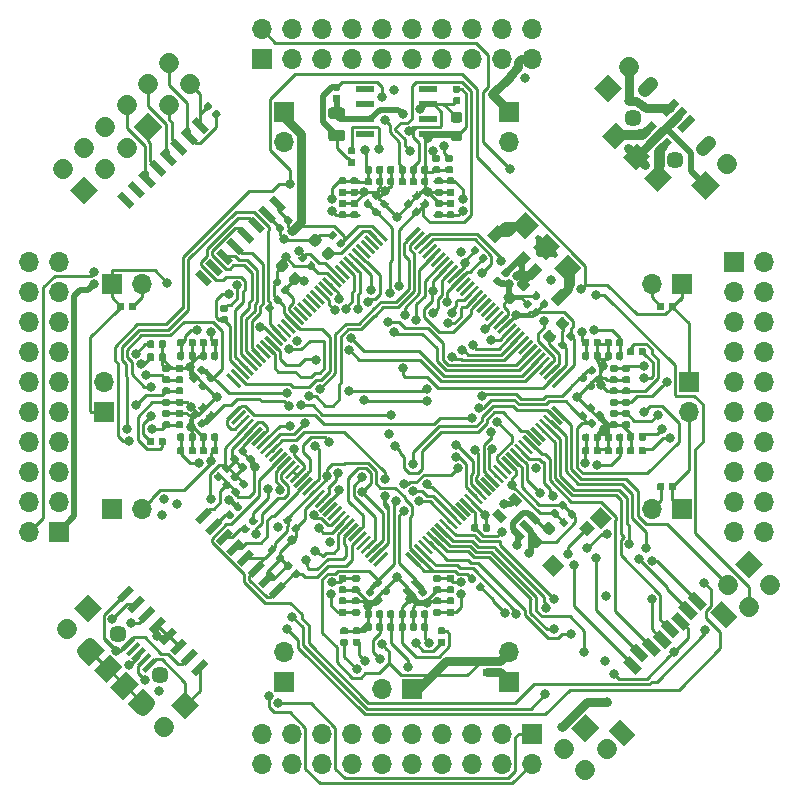
<source format=gbr>
G04 #@! TF.GenerationSoftware,KiCad,Pcbnew,5.1.5-52549c5~86~ubuntu16.04.1*
G04 #@! TF.CreationDate,2020-04-21T20:00:46+03:00*
G04 #@! TF.ProjectId,FreeEEG32-beta,46726565-4545-4473-9332-2d626574612e,rev?*
G04 #@! TF.SameCoordinates,Original*
G04 #@! TF.FileFunction,Copper,L4,Bot*
G04 #@! TF.FilePolarity,Positive*
%FSLAX46Y46*%
G04 Gerber Fmt 4.6, Leading zero omitted, Abs format (unit mm)*
G04 Created by KiCad (PCBNEW 5.1.5-52549c5~86~ubuntu16.04.1) date 2020-04-21 20:00:46*
%MOMM*%
%LPD*%
G04 APERTURE LIST*
%ADD10C,0.100000*%
%ADD11C,1.700000*%
%ADD12O,1.700000X1.700000*%
%ADD13R,1.700000X1.700000*%
%ADD14R,1.550000X0.600000*%
%ADD15C,1.200000*%
%ADD16C,1.450000*%
%ADD17C,0.800000*%
%ADD18C,0.250000*%
%ADD19C,0.500000*%
%ADD20C,0.750000*%
G04 APERTURE END LIST*
G04 #@! TA.AperFunction,SMDPad,CuDef*
D10*
G36*
X162726978Y-86141651D02*
G01*
X163858349Y-87273022D01*
X162656268Y-88475103D01*
X161524897Y-87343732D01*
X162726978Y-86141651D01*
G37*
G04 #@! TD.AperFunction*
G04 #@! TA.AperFunction,SMDPad,CuDef*
G36*
X160930927Y-84345599D02*
G01*
X162062298Y-85476970D01*
X160860217Y-86679051D01*
X159728846Y-85547680D01*
X160930927Y-84345599D01*
G37*
G04 #@! TD.AperFunction*
G04 #@! TA.AperFunction,SMDPad,CuDef*
G36*
X164523030Y-87937702D02*
G01*
X165654401Y-89069073D01*
X164452320Y-90271154D01*
X163320949Y-89139783D01*
X164523030Y-87937702D01*
G37*
G04 #@! TD.AperFunction*
G04 #@! TA.AperFunction,SMDPad,CuDef*
G36*
X172159783Y-80300949D02*
G01*
X173291154Y-81432320D01*
X172089073Y-82634401D01*
X170957702Y-81503030D01*
X172159783Y-80300949D01*
G37*
G04 #@! TD.AperFunction*
G04 #@! TA.AperFunction,SMDPad,CuDef*
G36*
X168567680Y-76708846D02*
G01*
X169699051Y-77840217D01*
X168496970Y-79042298D01*
X167365599Y-77910927D01*
X168567680Y-76708846D01*
G37*
G04 #@! TD.AperFunction*
G04 #@! TA.AperFunction,SMDPad,CuDef*
G36*
X170363732Y-78504897D02*
G01*
X171495103Y-79636268D01*
X170293022Y-80838349D01*
X169161651Y-79706978D01*
X170363732Y-78504897D01*
G37*
G04 #@! TD.AperFunction*
D11*
X179845000Y-117780000D02*
X179845000Y-117780000D01*
X178048949Y-115983949D02*
X178048949Y-115983949D01*
X181641051Y-115983949D02*
X181641051Y-115983949D01*
G04 #@! TA.AperFunction,ComponentPad*
D10*
G36*
X178642918Y-114187898D02*
G01*
X179845000Y-112985816D01*
X181047082Y-114187898D01*
X179845000Y-115389980D01*
X178642918Y-114187898D01*
G37*
G04 #@! TD.AperFunction*
D11*
X165983949Y-131641051D02*
X165983949Y-131641051D01*
X164187898Y-129845000D02*
X164187898Y-129845000D01*
X167780000Y-129845000D02*
X167780000Y-129845000D01*
G04 #@! TA.AperFunction,ComponentPad*
D10*
G36*
X164781867Y-128048949D02*
G01*
X165983949Y-126846867D01*
X167186031Y-128048949D01*
X165983949Y-129251031D01*
X164781867Y-128048949D01*
G37*
G04 #@! TD.AperFunction*
D11*
X130732102Y-71751846D02*
X130732102Y-71751846D01*
X132528153Y-73547898D02*
X132528153Y-73547898D01*
X128936051Y-73547898D02*
X128936051Y-73547898D01*
X130732102Y-75343949D02*
X130732102Y-75343949D01*
X127140000Y-75343949D02*
X127140000Y-75343949D01*
G04 #@! TA.AperFunction,ComponentPad*
D10*
G36*
X130138133Y-77140000D02*
G01*
X128936051Y-78342082D01*
X127733969Y-77140000D01*
X128936051Y-75937918D01*
X130138133Y-77140000D01*
G37*
G04 #@! TD.AperFunction*
D11*
X125343949Y-77140000D02*
X125343949Y-77140000D01*
X127140000Y-78936052D02*
X127140000Y-78936052D01*
X123547898Y-78936052D02*
X123547898Y-78936052D01*
X125343949Y-80732103D02*
X125343949Y-80732103D01*
X121751847Y-80732103D02*
X121751847Y-80732103D01*
G04 #@! TA.AperFunction,ComponentPad*
D10*
G36*
X124749980Y-82528154D02*
G01*
X123547898Y-83730236D01*
X122345816Y-82528154D01*
X123547898Y-81326072D01*
X124749980Y-82528154D01*
G37*
G04 #@! TD.AperFunction*
D11*
X130315000Y-127940000D02*
X130315000Y-127940000D01*
G04 #@! TA.AperFunction,ComponentPad*
D10*
G36*
X132111051Y-124941867D02*
G01*
X133313133Y-126143949D01*
X132111051Y-127346031D01*
X130908969Y-126143949D01*
X132111051Y-124941867D01*
G37*
G04 #@! TD.AperFunction*
D11*
X122060000Y-119685000D02*
X122060000Y-119685000D01*
G04 #@! TA.AperFunction,ComponentPad*
D10*
G36*
X123856051Y-116686867D02*
G01*
X125058133Y-117888949D01*
X123856051Y-119091031D01*
X122653969Y-117888949D01*
X123856051Y-116686867D01*
G37*
G04 #@! TD.AperFunction*
D11*
X177940000Y-80315000D02*
X177940000Y-80315000D01*
G04 #@! TA.AperFunction,ComponentPad*
D10*
G36*
X176143949Y-83313133D02*
G01*
X174941867Y-82111051D01*
X176143949Y-80908969D01*
X177346031Y-82111051D01*
X176143949Y-83313133D01*
G37*
G04 #@! TD.AperFunction*
D11*
X169685000Y-72060000D02*
X169685000Y-72060000D01*
G04 #@! TA.AperFunction,ComponentPad*
D10*
G36*
X167888949Y-75058133D02*
G01*
X166686867Y-73856051D01*
X167888949Y-72653969D01*
X169091031Y-73856051D01*
X167888949Y-75058133D01*
G37*
G04 #@! TD.AperFunction*
D12*
X128410000Y-90475000D03*
D13*
X125870000Y-90475000D03*
D12*
X159525000Y-121590000D03*
D13*
X159525000Y-124130000D03*
D12*
X171590000Y-109525000D03*
D13*
X174130000Y-109525000D03*
D12*
X171590000Y-90475000D03*
D13*
X174130000Y-90475000D03*
G04 #@! TA.AperFunction,SMDPad,CuDef*
D10*
G36*
X150724784Y-113311285D02*
G01*
X150936916Y-113099153D01*
X152032932Y-114195169D01*
X151820800Y-114407301D01*
X150724784Y-113311285D01*
G37*
G04 #@! TD.AperFunction*
G04 #@! TA.AperFunction,SMDPad,CuDef*
G36*
X151078338Y-112957732D02*
G01*
X151290470Y-112745600D01*
X152386486Y-113841616D01*
X152174354Y-114053748D01*
X151078338Y-112957732D01*
G37*
G04 #@! TD.AperFunction*
G04 #@! TA.AperFunction,SMDPad,CuDef*
G36*
X151431891Y-112604178D02*
G01*
X151644023Y-112392046D01*
X152740039Y-113488062D01*
X152527907Y-113700194D01*
X151431891Y-112604178D01*
G37*
G04 #@! TD.AperFunction*
G04 #@! TA.AperFunction,SMDPad,CuDef*
G36*
X151785444Y-112250625D02*
G01*
X151997576Y-112038493D01*
X153093592Y-113134509D01*
X152881460Y-113346641D01*
X151785444Y-112250625D01*
G37*
G04 #@! TD.AperFunction*
G04 #@! TA.AperFunction,SMDPad,CuDef*
G36*
X152138998Y-111897071D02*
G01*
X152351130Y-111684939D01*
X153447146Y-112780955D01*
X153235014Y-112993087D01*
X152138998Y-111897071D01*
G37*
G04 #@! TD.AperFunction*
G04 #@! TA.AperFunction,SMDPad,CuDef*
G36*
X152492551Y-111543518D02*
G01*
X152704683Y-111331386D01*
X153800699Y-112427402D01*
X153588567Y-112639534D01*
X152492551Y-111543518D01*
G37*
G04 #@! TD.AperFunction*
G04 #@! TA.AperFunction,SMDPad,CuDef*
G36*
X152846105Y-111189965D02*
G01*
X153058237Y-110977833D01*
X154154253Y-112073849D01*
X153942121Y-112285981D01*
X152846105Y-111189965D01*
G37*
G04 #@! TD.AperFunction*
G04 #@! TA.AperFunction,SMDPad,CuDef*
G36*
X153199658Y-110836411D02*
G01*
X153411790Y-110624279D01*
X154507806Y-111720295D01*
X154295674Y-111932427D01*
X153199658Y-110836411D01*
G37*
G04 #@! TD.AperFunction*
G04 #@! TA.AperFunction,SMDPad,CuDef*
G36*
X153553211Y-110482858D02*
G01*
X153765343Y-110270726D01*
X154861359Y-111366742D01*
X154649227Y-111578874D01*
X153553211Y-110482858D01*
G37*
G04 #@! TD.AperFunction*
G04 #@! TA.AperFunction,SMDPad,CuDef*
G36*
X153906765Y-110129304D02*
G01*
X154118897Y-109917172D01*
X155214913Y-111013188D01*
X155002781Y-111225320D01*
X153906765Y-110129304D01*
G37*
G04 #@! TD.AperFunction*
G04 #@! TA.AperFunction,SMDPad,CuDef*
G36*
X154260318Y-109775751D02*
G01*
X154472450Y-109563619D01*
X155568466Y-110659635D01*
X155356334Y-110871767D01*
X154260318Y-109775751D01*
G37*
G04 #@! TD.AperFunction*
G04 #@! TA.AperFunction,SMDPad,CuDef*
G36*
X154613872Y-109422198D02*
G01*
X154826004Y-109210066D01*
X155922020Y-110306082D01*
X155709888Y-110518214D01*
X154613872Y-109422198D01*
G37*
G04 #@! TD.AperFunction*
G04 #@! TA.AperFunction,SMDPad,CuDef*
G36*
X154967425Y-109068644D02*
G01*
X155179557Y-108856512D01*
X156275573Y-109952528D01*
X156063441Y-110164660D01*
X154967425Y-109068644D01*
G37*
G04 #@! TD.AperFunction*
G04 #@! TA.AperFunction,SMDPad,CuDef*
G36*
X155320978Y-108715091D02*
G01*
X155533110Y-108502959D01*
X156629126Y-109598975D01*
X156416994Y-109811107D01*
X155320978Y-108715091D01*
G37*
G04 #@! TD.AperFunction*
G04 #@! TA.AperFunction,SMDPad,CuDef*
G36*
X155674532Y-108361537D02*
G01*
X155886664Y-108149405D01*
X156982680Y-109245421D01*
X156770548Y-109457553D01*
X155674532Y-108361537D01*
G37*
G04 #@! TD.AperFunction*
G04 #@! TA.AperFunction,SMDPad,CuDef*
G36*
X156028085Y-108007984D02*
G01*
X156240217Y-107795852D01*
X157336233Y-108891868D01*
X157124101Y-109104000D01*
X156028085Y-108007984D01*
G37*
G04 #@! TD.AperFunction*
G04 #@! TA.AperFunction,SMDPad,CuDef*
G36*
X156381638Y-107654431D02*
G01*
X156593770Y-107442299D01*
X157689786Y-108538315D01*
X157477654Y-108750447D01*
X156381638Y-107654431D01*
G37*
G04 #@! TD.AperFunction*
G04 #@! TA.AperFunction,SMDPad,CuDef*
G36*
X156735192Y-107300877D02*
G01*
X156947324Y-107088745D01*
X158043340Y-108184761D01*
X157831208Y-108396893D01*
X156735192Y-107300877D01*
G37*
G04 #@! TD.AperFunction*
G04 #@! TA.AperFunction,SMDPad,CuDef*
G36*
X157088745Y-106947324D02*
G01*
X157300877Y-106735192D01*
X158396893Y-107831208D01*
X158184761Y-108043340D01*
X157088745Y-106947324D01*
G37*
G04 #@! TD.AperFunction*
G04 #@! TA.AperFunction,SMDPad,CuDef*
G36*
X157442299Y-106593770D02*
G01*
X157654431Y-106381638D01*
X158750447Y-107477654D01*
X158538315Y-107689786D01*
X157442299Y-106593770D01*
G37*
G04 #@! TD.AperFunction*
G04 #@! TA.AperFunction,SMDPad,CuDef*
G36*
X157795852Y-106240217D02*
G01*
X158007984Y-106028085D01*
X159104000Y-107124101D01*
X158891868Y-107336233D01*
X157795852Y-106240217D01*
G37*
G04 #@! TD.AperFunction*
G04 #@! TA.AperFunction,SMDPad,CuDef*
G36*
X158149405Y-105886664D02*
G01*
X158361537Y-105674532D01*
X159457553Y-106770548D01*
X159245421Y-106982680D01*
X158149405Y-105886664D01*
G37*
G04 #@! TD.AperFunction*
G04 #@! TA.AperFunction,SMDPad,CuDef*
G36*
X158502959Y-105533110D02*
G01*
X158715091Y-105320978D01*
X159811107Y-106416994D01*
X159598975Y-106629126D01*
X158502959Y-105533110D01*
G37*
G04 #@! TD.AperFunction*
G04 #@! TA.AperFunction,SMDPad,CuDef*
G36*
X158856512Y-105179557D02*
G01*
X159068644Y-104967425D01*
X160164660Y-106063441D01*
X159952528Y-106275573D01*
X158856512Y-105179557D01*
G37*
G04 #@! TD.AperFunction*
G04 #@! TA.AperFunction,SMDPad,CuDef*
G36*
X159210066Y-104826004D02*
G01*
X159422198Y-104613872D01*
X160518214Y-105709888D01*
X160306082Y-105922020D01*
X159210066Y-104826004D01*
G37*
G04 #@! TD.AperFunction*
G04 #@! TA.AperFunction,SMDPad,CuDef*
G36*
X159563619Y-104472450D02*
G01*
X159775751Y-104260318D01*
X160871767Y-105356334D01*
X160659635Y-105568466D01*
X159563619Y-104472450D01*
G37*
G04 #@! TD.AperFunction*
G04 #@! TA.AperFunction,SMDPad,CuDef*
G36*
X159917172Y-104118897D02*
G01*
X160129304Y-103906765D01*
X161225320Y-105002781D01*
X161013188Y-105214913D01*
X159917172Y-104118897D01*
G37*
G04 #@! TD.AperFunction*
G04 #@! TA.AperFunction,SMDPad,CuDef*
G36*
X160270726Y-103765343D02*
G01*
X160482858Y-103553211D01*
X161578874Y-104649227D01*
X161366742Y-104861359D01*
X160270726Y-103765343D01*
G37*
G04 #@! TD.AperFunction*
G04 #@! TA.AperFunction,SMDPad,CuDef*
G36*
X160624279Y-103411790D02*
G01*
X160836411Y-103199658D01*
X161932427Y-104295674D01*
X161720295Y-104507806D01*
X160624279Y-103411790D01*
G37*
G04 #@! TD.AperFunction*
G04 #@! TA.AperFunction,SMDPad,CuDef*
G36*
X160977833Y-103058237D02*
G01*
X161189965Y-102846105D01*
X162285981Y-103942121D01*
X162073849Y-104154253D01*
X160977833Y-103058237D01*
G37*
G04 #@! TD.AperFunction*
G04 #@! TA.AperFunction,SMDPad,CuDef*
G36*
X161331386Y-102704683D02*
G01*
X161543518Y-102492551D01*
X162639534Y-103588567D01*
X162427402Y-103800699D01*
X161331386Y-102704683D01*
G37*
G04 #@! TD.AperFunction*
G04 #@! TA.AperFunction,SMDPad,CuDef*
G36*
X161684939Y-102351130D02*
G01*
X161897071Y-102138998D01*
X162993087Y-103235014D01*
X162780955Y-103447146D01*
X161684939Y-102351130D01*
G37*
G04 #@! TD.AperFunction*
G04 #@! TA.AperFunction,SMDPad,CuDef*
G36*
X162038493Y-101997576D02*
G01*
X162250625Y-101785444D01*
X163346641Y-102881460D01*
X163134509Y-103093592D01*
X162038493Y-101997576D01*
G37*
G04 #@! TD.AperFunction*
G04 #@! TA.AperFunction,SMDPad,CuDef*
G36*
X162392046Y-101644023D02*
G01*
X162604178Y-101431891D01*
X163700194Y-102527907D01*
X163488062Y-102740039D01*
X162392046Y-101644023D01*
G37*
G04 #@! TD.AperFunction*
G04 #@! TA.AperFunction,SMDPad,CuDef*
G36*
X162745600Y-101290470D02*
G01*
X162957732Y-101078338D01*
X164053748Y-102174354D01*
X163841616Y-102386486D01*
X162745600Y-101290470D01*
G37*
G04 #@! TD.AperFunction*
G04 #@! TA.AperFunction,SMDPad,CuDef*
G36*
X163099153Y-100936916D02*
G01*
X163311285Y-100724784D01*
X164407301Y-101820800D01*
X164195169Y-102032932D01*
X163099153Y-100936916D01*
G37*
G04 #@! TD.AperFunction*
G04 #@! TA.AperFunction,SMDPad,CuDef*
G36*
X163311285Y-99275216D02*
G01*
X163099153Y-99063084D01*
X164195169Y-97967068D01*
X164407301Y-98179200D01*
X163311285Y-99275216D01*
G37*
G04 #@! TD.AperFunction*
G04 #@! TA.AperFunction,SMDPad,CuDef*
G36*
X162957732Y-98921662D02*
G01*
X162745600Y-98709530D01*
X163841616Y-97613514D01*
X164053748Y-97825646D01*
X162957732Y-98921662D01*
G37*
G04 #@! TD.AperFunction*
G04 #@! TA.AperFunction,SMDPad,CuDef*
G36*
X162604178Y-98568109D02*
G01*
X162392046Y-98355977D01*
X163488062Y-97259961D01*
X163700194Y-97472093D01*
X162604178Y-98568109D01*
G37*
G04 #@! TD.AperFunction*
G04 #@! TA.AperFunction,SMDPad,CuDef*
G36*
X162250625Y-98214556D02*
G01*
X162038493Y-98002424D01*
X163134509Y-96906408D01*
X163346641Y-97118540D01*
X162250625Y-98214556D01*
G37*
G04 #@! TD.AperFunction*
G04 #@! TA.AperFunction,SMDPad,CuDef*
G36*
X161897071Y-97861002D02*
G01*
X161684939Y-97648870D01*
X162780955Y-96552854D01*
X162993087Y-96764986D01*
X161897071Y-97861002D01*
G37*
G04 #@! TD.AperFunction*
G04 #@! TA.AperFunction,SMDPad,CuDef*
G36*
X161543518Y-97507449D02*
G01*
X161331386Y-97295317D01*
X162427402Y-96199301D01*
X162639534Y-96411433D01*
X161543518Y-97507449D01*
G37*
G04 #@! TD.AperFunction*
G04 #@! TA.AperFunction,SMDPad,CuDef*
G36*
X161189965Y-97153895D02*
G01*
X160977833Y-96941763D01*
X162073849Y-95845747D01*
X162285981Y-96057879D01*
X161189965Y-97153895D01*
G37*
G04 #@! TD.AperFunction*
G04 #@! TA.AperFunction,SMDPad,CuDef*
G36*
X160836411Y-96800342D02*
G01*
X160624279Y-96588210D01*
X161720295Y-95492194D01*
X161932427Y-95704326D01*
X160836411Y-96800342D01*
G37*
G04 #@! TD.AperFunction*
G04 #@! TA.AperFunction,SMDPad,CuDef*
G36*
X160482858Y-96446789D02*
G01*
X160270726Y-96234657D01*
X161366742Y-95138641D01*
X161578874Y-95350773D01*
X160482858Y-96446789D01*
G37*
G04 #@! TD.AperFunction*
G04 #@! TA.AperFunction,SMDPad,CuDef*
G36*
X160129304Y-96093235D02*
G01*
X159917172Y-95881103D01*
X161013188Y-94785087D01*
X161225320Y-94997219D01*
X160129304Y-96093235D01*
G37*
G04 #@! TD.AperFunction*
G04 #@! TA.AperFunction,SMDPad,CuDef*
G36*
X159775751Y-95739682D02*
G01*
X159563619Y-95527550D01*
X160659635Y-94431534D01*
X160871767Y-94643666D01*
X159775751Y-95739682D01*
G37*
G04 #@! TD.AperFunction*
G04 #@! TA.AperFunction,SMDPad,CuDef*
G36*
X159422198Y-95386128D02*
G01*
X159210066Y-95173996D01*
X160306082Y-94077980D01*
X160518214Y-94290112D01*
X159422198Y-95386128D01*
G37*
G04 #@! TD.AperFunction*
G04 #@! TA.AperFunction,SMDPad,CuDef*
G36*
X159068644Y-95032575D02*
G01*
X158856512Y-94820443D01*
X159952528Y-93724427D01*
X160164660Y-93936559D01*
X159068644Y-95032575D01*
G37*
G04 #@! TD.AperFunction*
G04 #@! TA.AperFunction,SMDPad,CuDef*
G36*
X158715091Y-94679022D02*
G01*
X158502959Y-94466890D01*
X159598975Y-93370874D01*
X159811107Y-93583006D01*
X158715091Y-94679022D01*
G37*
G04 #@! TD.AperFunction*
G04 #@! TA.AperFunction,SMDPad,CuDef*
G36*
X158361537Y-94325468D02*
G01*
X158149405Y-94113336D01*
X159245421Y-93017320D01*
X159457553Y-93229452D01*
X158361537Y-94325468D01*
G37*
G04 #@! TD.AperFunction*
G04 #@! TA.AperFunction,SMDPad,CuDef*
G36*
X158007984Y-93971915D02*
G01*
X157795852Y-93759783D01*
X158891868Y-92663767D01*
X159104000Y-92875899D01*
X158007984Y-93971915D01*
G37*
G04 #@! TD.AperFunction*
G04 #@! TA.AperFunction,SMDPad,CuDef*
G36*
X157654431Y-93618362D02*
G01*
X157442299Y-93406230D01*
X158538315Y-92310214D01*
X158750447Y-92522346D01*
X157654431Y-93618362D01*
G37*
G04 #@! TD.AperFunction*
G04 #@! TA.AperFunction,SMDPad,CuDef*
G36*
X157300877Y-93264808D02*
G01*
X157088745Y-93052676D01*
X158184761Y-91956660D01*
X158396893Y-92168792D01*
X157300877Y-93264808D01*
G37*
G04 #@! TD.AperFunction*
G04 #@! TA.AperFunction,SMDPad,CuDef*
G36*
X156947324Y-92911255D02*
G01*
X156735192Y-92699123D01*
X157831208Y-91603107D01*
X158043340Y-91815239D01*
X156947324Y-92911255D01*
G37*
G04 #@! TD.AperFunction*
G04 #@! TA.AperFunction,SMDPad,CuDef*
G36*
X156593770Y-92557701D02*
G01*
X156381638Y-92345569D01*
X157477654Y-91249553D01*
X157689786Y-91461685D01*
X156593770Y-92557701D01*
G37*
G04 #@! TD.AperFunction*
G04 #@! TA.AperFunction,SMDPad,CuDef*
G36*
X156240217Y-92204148D02*
G01*
X156028085Y-91992016D01*
X157124101Y-90896000D01*
X157336233Y-91108132D01*
X156240217Y-92204148D01*
G37*
G04 #@! TD.AperFunction*
G04 #@! TA.AperFunction,SMDPad,CuDef*
G36*
X155886664Y-91850595D02*
G01*
X155674532Y-91638463D01*
X156770548Y-90542447D01*
X156982680Y-90754579D01*
X155886664Y-91850595D01*
G37*
G04 #@! TD.AperFunction*
G04 #@! TA.AperFunction,SMDPad,CuDef*
G36*
X155533110Y-91497041D02*
G01*
X155320978Y-91284909D01*
X156416994Y-90188893D01*
X156629126Y-90401025D01*
X155533110Y-91497041D01*
G37*
G04 #@! TD.AperFunction*
G04 #@! TA.AperFunction,SMDPad,CuDef*
G36*
X155179557Y-91143488D02*
G01*
X154967425Y-90931356D01*
X156063441Y-89835340D01*
X156275573Y-90047472D01*
X155179557Y-91143488D01*
G37*
G04 #@! TD.AperFunction*
G04 #@! TA.AperFunction,SMDPad,CuDef*
G36*
X154826004Y-90789934D02*
G01*
X154613872Y-90577802D01*
X155709888Y-89481786D01*
X155922020Y-89693918D01*
X154826004Y-90789934D01*
G37*
G04 #@! TD.AperFunction*
G04 #@! TA.AperFunction,SMDPad,CuDef*
G36*
X154472450Y-90436381D02*
G01*
X154260318Y-90224249D01*
X155356334Y-89128233D01*
X155568466Y-89340365D01*
X154472450Y-90436381D01*
G37*
G04 #@! TD.AperFunction*
G04 #@! TA.AperFunction,SMDPad,CuDef*
G36*
X154118897Y-90082828D02*
G01*
X153906765Y-89870696D01*
X155002781Y-88774680D01*
X155214913Y-88986812D01*
X154118897Y-90082828D01*
G37*
G04 #@! TD.AperFunction*
G04 #@! TA.AperFunction,SMDPad,CuDef*
G36*
X153765343Y-89729274D02*
G01*
X153553211Y-89517142D01*
X154649227Y-88421126D01*
X154861359Y-88633258D01*
X153765343Y-89729274D01*
G37*
G04 #@! TD.AperFunction*
G04 #@! TA.AperFunction,SMDPad,CuDef*
G36*
X153411790Y-89375721D02*
G01*
X153199658Y-89163589D01*
X154295674Y-88067573D01*
X154507806Y-88279705D01*
X153411790Y-89375721D01*
G37*
G04 #@! TD.AperFunction*
G04 #@! TA.AperFunction,SMDPad,CuDef*
G36*
X153058237Y-89022167D02*
G01*
X152846105Y-88810035D01*
X153942121Y-87714019D01*
X154154253Y-87926151D01*
X153058237Y-89022167D01*
G37*
G04 #@! TD.AperFunction*
G04 #@! TA.AperFunction,SMDPad,CuDef*
G36*
X152704683Y-88668614D02*
G01*
X152492551Y-88456482D01*
X153588567Y-87360466D01*
X153800699Y-87572598D01*
X152704683Y-88668614D01*
G37*
G04 #@! TD.AperFunction*
G04 #@! TA.AperFunction,SMDPad,CuDef*
G36*
X152351130Y-88315061D02*
G01*
X152138998Y-88102929D01*
X153235014Y-87006913D01*
X153447146Y-87219045D01*
X152351130Y-88315061D01*
G37*
G04 #@! TD.AperFunction*
G04 #@! TA.AperFunction,SMDPad,CuDef*
G36*
X151997576Y-87961507D02*
G01*
X151785444Y-87749375D01*
X152881460Y-86653359D01*
X153093592Y-86865491D01*
X151997576Y-87961507D01*
G37*
G04 #@! TD.AperFunction*
G04 #@! TA.AperFunction,SMDPad,CuDef*
G36*
X151644023Y-87607954D02*
G01*
X151431891Y-87395822D01*
X152527907Y-86299806D01*
X152740039Y-86511938D01*
X151644023Y-87607954D01*
G37*
G04 #@! TD.AperFunction*
G04 #@! TA.AperFunction,SMDPad,CuDef*
G36*
X151290470Y-87254400D02*
G01*
X151078338Y-87042268D01*
X152174354Y-85946252D01*
X152386486Y-86158384D01*
X151290470Y-87254400D01*
G37*
G04 #@! TD.AperFunction*
G04 #@! TA.AperFunction,SMDPad,CuDef*
G36*
X150936916Y-86900847D02*
G01*
X150724784Y-86688715D01*
X151820800Y-85592699D01*
X152032932Y-85804831D01*
X150936916Y-86900847D01*
G37*
G04 #@! TD.AperFunction*
G04 #@! TA.AperFunction,SMDPad,CuDef*
G36*
X147967068Y-85804831D02*
G01*
X148179200Y-85592699D01*
X149275216Y-86688715D01*
X149063084Y-86900847D01*
X147967068Y-85804831D01*
G37*
G04 #@! TD.AperFunction*
G04 #@! TA.AperFunction,SMDPad,CuDef*
G36*
X147613514Y-86158384D02*
G01*
X147825646Y-85946252D01*
X148921662Y-87042268D01*
X148709530Y-87254400D01*
X147613514Y-86158384D01*
G37*
G04 #@! TD.AperFunction*
G04 #@! TA.AperFunction,SMDPad,CuDef*
G36*
X147259961Y-86511938D02*
G01*
X147472093Y-86299806D01*
X148568109Y-87395822D01*
X148355977Y-87607954D01*
X147259961Y-86511938D01*
G37*
G04 #@! TD.AperFunction*
G04 #@! TA.AperFunction,SMDPad,CuDef*
G36*
X146906408Y-86865491D02*
G01*
X147118540Y-86653359D01*
X148214556Y-87749375D01*
X148002424Y-87961507D01*
X146906408Y-86865491D01*
G37*
G04 #@! TD.AperFunction*
G04 #@! TA.AperFunction,SMDPad,CuDef*
G36*
X146552854Y-87219045D02*
G01*
X146764986Y-87006913D01*
X147861002Y-88102929D01*
X147648870Y-88315061D01*
X146552854Y-87219045D01*
G37*
G04 #@! TD.AperFunction*
G04 #@! TA.AperFunction,SMDPad,CuDef*
G36*
X146199301Y-87572598D02*
G01*
X146411433Y-87360466D01*
X147507449Y-88456482D01*
X147295317Y-88668614D01*
X146199301Y-87572598D01*
G37*
G04 #@! TD.AperFunction*
G04 #@! TA.AperFunction,SMDPad,CuDef*
G36*
X145845747Y-87926151D02*
G01*
X146057879Y-87714019D01*
X147153895Y-88810035D01*
X146941763Y-89022167D01*
X145845747Y-87926151D01*
G37*
G04 #@! TD.AperFunction*
G04 #@! TA.AperFunction,SMDPad,CuDef*
G36*
X145492194Y-88279705D02*
G01*
X145704326Y-88067573D01*
X146800342Y-89163589D01*
X146588210Y-89375721D01*
X145492194Y-88279705D01*
G37*
G04 #@! TD.AperFunction*
G04 #@! TA.AperFunction,SMDPad,CuDef*
G36*
X145138641Y-88633258D02*
G01*
X145350773Y-88421126D01*
X146446789Y-89517142D01*
X146234657Y-89729274D01*
X145138641Y-88633258D01*
G37*
G04 #@! TD.AperFunction*
G04 #@! TA.AperFunction,SMDPad,CuDef*
G36*
X144785087Y-88986812D02*
G01*
X144997219Y-88774680D01*
X146093235Y-89870696D01*
X145881103Y-90082828D01*
X144785087Y-88986812D01*
G37*
G04 #@! TD.AperFunction*
G04 #@! TA.AperFunction,SMDPad,CuDef*
G36*
X144431534Y-89340365D02*
G01*
X144643666Y-89128233D01*
X145739682Y-90224249D01*
X145527550Y-90436381D01*
X144431534Y-89340365D01*
G37*
G04 #@! TD.AperFunction*
G04 #@! TA.AperFunction,SMDPad,CuDef*
G36*
X144077980Y-89693918D02*
G01*
X144290112Y-89481786D01*
X145386128Y-90577802D01*
X145173996Y-90789934D01*
X144077980Y-89693918D01*
G37*
G04 #@! TD.AperFunction*
G04 #@! TA.AperFunction,SMDPad,CuDef*
G36*
X143724427Y-90047472D02*
G01*
X143936559Y-89835340D01*
X145032575Y-90931356D01*
X144820443Y-91143488D01*
X143724427Y-90047472D01*
G37*
G04 #@! TD.AperFunction*
G04 #@! TA.AperFunction,SMDPad,CuDef*
G36*
X143370874Y-90401025D02*
G01*
X143583006Y-90188893D01*
X144679022Y-91284909D01*
X144466890Y-91497041D01*
X143370874Y-90401025D01*
G37*
G04 #@! TD.AperFunction*
G04 #@! TA.AperFunction,SMDPad,CuDef*
G36*
X143017320Y-90754579D02*
G01*
X143229452Y-90542447D01*
X144325468Y-91638463D01*
X144113336Y-91850595D01*
X143017320Y-90754579D01*
G37*
G04 #@! TD.AperFunction*
G04 #@! TA.AperFunction,SMDPad,CuDef*
G36*
X142663767Y-91108132D02*
G01*
X142875899Y-90896000D01*
X143971915Y-91992016D01*
X143759783Y-92204148D01*
X142663767Y-91108132D01*
G37*
G04 #@! TD.AperFunction*
G04 #@! TA.AperFunction,SMDPad,CuDef*
G36*
X142310214Y-91461685D02*
G01*
X142522346Y-91249553D01*
X143618362Y-92345569D01*
X143406230Y-92557701D01*
X142310214Y-91461685D01*
G37*
G04 #@! TD.AperFunction*
G04 #@! TA.AperFunction,SMDPad,CuDef*
G36*
X141956660Y-91815239D02*
G01*
X142168792Y-91603107D01*
X143264808Y-92699123D01*
X143052676Y-92911255D01*
X141956660Y-91815239D01*
G37*
G04 #@! TD.AperFunction*
G04 #@! TA.AperFunction,SMDPad,CuDef*
G36*
X141603107Y-92168792D02*
G01*
X141815239Y-91956660D01*
X142911255Y-93052676D01*
X142699123Y-93264808D01*
X141603107Y-92168792D01*
G37*
G04 #@! TD.AperFunction*
G04 #@! TA.AperFunction,SMDPad,CuDef*
G36*
X141249553Y-92522346D02*
G01*
X141461685Y-92310214D01*
X142557701Y-93406230D01*
X142345569Y-93618362D01*
X141249553Y-92522346D01*
G37*
G04 #@! TD.AperFunction*
G04 #@! TA.AperFunction,SMDPad,CuDef*
G36*
X140896000Y-92875899D02*
G01*
X141108132Y-92663767D01*
X142204148Y-93759783D01*
X141992016Y-93971915D01*
X140896000Y-92875899D01*
G37*
G04 #@! TD.AperFunction*
G04 #@! TA.AperFunction,SMDPad,CuDef*
G36*
X140542447Y-93229452D02*
G01*
X140754579Y-93017320D01*
X141850595Y-94113336D01*
X141638463Y-94325468D01*
X140542447Y-93229452D01*
G37*
G04 #@! TD.AperFunction*
G04 #@! TA.AperFunction,SMDPad,CuDef*
G36*
X140188893Y-93583006D02*
G01*
X140401025Y-93370874D01*
X141497041Y-94466890D01*
X141284909Y-94679022D01*
X140188893Y-93583006D01*
G37*
G04 #@! TD.AperFunction*
G04 #@! TA.AperFunction,SMDPad,CuDef*
G36*
X139835340Y-93936559D02*
G01*
X140047472Y-93724427D01*
X141143488Y-94820443D01*
X140931356Y-95032575D01*
X139835340Y-93936559D01*
G37*
G04 #@! TD.AperFunction*
G04 #@! TA.AperFunction,SMDPad,CuDef*
G36*
X139481786Y-94290112D02*
G01*
X139693918Y-94077980D01*
X140789934Y-95173996D01*
X140577802Y-95386128D01*
X139481786Y-94290112D01*
G37*
G04 #@! TD.AperFunction*
G04 #@! TA.AperFunction,SMDPad,CuDef*
G36*
X139128233Y-94643666D02*
G01*
X139340365Y-94431534D01*
X140436381Y-95527550D01*
X140224249Y-95739682D01*
X139128233Y-94643666D01*
G37*
G04 #@! TD.AperFunction*
G04 #@! TA.AperFunction,SMDPad,CuDef*
G36*
X138774680Y-94997219D02*
G01*
X138986812Y-94785087D01*
X140082828Y-95881103D01*
X139870696Y-96093235D01*
X138774680Y-94997219D01*
G37*
G04 #@! TD.AperFunction*
G04 #@! TA.AperFunction,SMDPad,CuDef*
G36*
X138421126Y-95350773D02*
G01*
X138633258Y-95138641D01*
X139729274Y-96234657D01*
X139517142Y-96446789D01*
X138421126Y-95350773D01*
G37*
G04 #@! TD.AperFunction*
G04 #@! TA.AperFunction,SMDPad,CuDef*
G36*
X138067573Y-95704326D02*
G01*
X138279705Y-95492194D01*
X139375721Y-96588210D01*
X139163589Y-96800342D01*
X138067573Y-95704326D01*
G37*
G04 #@! TD.AperFunction*
G04 #@! TA.AperFunction,SMDPad,CuDef*
G36*
X137714019Y-96057879D02*
G01*
X137926151Y-95845747D01*
X139022167Y-96941763D01*
X138810035Y-97153895D01*
X137714019Y-96057879D01*
G37*
G04 #@! TD.AperFunction*
G04 #@! TA.AperFunction,SMDPad,CuDef*
G36*
X137360466Y-96411433D02*
G01*
X137572598Y-96199301D01*
X138668614Y-97295317D01*
X138456482Y-97507449D01*
X137360466Y-96411433D01*
G37*
G04 #@! TD.AperFunction*
G04 #@! TA.AperFunction,SMDPad,CuDef*
G36*
X137006913Y-96764986D02*
G01*
X137219045Y-96552854D01*
X138315061Y-97648870D01*
X138102929Y-97861002D01*
X137006913Y-96764986D01*
G37*
G04 #@! TD.AperFunction*
G04 #@! TA.AperFunction,SMDPad,CuDef*
G36*
X136653359Y-97118540D02*
G01*
X136865491Y-96906408D01*
X137961507Y-98002424D01*
X137749375Y-98214556D01*
X136653359Y-97118540D01*
G37*
G04 #@! TD.AperFunction*
G04 #@! TA.AperFunction,SMDPad,CuDef*
G36*
X136299806Y-97472093D02*
G01*
X136511938Y-97259961D01*
X137607954Y-98355977D01*
X137395822Y-98568109D01*
X136299806Y-97472093D01*
G37*
G04 #@! TD.AperFunction*
G04 #@! TA.AperFunction,SMDPad,CuDef*
G36*
X135946252Y-97825646D02*
G01*
X136158384Y-97613514D01*
X137254400Y-98709530D01*
X137042268Y-98921662D01*
X135946252Y-97825646D01*
G37*
G04 #@! TD.AperFunction*
G04 #@! TA.AperFunction,SMDPad,CuDef*
G36*
X135592699Y-98179200D02*
G01*
X135804831Y-97967068D01*
X136900847Y-99063084D01*
X136688715Y-99275216D01*
X135592699Y-98179200D01*
G37*
G04 #@! TD.AperFunction*
G04 #@! TA.AperFunction,SMDPad,CuDef*
G36*
X135804831Y-102032932D02*
G01*
X135592699Y-101820800D01*
X136688715Y-100724784D01*
X136900847Y-100936916D01*
X135804831Y-102032932D01*
G37*
G04 #@! TD.AperFunction*
G04 #@! TA.AperFunction,SMDPad,CuDef*
G36*
X136158384Y-102386486D02*
G01*
X135946252Y-102174354D01*
X137042268Y-101078338D01*
X137254400Y-101290470D01*
X136158384Y-102386486D01*
G37*
G04 #@! TD.AperFunction*
G04 #@! TA.AperFunction,SMDPad,CuDef*
G36*
X136511938Y-102740039D02*
G01*
X136299806Y-102527907D01*
X137395822Y-101431891D01*
X137607954Y-101644023D01*
X136511938Y-102740039D01*
G37*
G04 #@! TD.AperFunction*
G04 #@! TA.AperFunction,SMDPad,CuDef*
G36*
X136865491Y-103093592D02*
G01*
X136653359Y-102881460D01*
X137749375Y-101785444D01*
X137961507Y-101997576D01*
X136865491Y-103093592D01*
G37*
G04 #@! TD.AperFunction*
G04 #@! TA.AperFunction,SMDPad,CuDef*
G36*
X137219045Y-103447146D02*
G01*
X137006913Y-103235014D01*
X138102929Y-102138998D01*
X138315061Y-102351130D01*
X137219045Y-103447146D01*
G37*
G04 #@! TD.AperFunction*
G04 #@! TA.AperFunction,SMDPad,CuDef*
G36*
X137572598Y-103800699D02*
G01*
X137360466Y-103588567D01*
X138456482Y-102492551D01*
X138668614Y-102704683D01*
X137572598Y-103800699D01*
G37*
G04 #@! TD.AperFunction*
G04 #@! TA.AperFunction,SMDPad,CuDef*
G36*
X137926151Y-104154253D02*
G01*
X137714019Y-103942121D01*
X138810035Y-102846105D01*
X139022167Y-103058237D01*
X137926151Y-104154253D01*
G37*
G04 #@! TD.AperFunction*
G04 #@! TA.AperFunction,SMDPad,CuDef*
G36*
X138279705Y-104507806D02*
G01*
X138067573Y-104295674D01*
X139163589Y-103199658D01*
X139375721Y-103411790D01*
X138279705Y-104507806D01*
G37*
G04 #@! TD.AperFunction*
G04 #@! TA.AperFunction,SMDPad,CuDef*
G36*
X138633258Y-104861359D02*
G01*
X138421126Y-104649227D01*
X139517142Y-103553211D01*
X139729274Y-103765343D01*
X138633258Y-104861359D01*
G37*
G04 #@! TD.AperFunction*
G04 #@! TA.AperFunction,SMDPad,CuDef*
G36*
X138986812Y-105214913D02*
G01*
X138774680Y-105002781D01*
X139870696Y-103906765D01*
X140082828Y-104118897D01*
X138986812Y-105214913D01*
G37*
G04 #@! TD.AperFunction*
G04 #@! TA.AperFunction,SMDPad,CuDef*
G36*
X139340365Y-105568466D02*
G01*
X139128233Y-105356334D01*
X140224249Y-104260318D01*
X140436381Y-104472450D01*
X139340365Y-105568466D01*
G37*
G04 #@! TD.AperFunction*
G04 #@! TA.AperFunction,SMDPad,CuDef*
G36*
X139693918Y-105922020D02*
G01*
X139481786Y-105709888D01*
X140577802Y-104613872D01*
X140789934Y-104826004D01*
X139693918Y-105922020D01*
G37*
G04 #@! TD.AperFunction*
G04 #@! TA.AperFunction,SMDPad,CuDef*
G36*
X140047472Y-106275573D02*
G01*
X139835340Y-106063441D01*
X140931356Y-104967425D01*
X141143488Y-105179557D01*
X140047472Y-106275573D01*
G37*
G04 #@! TD.AperFunction*
G04 #@! TA.AperFunction,SMDPad,CuDef*
G36*
X140401025Y-106629126D02*
G01*
X140188893Y-106416994D01*
X141284909Y-105320978D01*
X141497041Y-105533110D01*
X140401025Y-106629126D01*
G37*
G04 #@! TD.AperFunction*
G04 #@! TA.AperFunction,SMDPad,CuDef*
G36*
X140754579Y-106982680D02*
G01*
X140542447Y-106770548D01*
X141638463Y-105674532D01*
X141850595Y-105886664D01*
X140754579Y-106982680D01*
G37*
G04 #@! TD.AperFunction*
G04 #@! TA.AperFunction,SMDPad,CuDef*
G36*
X141108132Y-107336233D02*
G01*
X140896000Y-107124101D01*
X141992016Y-106028085D01*
X142204148Y-106240217D01*
X141108132Y-107336233D01*
G37*
G04 #@! TD.AperFunction*
G04 #@! TA.AperFunction,SMDPad,CuDef*
G36*
X141461685Y-107689786D02*
G01*
X141249553Y-107477654D01*
X142345569Y-106381638D01*
X142557701Y-106593770D01*
X141461685Y-107689786D01*
G37*
G04 #@! TD.AperFunction*
G04 #@! TA.AperFunction,SMDPad,CuDef*
G36*
X141815239Y-108043340D02*
G01*
X141603107Y-107831208D01*
X142699123Y-106735192D01*
X142911255Y-106947324D01*
X141815239Y-108043340D01*
G37*
G04 #@! TD.AperFunction*
G04 #@! TA.AperFunction,SMDPad,CuDef*
G36*
X142168792Y-108396893D02*
G01*
X141956660Y-108184761D01*
X143052676Y-107088745D01*
X143264808Y-107300877D01*
X142168792Y-108396893D01*
G37*
G04 #@! TD.AperFunction*
G04 #@! TA.AperFunction,SMDPad,CuDef*
G36*
X142522346Y-108750447D02*
G01*
X142310214Y-108538315D01*
X143406230Y-107442299D01*
X143618362Y-107654431D01*
X142522346Y-108750447D01*
G37*
G04 #@! TD.AperFunction*
G04 #@! TA.AperFunction,SMDPad,CuDef*
G36*
X142875899Y-109104000D02*
G01*
X142663767Y-108891868D01*
X143759783Y-107795852D01*
X143971915Y-108007984D01*
X142875899Y-109104000D01*
G37*
G04 #@! TD.AperFunction*
G04 #@! TA.AperFunction,SMDPad,CuDef*
G36*
X143229452Y-109457553D02*
G01*
X143017320Y-109245421D01*
X144113336Y-108149405D01*
X144325468Y-108361537D01*
X143229452Y-109457553D01*
G37*
G04 #@! TD.AperFunction*
G04 #@! TA.AperFunction,SMDPad,CuDef*
G36*
X143583006Y-109811107D02*
G01*
X143370874Y-109598975D01*
X144466890Y-108502959D01*
X144679022Y-108715091D01*
X143583006Y-109811107D01*
G37*
G04 #@! TD.AperFunction*
G04 #@! TA.AperFunction,SMDPad,CuDef*
G36*
X143936559Y-110164660D02*
G01*
X143724427Y-109952528D01*
X144820443Y-108856512D01*
X145032575Y-109068644D01*
X143936559Y-110164660D01*
G37*
G04 #@! TD.AperFunction*
G04 #@! TA.AperFunction,SMDPad,CuDef*
G36*
X144290112Y-110518214D02*
G01*
X144077980Y-110306082D01*
X145173996Y-109210066D01*
X145386128Y-109422198D01*
X144290112Y-110518214D01*
G37*
G04 #@! TD.AperFunction*
G04 #@! TA.AperFunction,SMDPad,CuDef*
G36*
X144643666Y-110871767D02*
G01*
X144431534Y-110659635D01*
X145527550Y-109563619D01*
X145739682Y-109775751D01*
X144643666Y-110871767D01*
G37*
G04 #@! TD.AperFunction*
G04 #@! TA.AperFunction,SMDPad,CuDef*
G36*
X144997219Y-111225320D02*
G01*
X144785087Y-111013188D01*
X145881103Y-109917172D01*
X146093235Y-110129304D01*
X144997219Y-111225320D01*
G37*
G04 #@! TD.AperFunction*
G04 #@! TA.AperFunction,SMDPad,CuDef*
G36*
X145350773Y-111578874D02*
G01*
X145138641Y-111366742D01*
X146234657Y-110270726D01*
X146446789Y-110482858D01*
X145350773Y-111578874D01*
G37*
G04 #@! TD.AperFunction*
G04 #@! TA.AperFunction,SMDPad,CuDef*
G36*
X145704326Y-111932427D02*
G01*
X145492194Y-111720295D01*
X146588210Y-110624279D01*
X146800342Y-110836411D01*
X145704326Y-111932427D01*
G37*
G04 #@! TD.AperFunction*
G04 #@! TA.AperFunction,SMDPad,CuDef*
G36*
X146057879Y-112285981D02*
G01*
X145845747Y-112073849D01*
X146941763Y-110977833D01*
X147153895Y-111189965D01*
X146057879Y-112285981D01*
G37*
G04 #@! TD.AperFunction*
G04 #@! TA.AperFunction,SMDPad,CuDef*
G36*
X146411433Y-112639534D02*
G01*
X146199301Y-112427402D01*
X147295317Y-111331386D01*
X147507449Y-111543518D01*
X146411433Y-112639534D01*
G37*
G04 #@! TD.AperFunction*
G04 #@! TA.AperFunction,SMDPad,CuDef*
G36*
X146764986Y-112993087D02*
G01*
X146552854Y-112780955D01*
X147648870Y-111684939D01*
X147861002Y-111897071D01*
X146764986Y-112993087D01*
G37*
G04 #@! TD.AperFunction*
G04 #@! TA.AperFunction,SMDPad,CuDef*
G36*
X147118540Y-113346641D02*
G01*
X146906408Y-113134509D01*
X148002424Y-112038493D01*
X148214556Y-112250625D01*
X147118540Y-113346641D01*
G37*
G04 #@! TD.AperFunction*
G04 #@! TA.AperFunction,SMDPad,CuDef*
G36*
X147472093Y-113700194D02*
G01*
X147259961Y-113488062D01*
X148355977Y-112392046D01*
X148568109Y-112604178D01*
X147472093Y-113700194D01*
G37*
G04 #@! TD.AperFunction*
G04 #@! TA.AperFunction,SMDPad,CuDef*
G36*
X147825646Y-114053748D02*
G01*
X147613514Y-113841616D01*
X148709530Y-112745600D01*
X148921662Y-112957732D01*
X147825646Y-114053748D01*
G37*
G04 #@! TD.AperFunction*
G04 #@! TA.AperFunction,SMDPad,CuDef*
G36*
X148179200Y-114407301D02*
G01*
X147967068Y-114195169D01*
X149063084Y-113099153D01*
X149275216Y-113311285D01*
X148179200Y-114407301D01*
G37*
G04 #@! TD.AperFunction*
D14*
X147300000Y-73965000D03*
X147300000Y-75235000D03*
X147300000Y-76505000D03*
X147300000Y-77775000D03*
X152700000Y-77775000D03*
X152700000Y-76505000D03*
X152700000Y-75235000D03*
X152700000Y-73965000D03*
G04 #@! TA.AperFunction,SMDPad,CuDef*
D10*
G36*
X163032340Y-91688755D02*
G01*
X163895011Y-90826084D01*
X164538478Y-91469551D01*
X163675807Y-92332222D01*
X163032340Y-91688755D01*
G37*
G04 #@! TD.AperFunction*
G04 #@! TA.AperFunction,SMDPad,CuDef*
G36*
X160861522Y-89517937D02*
G01*
X161724193Y-88655266D01*
X162367660Y-89298733D01*
X161504989Y-90161404D01*
X160861522Y-89517937D01*
G37*
G04 #@! TD.AperFunction*
G04 #@! TA.AperFunction,SMDPad,CuDef*
G36*
X166148469Y-110409451D02*
G01*
X166820220Y-111081202D01*
X166113113Y-111788309D01*
X165441362Y-111116558D01*
X166148469Y-110409451D01*
G37*
G04 #@! TD.AperFunction*
G04 #@! TA.AperFunction,SMDPad,CuDef*
G36*
X175202971Y-116494105D02*
G01*
X176263631Y-117554765D01*
X175697945Y-118120451D01*
X174637285Y-117059791D01*
X175202971Y-116494105D01*
G37*
G04 #@! TD.AperFunction*
G04 #@! TA.AperFunction,SMDPad,CuDef*
G36*
X174425153Y-117271922D02*
G01*
X175485813Y-118332582D01*
X174920127Y-118898268D01*
X173859467Y-117837608D01*
X174425153Y-117271922D01*
G37*
G04 #@! TD.AperFunction*
G04 #@! TA.AperFunction,SMDPad,CuDef*
G36*
X173788757Y-118191161D02*
G01*
X174849417Y-119251821D01*
X174283731Y-119817507D01*
X173223071Y-118756847D01*
X173788757Y-118191161D01*
G37*
G04 #@! TD.AperFunction*
G04 #@! TA.AperFunction,SMDPad,CuDef*
G36*
X172869519Y-118827557D02*
G01*
X173930179Y-119888217D01*
X173364493Y-120453903D01*
X172303833Y-119393243D01*
X172869519Y-118827557D01*
G37*
G04 #@! TD.AperFunction*
G04 #@! TA.AperFunction,SMDPad,CuDef*
G36*
X172233122Y-119746796D02*
G01*
X173293782Y-120807456D01*
X172728096Y-121373142D01*
X171667436Y-120312482D01*
X172233122Y-119746796D01*
G37*
G04 #@! TD.AperFunction*
G04 #@! TA.AperFunction,SMDPad,CuDef*
G36*
X171313884Y-120383192D02*
G01*
X172374544Y-121443852D01*
X171808858Y-122009538D01*
X170748198Y-120948878D01*
X171313884Y-120383192D01*
G37*
G04 #@! TD.AperFunction*
G04 #@! TA.AperFunction,SMDPad,CuDef*
G36*
X170253223Y-120878167D02*
G01*
X171313883Y-121938827D01*
X170748197Y-122504513D01*
X169687537Y-121443853D01*
X170253223Y-120878167D01*
G37*
G04 #@! TD.AperFunction*
G04 #@! TA.AperFunction,SMDPad,CuDef*
G36*
X169758249Y-121938827D02*
G01*
X170818909Y-122999487D01*
X170253223Y-123565173D01*
X169192563Y-122504513D01*
X169758249Y-121938827D01*
G37*
G04 #@! TD.AperFunction*
G04 #@! TA.AperFunction,SMDPad,CuDef*
G36*
X167233877Y-109316971D02*
G01*
X168223826Y-110306920D01*
X167304587Y-111226159D01*
X166314638Y-110236210D01*
X167233877Y-109316971D01*
G37*
G04 #@! TD.AperFunction*
G04 #@! TA.AperFunction,SMDPad,CuDef*
G36*
X163203369Y-113347480D02*
G01*
X164193318Y-114337429D01*
X163274079Y-115256668D01*
X162284130Y-114266719D01*
X163203369Y-113347480D01*
G37*
G04 #@! TD.AperFunction*
G04 #@! TA.AperFunction,SMDPad,CuDef*
G36*
X177522281Y-117271923D02*
G01*
X178865784Y-118615426D01*
X177875835Y-119605375D01*
X176532332Y-118261872D01*
X177522281Y-117271923D01*
G37*
G04 #@! TD.AperFunction*
G04 #@! TA.AperFunction,SMDPad,CuDef*
G36*
X168930933Y-127277484D02*
G01*
X170274436Y-128620987D01*
X169284487Y-129610936D01*
X167940984Y-128267433D01*
X168930933Y-127277484D01*
G37*
G04 #@! TD.AperFunction*
G04 #@! TA.AperFunction,SMDPad,CuDef*
G36*
X129411581Y-125538167D02*
G01*
X128068078Y-126881670D01*
X127219549Y-126033141D01*
X128563052Y-124689638D01*
X129411581Y-125538167D01*
G37*
G04 #@! TD.AperFunction*
G04 #@! TA.AperFunction,SMDPad,CuDef*
G36*
X125310362Y-121436948D02*
G01*
X123966859Y-122780451D01*
X123118330Y-121931922D01*
X124461833Y-120588419D01*
X125310362Y-121436948D01*
G37*
G04 #@! TD.AperFunction*
D15*
X123542595Y-121507658D02*
X124037569Y-121012684D01*
X128987316Y-125962431D02*
X128492342Y-126457405D01*
G04 #@! TA.AperFunction,SMDPad,CuDef*
D10*
G36*
X128174144Y-124300730D02*
G01*
X126830641Y-125644233D01*
X125769980Y-124583572D01*
X127113483Y-123240069D01*
X128174144Y-124300730D01*
G37*
G04 #@! TD.AperFunction*
D16*
X126406377Y-120058089D03*
G04 #@! TA.AperFunction,SMDPad,CuDef*
D10*
G36*
X128792862Y-121489980D02*
G01*
X127838268Y-122444574D01*
X127555426Y-122161732D01*
X128510020Y-121207138D01*
X128792862Y-121489980D01*
G37*
G04 #@! TD.AperFunction*
G04 #@! TA.AperFunction,SMDPad,CuDef*
G36*
X128333242Y-121030361D02*
G01*
X127378648Y-121984955D01*
X127095806Y-121702113D01*
X128050400Y-120747519D01*
X128333242Y-121030361D01*
G37*
G04 #@! TD.AperFunction*
G04 #@! TA.AperFunction,SMDPad,CuDef*
G36*
X127873623Y-120570742D02*
G01*
X126919029Y-121525336D01*
X126636187Y-121242494D01*
X127590781Y-120287900D01*
X127873623Y-120570742D01*
G37*
G04 #@! TD.AperFunction*
G04 #@! TA.AperFunction,SMDPad,CuDef*
G36*
X129712100Y-122409219D02*
G01*
X128757506Y-123363813D01*
X128474664Y-123080971D01*
X129429258Y-122126377D01*
X129712100Y-122409219D01*
G37*
G04 #@! TD.AperFunction*
G04 #@! TA.AperFunction,SMDPad,CuDef*
G36*
X129252481Y-121949600D02*
G01*
X128297887Y-122904194D01*
X128015045Y-122621352D01*
X128969639Y-121666758D01*
X129252481Y-121949600D01*
G37*
G04 #@! TD.AperFunction*
D16*
X129941911Y-123593623D03*
G04 #@! TA.AperFunction,SMDPad,CuDef*
D10*
G36*
X126759931Y-122886517D02*
G01*
X125416428Y-124230020D01*
X124355767Y-123169359D01*
X125699270Y-121825856D01*
X126759931Y-122886517D01*
G37*
G04 #@! TD.AperFunction*
D15*
X171012684Y-74056313D02*
X171507658Y-73561339D01*
X176457405Y-78511086D02*
X175962431Y-79006060D01*
D16*
X170058089Y-76425121D03*
X173593623Y-79960655D03*
G04 #@! TA.AperFunction,SMDPad,CuDef*
D10*
G36*
X164050723Y-93238461D02*
G01*
X164071958Y-93241611D01*
X164092782Y-93246827D01*
X164112994Y-93254059D01*
X164132400Y-93263238D01*
X164150813Y-93274274D01*
X164168056Y-93287062D01*
X164183962Y-93301478D01*
X164546355Y-93663871D01*
X164560771Y-93679777D01*
X164573559Y-93697020D01*
X164584595Y-93715433D01*
X164593774Y-93734839D01*
X164601006Y-93755051D01*
X164606222Y-93775875D01*
X164609372Y-93797110D01*
X164610425Y-93818551D01*
X164609372Y-93839992D01*
X164606222Y-93861227D01*
X164601006Y-93882051D01*
X164593774Y-93902263D01*
X164584595Y-93921669D01*
X164573559Y-93940082D01*
X164560771Y-93957325D01*
X164546355Y-93973231D01*
X164236996Y-94282590D01*
X164221090Y-94297006D01*
X164203847Y-94309794D01*
X164185434Y-94320830D01*
X164166028Y-94330009D01*
X164145816Y-94337241D01*
X164124992Y-94342457D01*
X164103757Y-94345607D01*
X164082316Y-94346660D01*
X164060875Y-94345607D01*
X164039640Y-94342457D01*
X164018816Y-94337241D01*
X163998604Y-94330009D01*
X163979198Y-94320830D01*
X163960785Y-94309794D01*
X163943542Y-94297006D01*
X163927636Y-94282590D01*
X163565243Y-93920197D01*
X163550827Y-93904291D01*
X163538039Y-93887048D01*
X163527003Y-93868635D01*
X163517824Y-93849229D01*
X163510592Y-93829017D01*
X163505376Y-93808193D01*
X163502226Y-93786958D01*
X163501173Y-93765517D01*
X163502226Y-93744076D01*
X163505376Y-93722841D01*
X163510592Y-93702017D01*
X163517824Y-93681805D01*
X163527003Y-93662399D01*
X163538039Y-93643986D01*
X163550827Y-93626743D01*
X163565243Y-93610837D01*
X163874602Y-93301478D01*
X163890508Y-93287062D01*
X163907751Y-93274274D01*
X163926164Y-93263238D01*
X163945570Y-93254059D01*
X163965782Y-93246827D01*
X163986606Y-93241611D01*
X164007841Y-93238461D01*
X164029282Y-93237408D01*
X164050723Y-93238461D01*
G37*
G04 #@! TD.AperFunction*
G04 #@! TA.AperFunction,SMDPad,CuDef*
G36*
X162937029Y-94352155D02*
G01*
X162958264Y-94355305D01*
X162979088Y-94360521D01*
X162999300Y-94367753D01*
X163018706Y-94376932D01*
X163037119Y-94387968D01*
X163054362Y-94400756D01*
X163070268Y-94415172D01*
X163432661Y-94777565D01*
X163447077Y-94793471D01*
X163459865Y-94810714D01*
X163470901Y-94829127D01*
X163480080Y-94848533D01*
X163487312Y-94868745D01*
X163492528Y-94889569D01*
X163495678Y-94910804D01*
X163496731Y-94932245D01*
X163495678Y-94953686D01*
X163492528Y-94974921D01*
X163487312Y-94995745D01*
X163480080Y-95015957D01*
X163470901Y-95035363D01*
X163459865Y-95053776D01*
X163447077Y-95071019D01*
X163432661Y-95086925D01*
X163123302Y-95396284D01*
X163107396Y-95410700D01*
X163090153Y-95423488D01*
X163071740Y-95434524D01*
X163052334Y-95443703D01*
X163032122Y-95450935D01*
X163011298Y-95456151D01*
X162990063Y-95459301D01*
X162968622Y-95460354D01*
X162947181Y-95459301D01*
X162925946Y-95456151D01*
X162905122Y-95450935D01*
X162884910Y-95443703D01*
X162865504Y-95434524D01*
X162847091Y-95423488D01*
X162829848Y-95410700D01*
X162813942Y-95396284D01*
X162451549Y-95033891D01*
X162437133Y-95017985D01*
X162424345Y-95000742D01*
X162413309Y-94982329D01*
X162404130Y-94962923D01*
X162396898Y-94942711D01*
X162391682Y-94921887D01*
X162388532Y-94900652D01*
X162387479Y-94879211D01*
X162388532Y-94857770D01*
X162391682Y-94836535D01*
X162396898Y-94815711D01*
X162404130Y-94795499D01*
X162413309Y-94776093D01*
X162424345Y-94757680D01*
X162437133Y-94740437D01*
X162451549Y-94724531D01*
X162760908Y-94415172D01*
X162776814Y-94400756D01*
X162794057Y-94387968D01*
X162812470Y-94376932D01*
X162831876Y-94367753D01*
X162852088Y-94360521D01*
X162872912Y-94355305D01*
X162894147Y-94352155D01*
X162915588Y-94351102D01*
X162937029Y-94352155D01*
G37*
G04 #@! TD.AperFunction*
G04 #@! TA.AperFunction,SMDPad,CuDef*
G36*
X133026845Y-123683598D02*
G01*
X132602581Y-123259334D01*
X133663241Y-122198674D01*
X134087505Y-122622938D01*
X133026845Y-123683598D01*
G37*
G04 #@! TD.AperFunction*
G04 #@! TA.AperFunction,SMDPad,CuDef*
G36*
X132128819Y-122785573D02*
G01*
X131704555Y-122361309D01*
X132765215Y-121300649D01*
X133189479Y-121724913D01*
X132128819Y-122785573D01*
G37*
G04 #@! TD.AperFunction*
G04 #@! TA.AperFunction,SMDPad,CuDef*
G36*
X131230794Y-121887547D02*
G01*
X130806530Y-121463283D01*
X131867190Y-120402623D01*
X132291454Y-120826887D01*
X131230794Y-121887547D01*
G37*
G04 #@! TD.AperFunction*
G04 #@! TA.AperFunction,SMDPad,CuDef*
G36*
X130332768Y-120989521D02*
G01*
X129908504Y-120565257D01*
X130969164Y-119504597D01*
X131393428Y-119928861D01*
X130332768Y-120989521D01*
G37*
G04 #@! TD.AperFunction*
G04 #@! TA.AperFunction,SMDPad,CuDef*
G36*
X129434743Y-120091496D02*
G01*
X129010479Y-119667232D01*
X130071139Y-118606572D01*
X130495403Y-119030836D01*
X129434743Y-120091496D01*
G37*
G04 #@! TD.AperFunction*
G04 #@! TA.AperFunction,SMDPad,CuDef*
G36*
X128536717Y-119193470D02*
G01*
X128112453Y-118769206D01*
X129173113Y-117708546D01*
X129597377Y-118132810D01*
X128536717Y-119193470D01*
G37*
G04 #@! TD.AperFunction*
G04 #@! TA.AperFunction,SMDPad,CuDef*
G36*
X127638691Y-118295445D02*
G01*
X127214427Y-117871181D01*
X128275087Y-116810521D01*
X128699351Y-117234785D01*
X127638691Y-118295445D01*
G37*
G04 #@! TD.AperFunction*
G04 #@! TA.AperFunction,SMDPad,CuDef*
G36*
X126740666Y-117397419D02*
G01*
X126316402Y-116973155D01*
X127377062Y-115912495D01*
X127801326Y-116336759D01*
X126740666Y-117397419D01*
G37*
G04 #@! TD.AperFunction*
G04 #@! TA.AperFunction,SMDPad,CuDef*
G36*
X133316759Y-110821326D02*
G01*
X132892495Y-110397062D01*
X133953155Y-109336402D01*
X134377419Y-109760666D01*
X133316759Y-110821326D01*
G37*
G04 #@! TD.AperFunction*
G04 #@! TA.AperFunction,SMDPad,CuDef*
G36*
X134214785Y-111719351D02*
G01*
X133790521Y-111295087D01*
X134851181Y-110234427D01*
X135275445Y-110658691D01*
X134214785Y-111719351D01*
G37*
G04 #@! TD.AperFunction*
G04 #@! TA.AperFunction,SMDPad,CuDef*
G36*
X135112810Y-112617377D02*
G01*
X134688546Y-112193113D01*
X135749206Y-111132453D01*
X136173470Y-111556717D01*
X135112810Y-112617377D01*
G37*
G04 #@! TD.AperFunction*
G04 #@! TA.AperFunction,SMDPad,CuDef*
G36*
X136010836Y-113515403D02*
G01*
X135586572Y-113091139D01*
X136647232Y-112030479D01*
X137071496Y-112454743D01*
X136010836Y-113515403D01*
G37*
G04 #@! TD.AperFunction*
G04 #@! TA.AperFunction,SMDPad,CuDef*
G36*
X136908861Y-114413428D02*
G01*
X136484597Y-113989164D01*
X137545257Y-112928504D01*
X137969521Y-113352768D01*
X136908861Y-114413428D01*
G37*
G04 #@! TD.AperFunction*
G04 #@! TA.AperFunction,SMDPad,CuDef*
G36*
X137806887Y-115311454D02*
G01*
X137382623Y-114887190D01*
X138443283Y-113826530D01*
X138867547Y-114250794D01*
X137806887Y-115311454D01*
G37*
G04 #@! TD.AperFunction*
G04 #@! TA.AperFunction,SMDPad,CuDef*
G36*
X138704913Y-116209479D02*
G01*
X138280649Y-115785215D01*
X139341309Y-114724555D01*
X139765573Y-115148819D01*
X138704913Y-116209479D01*
G37*
G04 #@! TD.AperFunction*
G04 #@! TA.AperFunction,SMDPad,CuDef*
G36*
X139602938Y-117107505D02*
G01*
X139178674Y-116683241D01*
X140239334Y-115622581D01*
X140663598Y-116046845D01*
X139602938Y-117107505D01*
G37*
G04 #@! TD.AperFunction*
G04 #@! TA.AperFunction,SMDPad,CuDef*
G36*
X140663598Y-83953155D02*
G01*
X140239334Y-84377419D01*
X139178674Y-83316759D01*
X139602938Y-82892495D01*
X140663598Y-83953155D01*
G37*
G04 #@! TD.AperFunction*
G04 #@! TA.AperFunction,SMDPad,CuDef*
G36*
X139765573Y-84851181D02*
G01*
X139341309Y-85275445D01*
X138280649Y-84214785D01*
X138704913Y-83790521D01*
X139765573Y-84851181D01*
G37*
G04 #@! TD.AperFunction*
G04 #@! TA.AperFunction,SMDPad,CuDef*
G36*
X138867547Y-85749206D02*
G01*
X138443283Y-86173470D01*
X137382623Y-85112810D01*
X137806887Y-84688546D01*
X138867547Y-85749206D01*
G37*
G04 #@! TD.AperFunction*
G04 #@! TA.AperFunction,SMDPad,CuDef*
G36*
X137969521Y-86647232D02*
G01*
X137545257Y-87071496D01*
X136484597Y-86010836D01*
X136908861Y-85586572D01*
X137969521Y-86647232D01*
G37*
G04 #@! TD.AperFunction*
G04 #@! TA.AperFunction,SMDPad,CuDef*
G36*
X137071496Y-87545257D02*
G01*
X136647232Y-87969521D01*
X135586572Y-86908861D01*
X136010836Y-86484597D01*
X137071496Y-87545257D01*
G37*
G04 #@! TD.AperFunction*
G04 #@! TA.AperFunction,SMDPad,CuDef*
G36*
X136173470Y-88443283D02*
G01*
X135749206Y-88867547D01*
X134688546Y-87806887D01*
X135112810Y-87382623D01*
X136173470Y-88443283D01*
G37*
G04 #@! TD.AperFunction*
G04 #@! TA.AperFunction,SMDPad,CuDef*
G36*
X135275445Y-89341309D02*
G01*
X134851181Y-89765573D01*
X133790521Y-88704913D01*
X134214785Y-88280649D01*
X135275445Y-89341309D01*
G37*
G04 #@! TD.AperFunction*
G04 #@! TA.AperFunction,SMDPad,CuDef*
G36*
X134377419Y-90239334D02*
G01*
X133953155Y-90663598D01*
X132892495Y-89602938D01*
X133316759Y-89178674D01*
X134377419Y-90239334D01*
G37*
G04 #@! TD.AperFunction*
G04 #@! TA.AperFunction,SMDPad,CuDef*
G36*
X127801326Y-83663241D02*
G01*
X127377062Y-84087505D01*
X126316402Y-83026845D01*
X126740666Y-82602581D01*
X127801326Y-83663241D01*
G37*
G04 #@! TD.AperFunction*
G04 #@! TA.AperFunction,SMDPad,CuDef*
G36*
X128699351Y-82765215D02*
G01*
X128275087Y-83189479D01*
X127214427Y-82128819D01*
X127638691Y-81704555D01*
X128699351Y-82765215D01*
G37*
G04 #@! TD.AperFunction*
G04 #@! TA.AperFunction,SMDPad,CuDef*
G36*
X129597377Y-81867190D02*
G01*
X129173113Y-82291454D01*
X128112453Y-81230794D01*
X128536717Y-80806530D01*
X129597377Y-81867190D01*
G37*
G04 #@! TD.AperFunction*
G04 #@! TA.AperFunction,SMDPad,CuDef*
G36*
X130495403Y-80969164D02*
G01*
X130071139Y-81393428D01*
X129010479Y-80332768D01*
X129434743Y-79908504D01*
X130495403Y-80969164D01*
G37*
G04 #@! TD.AperFunction*
G04 #@! TA.AperFunction,SMDPad,CuDef*
G36*
X131393428Y-80071139D02*
G01*
X130969164Y-80495403D01*
X129908504Y-79434743D01*
X130332768Y-79010479D01*
X131393428Y-80071139D01*
G37*
G04 #@! TD.AperFunction*
G04 #@! TA.AperFunction,SMDPad,CuDef*
G36*
X132291454Y-79173113D02*
G01*
X131867190Y-79597377D01*
X130806530Y-78536717D01*
X131230794Y-78112453D01*
X132291454Y-79173113D01*
G37*
G04 #@! TD.AperFunction*
G04 #@! TA.AperFunction,SMDPad,CuDef*
G36*
X133189479Y-78275087D02*
G01*
X132765215Y-78699351D01*
X131704555Y-77638691D01*
X132128819Y-77214427D01*
X133189479Y-78275087D01*
G37*
G04 #@! TD.AperFunction*
G04 #@! TA.AperFunction,SMDPad,CuDef*
G36*
X134087505Y-77377062D02*
G01*
X133663241Y-77801326D01*
X132602581Y-76740666D01*
X133026845Y-76316402D01*
X134087505Y-77377062D01*
G37*
G04 #@! TD.AperFunction*
G04 #@! TA.AperFunction,SMDPad,CuDef*
G36*
X146732558Y-117970710D02*
G01*
X146746876Y-117972834D01*
X146760917Y-117976351D01*
X146774546Y-117981228D01*
X146787631Y-117987417D01*
X146800047Y-117994858D01*
X146811673Y-118003481D01*
X146822398Y-118013202D01*
X146832119Y-118023927D01*
X146840742Y-118035553D01*
X146848183Y-118047969D01*
X146854372Y-118061054D01*
X146859249Y-118074683D01*
X146862766Y-118088724D01*
X146864890Y-118103042D01*
X146865600Y-118117500D01*
X146865600Y-118412500D01*
X146864890Y-118426958D01*
X146862766Y-118441276D01*
X146859249Y-118455317D01*
X146854372Y-118468946D01*
X146848183Y-118482031D01*
X146840742Y-118494447D01*
X146832119Y-118506073D01*
X146822398Y-118516798D01*
X146811673Y-118526519D01*
X146800047Y-118535142D01*
X146787631Y-118542583D01*
X146774546Y-118548772D01*
X146760917Y-118553649D01*
X146746876Y-118557166D01*
X146732558Y-118559290D01*
X146718100Y-118560000D01*
X146373100Y-118560000D01*
X146358642Y-118559290D01*
X146344324Y-118557166D01*
X146330283Y-118553649D01*
X146316654Y-118548772D01*
X146303569Y-118542583D01*
X146291153Y-118535142D01*
X146279527Y-118526519D01*
X146268802Y-118516798D01*
X146259081Y-118506073D01*
X146250458Y-118494447D01*
X146243017Y-118482031D01*
X146236828Y-118468946D01*
X146231951Y-118455317D01*
X146228434Y-118441276D01*
X146226310Y-118426958D01*
X146225600Y-118412500D01*
X146225600Y-118117500D01*
X146226310Y-118103042D01*
X146228434Y-118088724D01*
X146231951Y-118074683D01*
X146236828Y-118061054D01*
X146243017Y-118047969D01*
X146250458Y-118035553D01*
X146259081Y-118023927D01*
X146268802Y-118013202D01*
X146279527Y-118003481D01*
X146291153Y-117994858D01*
X146303569Y-117987417D01*
X146316654Y-117981228D01*
X146330283Y-117976351D01*
X146344324Y-117972834D01*
X146358642Y-117970710D01*
X146373100Y-117970000D01*
X146718100Y-117970000D01*
X146732558Y-117970710D01*
G37*
G04 #@! TD.AperFunction*
G04 #@! TA.AperFunction,SMDPad,CuDef*
G36*
X146732558Y-117000710D02*
G01*
X146746876Y-117002834D01*
X146760917Y-117006351D01*
X146774546Y-117011228D01*
X146787631Y-117017417D01*
X146800047Y-117024858D01*
X146811673Y-117033481D01*
X146822398Y-117043202D01*
X146832119Y-117053927D01*
X146840742Y-117065553D01*
X146848183Y-117077969D01*
X146854372Y-117091054D01*
X146859249Y-117104683D01*
X146862766Y-117118724D01*
X146864890Y-117133042D01*
X146865600Y-117147500D01*
X146865600Y-117442500D01*
X146864890Y-117456958D01*
X146862766Y-117471276D01*
X146859249Y-117485317D01*
X146854372Y-117498946D01*
X146848183Y-117512031D01*
X146840742Y-117524447D01*
X146832119Y-117536073D01*
X146822398Y-117546798D01*
X146811673Y-117556519D01*
X146800047Y-117565142D01*
X146787631Y-117572583D01*
X146774546Y-117578772D01*
X146760917Y-117583649D01*
X146746876Y-117587166D01*
X146732558Y-117589290D01*
X146718100Y-117590000D01*
X146373100Y-117590000D01*
X146358642Y-117589290D01*
X146344324Y-117587166D01*
X146330283Y-117583649D01*
X146316654Y-117578772D01*
X146303569Y-117572583D01*
X146291153Y-117565142D01*
X146279527Y-117556519D01*
X146268802Y-117546798D01*
X146259081Y-117536073D01*
X146250458Y-117524447D01*
X146243017Y-117512031D01*
X146236828Y-117498946D01*
X146231951Y-117485317D01*
X146228434Y-117471276D01*
X146226310Y-117456958D01*
X146225600Y-117442500D01*
X146225600Y-117147500D01*
X146226310Y-117133042D01*
X146228434Y-117118724D01*
X146231951Y-117104683D01*
X146236828Y-117091054D01*
X146243017Y-117077969D01*
X146250458Y-117065553D01*
X146259081Y-117053927D01*
X146268802Y-117043202D01*
X146279527Y-117033481D01*
X146291153Y-117024858D01*
X146303569Y-117017417D01*
X146316654Y-117011228D01*
X146330283Y-117006351D01*
X146344324Y-117002834D01*
X146358642Y-117000710D01*
X146373100Y-117000000D01*
X146718100Y-117000000D01*
X146732558Y-117000710D01*
G37*
G04 #@! TD.AperFunction*
G04 #@! TA.AperFunction,SMDPad,CuDef*
G36*
X146732558Y-115095710D02*
G01*
X146746876Y-115097834D01*
X146760917Y-115101351D01*
X146774546Y-115106228D01*
X146787631Y-115112417D01*
X146800047Y-115119858D01*
X146811673Y-115128481D01*
X146822398Y-115138202D01*
X146832119Y-115148927D01*
X146840742Y-115160553D01*
X146848183Y-115172969D01*
X146854372Y-115186054D01*
X146859249Y-115199683D01*
X146862766Y-115213724D01*
X146864890Y-115228042D01*
X146865600Y-115242500D01*
X146865600Y-115537500D01*
X146864890Y-115551958D01*
X146862766Y-115566276D01*
X146859249Y-115580317D01*
X146854372Y-115593946D01*
X146848183Y-115607031D01*
X146840742Y-115619447D01*
X146832119Y-115631073D01*
X146822398Y-115641798D01*
X146811673Y-115651519D01*
X146800047Y-115660142D01*
X146787631Y-115667583D01*
X146774546Y-115673772D01*
X146760917Y-115678649D01*
X146746876Y-115682166D01*
X146732558Y-115684290D01*
X146718100Y-115685000D01*
X146373100Y-115685000D01*
X146358642Y-115684290D01*
X146344324Y-115682166D01*
X146330283Y-115678649D01*
X146316654Y-115673772D01*
X146303569Y-115667583D01*
X146291153Y-115660142D01*
X146279527Y-115651519D01*
X146268802Y-115641798D01*
X146259081Y-115631073D01*
X146250458Y-115619447D01*
X146243017Y-115607031D01*
X146236828Y-115593946D01*
X146231951Y-115580317D01*
X146228434Y-115566276D01*
X146226310Y-115551958D01*
X146225600Y-115537500D01*
X146225600Y-115242500D01*
X146226310Y-115228042D01*
X146228434Y-115213724D01*
X146231951Y-115199683D01*
X146236828Y-115186054D01*
X146243017Y-115172969D01*
X146250458Y-115160553D01*
X146259081Y-115148927D01*
X146268802Y-115138202D01*
X146279527Y-115128481D01*
X146291153Y-115119858D01*
X146303569Y-115112417D01*
X146316654Y-115106228D01*
X146330283Y-115101351D01*
X146344324Y-115097834D01*
X146358642Y-115095710D01*
X146373100Y-115095000D01*
X146718100Y-115095000D01*
X146732558Y-115095710D01*
G37*
G04 #@! TD.AperFunction*
G04 #@! TA.AperFunction,SMDPad,CuDef*
G36*
X146732558Y-116065710D02*
G01*
X146746876Y-116067834D01*
X146760917Y-116071351D01*
X146774546Y-116076228D01*
X146787631Y-116082417D01*
X146800047Y-116089858D01*
X146811673Y-116098481D01*
X146822398Y-116108202D01*
X146832119Y-116118927D01*
X146840742Y-116130553D01*
X146848183Y-116142969D01*
X146854372Y-116156054D01*
X146859249Y-116169683D01*
X146862766Y-116183724D01*
X146864890Y-116198042D01*
X146865600Y-116212500D01*
X146865600Y-116507500D01*
X146864890Y-116521958D01*
X146862766Y-116536276D01*
X146859249Y-116550317D01*
X146854372Y-116563946D01*
X146848183Y-116577031D01*
X146840742Y-116589447D01*
X146832119Y-116601073D01*
X146822398Y-116611798D01*
X146811673Y-116621519D01*
X146800047Y-116630142D01*
X146787631Y-116637583D01*
X146774546Y-116643772D01*
X146760917Y-116648649D01*
X146746876Y-116652166D01*
X146732558Y-116654290D01*
X146718100Y-116655000D01*
X146373100Y-116655000D01*
X146358642Y-116654290D01*
X146344324Y-116652166D01*
X146330283Y-116648649D01*
X146316654Y-116643772D01*
X146303569Y-116637583D01*
X146291153Y-116630142D01*
X146279527Y-116621519D01*
X146268802Y-116611798D01*
X146259081Y-116601073D01*
X146250458Y-116589447D01*
X146243017Y-116577031D01*
X146236828Y-116563946D01*
X146231951Y-116550317D01*
X146228434Y-116536276D01*
X146226310Y-116521958D01*
X146225600Y-116507500D01*
X146225600Y-116212500D01*
X146226310Y-116198042D01*
X146228434Y-116183724D01*
X146231951Y-116169683D01*
X146236828Y-116156054D01*
X146243017Y-116142969D01*
X146250458Y-116130553D01*
X146259081Y-116118927D01*
X146268802Y-116108202D01*
X146279527Y-116098481D01*
X146291153Y-116089858D01*
X146303569Y-116082417D01*
X146316654Y-116076228D01*
X146330283Y-116071351D01*
X146344324Y-116067834D01*
X146358642Y-116065710D01*
X146373100Y-116065000D01*
X146718100Y-116065000D01*
X146732558Y-116065710D01*
G37*
G04 #@! TD.AperFunction*
G04 #@! TA.AperFunction,SMDPad,CuDef*
G36*
X151581958Y-118095710D02*
G01*
X151596276Y-118097834D01*
X151610317Y-118101351D01*
X151623946Y-118106228D01*
X151637031Y-118112417D01*
X151649447Y-118119858D01*
X151661073Y-118128481D01*
X151671798Y-118138202D01*
X151681519Y-118148927D01*
X151690142Y-118160553D01*
X151697583Y-118172969D01*
X151703772Y-118186054D01*
X151708649Y-118199683D01*
X151712166Y-118213724D01*
X151714290Y-118228042D01*
X151715000Y-118242500D01*
X151715000Y-118587500D01*
X151714290Y-118601958D01*
X151712166Y-118616276D01*
X151708649Y-118630317D01*
X151703772Y-118643946D01*
X151697583Y-118657031D01*
X151690142Y-118669447D01*
X151681519Y-118681073D01*
X151671798Y-118691798D01*
X151661073Y-118701519D01*
X151649447Y-118710142D01*
X151637031Y-118717583D01*
X151623946Y-118723772D01*
X151610317Y-118728649D01*
X151596276Y-118732166D01*
X151581958Y-118734290D01*
X151567500Y-118735000D01*
X151272500Y-118735000D01*
X151258042Y-118734290D01*
X151243724Y-118732166D01*
X151229683Y-118728649D01*
X151216054Y-118723772D01*
X151202969Y-118717583D01*
X151190553Y-118710142D01*
X151178927Y-118701519D01*
X151168202Y-118691798D01*
X151158481Y-118681073D01*
X151149858Y-118669447D01*
X151142417Y-118657031D01*
X151136228Y-118643946D01*
X151131351Y-118630317D01*
X151127834Y-118616276D01*
X151125710Y-118601958D01*
X151125000Y-118587500D01*
X151125000Y-118242500D01*
X151125710Y-118228042D01*
X151127834Y-118213724D01*
X151131351Y-118199683D01*
X151136228Y-118186054D01*
X151142417Y-118172969D01*
X151149858Y-118160553D01*
X151158481Y-118148927D01*
X151168202Y-118138202D01*
X151178927Y-118128481D01*
X151190553Y-118119858D01*
X151202969Y-118112417D01*
X151216054Y-118106228D01*
X151229683Y-118101351D01*
X151243724Y-118097834D01*
X151258042Y-118095710D01*
X151272500Y-118095000D01*
X151567500Y-118095000D01*
X151581958Y-118095710D01*
G37*
G04 #@! TD.AperFunction*
G04 #@! TA.AperFunction,SMDPad,CuDef*
G36*
X152551958Y-118095710D02*
G01*
X152566276Y-118097834D01*
X152580317Y-118101351D01*
X152593946Y-118106228D01*
X152607031Y-118112417D01*
X152619447Y-118119858D01*
X152631073Y-118128481D01*
X152641798Y-118138202D01*
X152651519Y-118148927D01*
X152660142Y-118160553D01*
X152667583Y-118172969D01*
X152673772Y-118186054D01*
X152678649Y-118199683D01*
X152682166Y-118213724D01*
X152684290Y-118228042D01*
X152685000Y-118242500D01*
X152685000Y-118587500D01*
X152684290Y-118601958D01*
X152682166Y-118616276D01*
X152678649Y-118630317D01*
X152673772Y-118643946D01*
X152667583Y-118657031D01*
X152660142Y-118669447D01*
X152651519Y-118681073D01*
X152641798Y-118691798D01*
X152631073Y-118701519D01*
X152619447Y-118710142D01*
X152607031Y-118717583D01*
X152593946Y-118723772D01*
X152580317Y-118728649D01*
X152566276Y-118732166D01*
X152551958Y-118734290D01*
X152537500Y-118735000D01*
X152242500Y-118735000D01*
X152228042Y-118734290D01*
X152213724Y-118732166D01*
X152199683Y-118728649D01*
X152186054Y-118723772D01*
X152172969Y-118717583D01*
X152160553Y-118710142D01*
X152148927Y-118701519D01*
X152138202Y-118691798D01*
X152128481Y-118681073D01*
X152119858Y-118669447D01*
X152112417Y-118657031D01*
X152106228Y-118643946D01*
X152101351Y-118630317D01*
X152097834Y-118616276D01*
X152095710Y-118601958D01*
X152095000Y-118587500D01*
X152095000Y-118242500D01*
X152095710Y-118228042D01*
X152097834Y-118213724D01*
X152101351Y-118199683D01*
X152106228Y-118186054D01*
X152112417Y-118172969D01*
X152119858Y-118160553D01*
X152128481Y-118148927D01*
X152138202Y-118138202D01*
X152148927Y-118128481D01*
X152160553Y-118119858D01*
X152172969Y-118112417D01*
X152186054Y-118106228D01*
X152199683Y-118101351D01*
X152213724Y-118097834D01*
X152228042Y-118095710D01*
X152242500Y-118095000D01*
X152537500Y-118095000D01*
X152551958Y-118095710D01*
G37*
G04 #@! TD.AperFunction*
G04 #@! TA.AperFunction,SMDPad,CuDef*
G36*
X152212817Y-116174989D02*
G01*
X152227135Y-116177113D01*
X152241176Y-116180630D01*
X152254805Y-116185507D01*
X152267890Y-116191696D01*
X152280306Y-116199137D01*
X152291932Y-116207760D01*
X152302657Y-116217481D01*
X152546609Y-116461433D01*
X152556330Y-116472158D01*
X152564953Y-116483784D01*
X152572394Y-116496200D01*
X152578583Y-116509285D01*
X152583460Y-116522914D01*
X152586977Y-116536955D01*
X152589101Y-116551273D01*
X152589811Y-116565731D01*
X152589101Y-116580189D01*
X152586977Y-116594507D01*
X152583460Y-116608548D01*
X152578583Y-116622177D01*
X152572394Y-116635262D01*
X152564953Y-116647678D01*
X152556330Y-116659304D01*
X152546609Y-116670029D01*
X152338013Y-116878625D01*
X152327288Y-116888346D01*
X152315662Y-116896969D01*
X152303246Y-116904410D01*
X152290161Y-116910599D01*
X152276532Y-116915476D01*
X152262491Y-116918993D01*
X152248173Y-116921117D01*
X152233715Y-116921827D01*
X152219257Y-116921117D01*
X152204939Y-116918993D01*
X152190898Y-116915476D01*
X152177269Y-116910599D01*
X152164184Y-116904410D01*
X152151768Y-116896969D01*
X152140142Y-116888346D01*
X152129417Y-116878625D01*
X151885465Y-116634673D01*
X151875744Y-116623948D01*
X151867121Y-116612322D01*
X151859680Y-116599906D01*
X151853491Y-116586821D01*
X151848614Y-116573192D01*
X151845097Y-116559151D01*
X151842973Y-116544833D01*
X151842263Y-116530375D01*
X151842973Y-116515917D01*
X151845097Y-116501599D01*
X151848614Y-116487558D01*
X151853491Y-116473929D01*
X151859680Y-116460844D01*
X151867121Y-116448428D01*
X151875744Y-116436802D01*
X151885465Y-116426077D01*
X152094061Y-116217481D01*
X152104786Y-116207760D01*
X152116412Y-116199137D01*
X152128828Y-116191696D01*
X152141913Y-116185507D01*
X152155542Y-116180630D01*
X152169583Y-116177113D01*
X152183901Y-116174989D01*
X152198359Y-116174279D01*
X152212817Y-116174989D01*
G37*
G04 #@! TD.AperFunction*
G04 #@! TA.AperFunction,SMDPad,CuDef*
G36*
X151526923Y-116860883D02*
G01*
X151541241Y-116863007D01*
X151555282Y-116866524D01*
X151568911Y-116871401D01*
X151581996Y-116877590D01*
X151594412Y-116885031D01*
X151606038Y-116893654D01*
X151616763Y-116903375D01*
X151860715Y-117147327D01*
X151870436Y-117158052D01*
X151879059Y-117169678D01*
X151886500Y-117182094D01*
X151892689Y-117195179D01*
X151897566Y-117208808D01*
X151901083Y-117222849D01*
X151903207Y-117237167D01*
X151903917Y-117251625D01*
X151903207Y-117266083D01*
X151901083Y-117280401D01*
X151897566Y-117294442D01*
X151892689Y-117308071D01*
X151886500Y-117321156D01*
X151879059Y-117333572D01*
X151870436Y-117345198D01*
X151860715Y-117355923D01*
X151652119Y-117564519D01*
X151641394Y-117574240D01*
X151629768Y-117582863D01*
X151617352Y-117590304D01*
X151604267Y-117596493D01*
X151590638Y-117601370D01*
X151576597Y-117604887D01*
X151562279Y-117607011D01*
X151547821Y-117607721D01*
X151533363Y-117607011D01*
X151519045Y-117604887D01*
X151505004Y-117601370D01*
X151491375Y-117596493D01*
X151478290Y-117590304D01*
X151465874Y-117582863D01*
X151454248Y-117574240D01*
X151443523Y-117564519D01*
X151199571Y-117320567D01*
X151189850Y-117309842D01*
X151181227Y-117298216D01*
X151173786Y-117285800D01*
X151167597Y-117272715D01*
X151162720Y-117259086D01*
X151159203Y-117245045D01*
X151157079Y-117230727D01*
X151156369Y-117216269D01*
X151157079Y-117201811D01*
X151159203Y-117187493D01*
X151162720Y-117173452D01*
X151167597Y-117159823D01*
X151173786Y-117146738D01*
X151181227Y-117134322D01*
X151189850Y-117122696D01*
X151199571Y-117111971D01*
X151408167Y-116903375D01*
X151418892Y-116893654D01*
X151430518Y-116885031D01*
X151442934Y-116877590D01*
X151456019Y-116871401D01*
X151469648Y-116866524D01*
X151483689Y-116863007D01*
X151498007Y-116860883D01*
X151512465Y-116860173D01*
X151526923Y-116860883D01*
G37*
G04 #@! TD.AperFunction*
G04 #@! TA.AperFunction,SMDPad,CuDef*
G36*
X153615958Y-117970710D02*
G01*
X153630276Y-117972834D01*
X153644317Y-117976351D01*
X153657946Y-117981228D01*
X153671031Y-117987417D01*
X153683447Y-117994858D01*
X153695073Y-118003481D01*
X153705798Y-118013202D01*
X153715519Y-118023927D01*
X153724142Y-118035553D01*
X153731583Y-118047969D01*
X153737772Y-118061054D01*
X153742649Y-118074683D01*
X153746166Y-118088724D01*
X153748290Y-118103042D01*
X153749000Y-118117500D01*
X153749000Y-118412500D01*
X153748290Y-118426958D01*
X153746166Y-118441276D01*
X153742649Y-118455317D01*
X153737772Y-118468946D01*
X153731583Y-118482031D01*
X153724142Y-118494447D01*
X153715519Y-118506073D01*
X153705798Y-118516798D01*
X153695073Y-118526519D01*
X153683447Y-118535142D01*
X153671031Y-118542583D01*
X153657946Y-118548772D01*
X153644317Y-118553649D01*
X153630276Y-118557166D01*
X153615958Y-118559290D01*
X153601500Y-118560000D01*
X153256500Y-118560000D01*
X153242042Y-118559290D01*
X153227724Y-118557166D01*
X153213683Y-118553649D01*
X153200054Y-118548772D01*
X153186969Y-118542583D01*
X153174553Y-118535142D01*
X153162927Y-118526519D01*
X153152202Y-118516798D01*
X153142481Y-118506073D01*
X153133858Y-118494447D01*
X153126417Y-118482031D01*
X153120228Y-118468946D01*
X153115351Y-118455317D01*
X153111834Y-118441276D01*
X153109710Y-118426958D01*
X153109000Y-118412500D01*
X153109000Y-118117500D01*
X153109710Y-118103042D01*
X153111834Y-118088724D01*
X153115351Y-118074683D01*
X153120228Y-118061054D01*
X153126417Y-118047969D01*
X153133858Y-118035553D01*
X153142481Y-118023927D01*
X153152202Y-118013202D01*
X153162927Y-118003481D01*
X153174553Y-117994858D01*
X153186969Y-117987417D01*
X153200054Y-117981228D01*
X153213683Y-117976351D01*
X153227724Y-117972834D01*
X153242042Y-117970710D01*
X153256500Y-117970000D01*
X153601500Y-117970000D01*
X153615958Y-117970710D01*
G37*
G04 #@! TD.AperFunction*
G04 #@! TA.AperFunction,SMDPad,CuDef*
G36*
X153615958Y-117000710D02*
G01*
X153630276Y-117002834D01*
X153644317Y-117006351D01*
X153657946Y-117011228D01*
X153671031Y-117017417D01*
X153683447Y-117024858D01*
X153695073Y-117033481D01*
X153705798Y-117043202D01*
X153715519Y-117053927D01*
X153724142Y-117065553D01*
X153731583Y-117077969D01*
X153737772Y-117091054D01*
X153742649Y-117104683D01*
X153746166Y-117118724D01*
X153748290Y-117133042D01*
X153749000Y-117147500D01*
X153749000Y-117442500D01*
X153748290Y-117456958D01*
X153746166Y-117471276D01*
X153742649Y-117485317D01*
X153737772Y-117498946D01*
X153731583Y-117512031D01*
X153724142Y-117524447D01*
X153715519Y-117536073D01*
X153705798Y-117546798D01*
X153695073Y-117556519D01*
X153683447Y-117565142D01*
X153671031Y-117572583D01*
X153657946Y-117578772D01*
X153644317Y-117583649D01*
X153630276Y-117587166D01*
X153615958Y-117589290D01*
X153601500Y-117590000D01*
X153256500Y-117590000D01*
X153242042Y-117589290D01*
X153227724Y-117587166D01*
X153213683Y-117583649D01*
X153200054Y-117578772D01*
X153186969Y-117572583D01*
X153174553Y-117565142D01*
X153162927Y-117556519D01*
X153152202Y-117546798D01*
X153142481Y-117536073D01*
X153133858Y-117524447D01*
X153126417Y-117512031D01*
X153120228Y-117498946D01*
X153115351Y-117485317D01*
X153111834Y-117471276D01*
X153109710Y-117456958D01*
X153109000Y-117442500D01*
X153109000Y-117147500D01*
X153109710Y-117133042D01*
X153111834Y-117118724D01*
X153115351Y-117104683D01*
X153120228Y-117091054D01*
X153126417Y-117077969D01*
X153133858Y-117065553D01*
X153142481Y-117053927D01*
X153152202Y-117043202D01*
X153162927Y-117033481D01*
X153174553Y-117024858D01*
X153186969Y-117017417D01*
X153200054Y-117011228D01*
X153213683Y-117006351D01*
X153227724Y-117002834D01*
X153242042Y-117000710D01*
X153256500Y-117000000D01*
X153601500Y-117000000D01*
X153615958Y-117000710D01*
G37*
G04 #@! TD.AperFunction*
G04 #@! TA.AperFunction,SMDPad,CuDef*
G36*
X153615958Y-115095710D02*
G01*
X153630276Y-115097834D01*
X153644317Y-115101351D01*
X153657946Y-115106228D01*
X153671031Y-115112417D01*
X153683447Y-115119858D01*
X153695073Y-115128481D01*
X153705798Y-115138202D01*
X153715519Y-115148927D01*
X153724142Y-115160553D01*
X153731583Y-115172969D01*
X153737772Y-115186054D01*
X153742649Y-115199683D01*
X153746166Y-115213724D01*
X153748290Y-115228042D01*
X153749000Y-115242500D01*
X153749000Y-115537500D01*
X153748290Y-115551958D01*
X153746166Y-115566276D01*
X153742649Y-115580317D01*
X153737772Y-115593946D01*
X153731583Y-115607031D01*
X153724142Y-115619447D01*
X153715519Y-115631073D01*
X153705798Y-115641798D01*
X153695073Y-115651519D01*
X153683447Y-115660142D01*
X153671031Y-115667583D01*
X153657946Y-115673772D01*
X153644317Y-115678649D01*
X153630276Y-115682166D01*
X153615958Y-115684290D01*
X153601500Y-115685000D01*
X153256500Y-115685000D01*
X153242042Y-115684290D01*
X153227724Y-115682166D01*
X153213683Y-115678649D01*
X153200054Y-115673772D01*
X153186969Y-115667583D01*
X153174553Y-115660142D01*
X153162927Y-115651519D01*
X153152202Y-115641798D01*
X153142481Y-115631073D01*
X153133858Y-115619447D01*
X153126417Y-115607031D01*
X153120228Y-115593946D01*
X153115351Y-115580317D01*
X153111834Y-115566276D01*
X153109710Y-115551958D01*
X153109000Y-115537500D01*
X153109000Y-115242500D01*
X153109710Y-115228042D01*
X153111834Y-115213724D01*
X153115351Y-115199683D01*
X153120228Y-115186054D01*
X153126417Y-115172969D01*
X153133858Y-115160553D01*
X153142481Y-115148927D01*
X153152202Y-115138202D01*
X153162927Y-115128481D01*
X153174553Y-115119858D01*
X153186969Y-115112417D01*
X153200054Y-115106228D01*
X153213683Y-115101351D01*
X153227724Y-115097834D01*
X153242042Y-115095710D01*
X153256500Y-115095000D01*
X153601500Y-115095000D01*
X153615958Y-115095710D01*
G37*
G04 #@! TD.AperFunction*
G04 #@! TA.AperFunction,SMDPad,CuDef*
G36*
X153615958Y-116065710D02*
G01*
X153630276Y-116067834D01*
X153644317Y-116071351D01*
X153657946Y-116076228D01*
X153671031Y-116082417D01*
X153683447Y-116089858D01*
X153695073Y-116098481D01*
X153705798Y-116108202D01*
X153715519Y-116118927D01*
X153724142Y-116130553D01*
X153731583Y-116142969D01*
X153737772Y-116156054D01*
X153742649Y-116169683D01*
X153746166Y-116183724D01*
X153748290Y-116198042D01*
X153749000Y-116212500D01*
X153749000Y-116507500D01*
X153748290Y-116521958D01*
X153746166Y-116536276D01*
X153742649Y-116550317D01*
X153737772Y-116563946D01*
X153731583Y-116577031D01*
X153724142Y-116589447D01*
X153715519Y-116601073D01*
X153705798Y-116611798D01*
X153695073Y-116621519D01*
X153683447Y-116630142D01*
X153671031Y-116637583D01*
X153657946Y-116643772D01*
X153644317Y-116648649D01*
X153630276Y-116652166D01*
X153615958Y-116654290D01*
X153601500Y-116655000D01*
X153256500Y-116655000D01*
X153242042Y-116654290D01*
X153227724Y-116652166D01*
X153213683Y-116648649D01*
X153200054Y-116643772D01*
X153186969Y-116637583D01*
X153174553Y-116630142D01*
X153162927Y-116621519D01*
X153152202Y-116611798D01*
X153142481Y-116601073D01*
X153133858Y-116589447D01*
X153126417Y-116577031D01*
X153120228Y-116563946D01*
X153115351Y-116550317D01*
X153111834Y-116536276D01*
X153109710Y-116521958D01*
X153109000Y-116507500D01*
X153109000Y-116212500D01*
X153109710Y-116198042D01*
X153111834Y-116183724D01*
X153115351Y-116169683D01*
X153120228Y-116156054D01*
X153126417Y-116142969D01*
X153133858Y-116130553D01*
X153142481Y-116118927D01*
X153152202Y-116108202D01*
X153162927Y-116098481D01*
X153174553Y-116089858D01*
X153186969Y-116082417D01*
X153200054Y-116076228D01*
X153213683Y-116071351D01*
X153227724Y-116067834D01*
X153242042Y-116065710D01*
X153256500Y-116065000D01*
X153601500Y-116065000D01*
X153615958Y-116065710D01*
G37*
G04 #@! TD.AperFunction*
G04 #@! TA.AperFunction,SMDPad,CuDef*
G36*
X153768358Y-84315710D02*
G01*
X153782676Y-84317834D01*
X153796717Y-84321351D01*
X153810346Y-84326228D01*
X153823431Y-84332417D01*
X153835847Y-84339858D01*
X153847473Y-84348481D01*
X153858198Y-84358202D01*
X153867919Y-84368927D01*
X153876542Y-84380553D01*
X153883983Y-84392969D01*
X153890172Y-84406054D01*
X153895049Y-84419683D01*
X153898566Y-84433724D01*
X153900690Y-84448042D01*
X153901400Y-84462500D01*
X153901400Y-84757500D01*
X153900690Y-84771958D01*
X153898566Y-84786276D01*
X153895049Y-84800317D01*
X153890172Y-84813946D01*
X153883983Y-84827031D01*
X153876542Y-84839447D01*
X153867919Y-84851073D01*
X153858198Y-84861798D01*
X153847473Y-84871519D01*
X153835847Y-84880142D01*
X153823431Y-84887583D01*
X153810346Y-84893772D01*
X153796717Y-84898649D01*
X153782676Y-84902166D01*
X153768358Y-84904290D01*
X153753900Y-84905000D01*
X153408900Y-84905000D01*
X153394442Y-84904290D01*
X153380124Y-84902166D01*
X153366083Y-84898649D01*
X153352454Y-84893772D01*
X153339369Y-84887583D01*
X153326953Y-84880142D01*
X153315327Y-84871519D01*
X153304602Y-84861798D01*
X153294881Y-84851073D01*
X153286258Y-84839447D01*
X153278817Y-84827031D01*
X153272628Y-84813946D01*
X153267751Y-84800317D01*
X153264234Y-84786276D01*
X153262110Y-84771958D01*
X153261400Y-84757500D01*
X153261400Y-84462500D01*
X153262110Y-84448042D01*
X153264234Y-84433724D01*
X153267751Y-84419683D01*
X153272628Y-84406054D01*
X153278817Y-84392969D01*
X153286258Y-84380553D01*
X153294881Y-84368927D01*
X153304602Y-84358202D01*
X153315327Y-84348481D01*
X153326953Y-84339858D01*
X153339369Y-84332417D01*
X153352454Y-84326228D01*
X153366083Y-84321351D01*
X153380124Y-84317834D01*
X153394442Y-84315710D01*
X153408900Y-84315000D01*
X153753900Y-84315000D01*
X153768358Y-84315710D01*
G37*
G04 #@! TD.AperFunction*
G04 #@! TA.AperFunction,SMDPad,CuDef*
G36*
X153768358Y-83345710D02*
G01*
X153782676Y-83347834D01*
X153796717Y-83351351D01*
X153810346Y-83356228D01*
X153823431Y-83362417D01*
X153835847Y-83369858D01*
X153847473Y-83378481D01*
X153858198Y-83388202D01*
X153867919Y-83398927D01*
X153876542Y-83410553D01*
X153883983Y-83422969D01*
X153890172Y-83436054D01*
X153895049Y-83449683D01*
X153898566Y-83463724D01*
X153900690Y-83478042D01*
X153901400Y-83492500D01*
X153901400Y-83787500D01*
X153900690Y-83801958D01*
X153898566Y-83816276D01*
X153895049Y-83830317D01*
X153890172Y-83843946D01*
X153883983Y-83857031D01*
X153876542Y-83869447D01*
X153867919Y-83881073D01*
X153858198Y-83891798D01*
X153847473Y-83901519D01*
X153835847Y-83910142D01*
X153823431Y-83917583D01*
X153810346Y-83923772D01*
X153796717Y-83928649D01*
X153782676Y-83932166D01*
X153768358Y-83934290D01*
X153753900Y-83935000D01*
X153408900Y-83935000D01*
X153394442Y-83934290D01*
X153380124Y-83932166D01*
X153366083Y-83928649D01*
X153352454Y-83923772D01*
X153339369Y-83917583D01*
X153326953Y-83910142D01*
X153315327Y-83901519D01*
X153304602Y-83891798D01*
X153294881Y-83881073D01*
X153286258Y-83869447D01*
X153278817Y-83857031D01*
X153272628Y-83843946D01*
X153267751Y-83830317D01*
X153264234Y-83816276D01*
X153262110Y-83801958D01*
X153261400Y-83787500D01*
X153261400Y-83492500D01*
X153262110Y-83478042D01*
X153264234Y-83463724D01*
X153267751Y-83449683D01*
X153272628Y-83436054D01*
X153278817Y-83422969D01*
X153286258Y-83410553D01*
X153294881Y-83398927D01*
X153304602Y-83388202D01*
X153315327Y-83378481D01*
X153326953Y-83369858D01*
X153339369Y-83362417D01*
X153352454Y-83356228D01*
X153366083Y-83351351D01*
X153380124Y-83347834D01*
X153394442Y-83345710D01*
X153408900Y-83345000D01*
X153753900Y-83345000D01*
X153768358Y-83345710D01*
G37*
G04 #@! TD.AperFunction*
G04 #@! TA.AperFunction,SMDPad,CuDef*
G36*
X146605558Y-84315710D02*
G01*
X146619876Y-84317834D01*
X146633917Y-84321351D01*
X146647546Y-84326228D01*
X146660631Y-84332417D01*
X146673047Y-84339858D01*
X146684673Y-84348481D01*
X146695398Y-84358202D01*
X146705119Y-84368927D01*
X146713742Y-84380553D01*
X146721183Y-84392969D01*
X146727372Y-84406054D01*
X146732249Y-84419683D01*
X146735766Y-84433724D01*
X146737890Y-84448042D01*
X146738600Y-84462500D01*
X146738600Y-84757500D01*
X146737890Y-84771958D01*
X146735766Y-84786276D01*
X146732249Y-84800317D01*
X146727372Y-84813946D01*
X146721183Y-84827031D01*
X146713742Y-84839447D01*
X146705119Y-84851073D01*
X146695398Y-84861798D01*
X146684673Y-84871519D01*
X146673047Y-84880142D01*
X146660631Y-84887583D01*
X146647546Y-84893772D01*
X146633917Y-84898649D01*
X146619876Y-84902166D01*
X146605558Y-84904290D01*
X146591100Y-84905000D01*
X146246100Y-84905000D01*
X146231642Y-84904290D01*
X146217324Y-84902166D01*
X146203283Y-84898649D01*
X146189654Y-84893772D01*
X146176569Y-84887583D01*
X146164153Y-84880142D01*
X146152527Y-84871519D01*
X146141802Y-84861798D01*
X146132081Y-84851073D01*
X146123458Y-84839447D01*
X146116017Y-84827031D01*
X146109828Y-84813946D01*
X146104951Y-84800317D01*
X146101434Y-84786276D01*
X146099310Y-84771958D01*
X146098600Y-84757500D01*
X146098600Y-84462500D01*
X146099310Y-84448042D01*
X146101434Y-84433724D01*
X146104951Y-84419683D01*
X146109828Y-84406054D01*
X146116017Y-84392969D01*
X146123458Y-84380553D01*
X146132081Y-84368927D01*
X146141802Y-84358202D01*
X146152527Y-84348481D01*
X146164153Y-84339858D01*
X146176569Y-84332417D01*
X146189654Y-84326228D01*
X146203283Y-84321351D01*
X146217324Y-84317834D01*
X146231642Y-84315710D01*
X146246100Y-84315000D01*
X146591100Y-84315000D01*
X146605558Y-84315710D01*
G37*
G04 #@! TD.AperFunction*
G04 #@! TA.AperFunction,SMDPad,CuDef*
G36*
X146605558Y-83345710D02*
G01*
X146619876Y-83347834D01*
X146633917Y-83351351D01*
X146647546Y-83356228D01*
X146660631Y-83362417D01*
X146673047Y-83369858D01*
X146684673Y-83378481D01*
X146695398Y-83388202D01*
X146705119Y-83398927D01*
X146713742Y-83410553D01*
X146721183Y-83422969D01*
X146727372Y-83436054D01*
X146732249Y-83449683D01*
X146735766Y-83463724D01*
X146737890Y-83478042D01*
X146738600Y-83492500D01*
X146738600Y-83787500D01*
X146737890Y-83801958D01*
X146735766Y-83816276D01*
X146732249Y-83830317D01*
X146727372Y-83843946D01*
X146721183Y-83857031D01*
X146713742Y-83869447D01*
X146705119Y-83881073D01*
X146695398Y-83891798D01*
X146684673Y-83901519D01*
X146673047Y-83910142D01*
X146660631Y-83917583D01*
X146647546Y-83923772D01*
X146633917Y-83928649D01*
X146619876Y-83932166D01*
X146605558Y-83934290D01*
X146591100Y-83935000D01*
X146246100Y-83935000D01*
X146231642Y-83934290D01*
X146217324Y-83932166D01*
X146203283Y-83928649D01*
X146189654Y-83923772D01*
X146176569Y-83917583D01*
X146164153Y-83910142D01*
X146152527Y-83901519D01*
X146141802Y-83891798D01*
X146132081Y-83881073D01*
X146123458Y-83869447D01*
X146116017Y-83857031D01*
X146109828Y-83843946D01*
X146104951Y-83830317D01*
X146101434Y-83816276D01*
X146099310Y-83801958D01*
X146098600Y-83787500D01*
X146098600Y-83492500D01*
X146099310Y-83478042D01*
X146101434Y-83463724D01*
X146104951Y-83449683D01*
X146109828Y-83436054D01*
X146116017Y-83422969D01*
X146123458Y-83410553D01*
X146132081Y-83398927D01*
X146141802Y-83388202D01*
X146152527Y-83378481D01*
X146164153Y-83369858D01*
X146176569Y-83362417D01*
X146189654Y-83356228D01*
X146203283Y-83351351D01*
X146217324Y-83347834D01*
X146231642Y-83345710D01*
X146246100Y-83345000D01*
X146591100Y-83345000D01*
X146605558Y-83345710D01*
G37*
G04 #@! TD.AperFunction*
G04 #@! TA.AperFunction,SMDPad,CuDef*
G36*
X147571033Y-83282083D02*
G01*
X147585351Y-83284207D01*
X147599392Y-83287724D01*
X147613021Y-83292601D01*
X147626106Y-83298790D01*
X147638522Y-83306231D01*
X147650148Y-83314854D01*
X147660873Y-83324575D01*
X147904825Y-83568527D01*
X147914546Y-83579252D01*
X147923169Y-83590878D01*
X147930610Y-83603294D01*
X147936799Y-83616379D01*
X147941676Y-83630008D01*
X147945193Y-83644049D01*
X147947317Y-83658367D01*
X147948027Y-83672825D01*
X147947317Y-83687283D01*
X147945193Y-83701601D01*
X147941676Y-83715642D01*
X147936799Y-83729271D01*
X147930610Y-83742356D01*
X147923169Y-83754772D01*
X147914546Y-83766398D01*
X147904825Y-83777123D01*
X147696229Y-83985719D01*
X147685504Y-83995440D01*
X147673878Y-84004063D01*
X147661462Y-84011504D01*
X147648377Y-84017693D01*
X147634748Y-84022570D01*
X147620707Y-84026087D01*
X147606389Y-84028211D01*
X147591931Y-84028921D01*
X147577473Y-84028211D01*
X147563155Y-84026087D01*
X147549114Y-84022570D01*
X147535485Y-84017693D01*
X147522400Y-84011504D01*
X147509984Y-84004063D01*
X147498358Y-83995440D01*
X147487633Y-83985719D01*
X147243681Y-83741767D01*
X147233960Y-83731042D01*
X147225337Y-83719416D01*
X147217896Y-83707000D01*
X147211707Y-83693915D01*
X147206830Y-83680286D01*
X147203313Y-83666245D01*
X147201189Y-83651927D01*
X147200479Y-83637469D01*
X147201189Y-83623011D01*
X147203313Y-83608693D01*
X147206830Y-83594652D01*
X147211707Y-83581023D01*
X147217896Y-83567938D01*
X147225337Y-83555522D01*
X147233960Y-83543896D01*
X147243681Y-83533171D01*
X147452277Y-83324575D01*
X147463002Y-83314854D01*
X147474628Y-83306231D01*
X147487044Y-83298790D01*
X147500129Y-83292601D01*
X147513758Y-83287724D01*
X147527799Y-83284207D01*
X147542117Y-83282083D01*
X147556575Y-83281373D01*
X147571033Y-83282083D01*
G37*
G04 #@! TD.AperFunction*
G04 #@! TA.AperFunction,SMDPad,CuDef*
G36*
X148256927Y-82596189D02*
G01*
X148271245Y-82598313D01*
X148285286Y-82601830D01*
X148298915Y-82606707D01*
X148312000Y-82612896D01*
X148324416Y-82620337D01*
X148336042Y-82628960D01*
X148346767Y-82638681D01*
X148590719Y-82882633D01*
X148600440Y-82893358D01*
X148609063Y-82904984D01*
X148616504Y-82917400D01*
X148622693Y-82930485D01*
X148627570Y-82944114D01*
X148631087Y-82958155D01*
X148633211Y-82972473D01*
X148633921Y-82986931D01*
X148633211Y-83001389D01*
X148631087Y-83015707D01*
X148627570Y-83029748D01*
X148622693Y-83043377D01*
X148616504Y-83056462D01*
X148609063Y-83068878D01*
X148600440Y-83080504D01*
X148590719Y-83091229D01*
X148382123Y-83299825D01*
X148371398Y-83309546D01*
X148359772Y-83318169D01*
X148347356Y-83325610D01*
X148334271Y-83331799D01*
X148320642Y-83336676D01*
X148306601Y-83340193D01*
X148292283Y-83342317D01*
X148277825Y-83343027D01*
X148263367Y-83342317D01*
X148249049Y-83340193D01*
X148235008Y-83336676D01*
X148221379Y-83331799D01*
X148208294Y-83325610D01*
X148195878Y-83318169D01*
X148184252Y-83309546D01*
X148173527Y-83299825D01*
X147929575Y-83055873D01*
X147919854Y-83045148D01*
X147911231Y-83033522D01*
X147903790Y-83021106D01*
X147897601Y-83008021D01*
X147892724Y-82994392D01*
X147889207Y-82980351D01*
X147887083Y-82966033D01*
X147886373Y-82951575D01*
X147887083Y-82937117D01*
X147889207Y-82922799D01*
X147892724Y-82908758D01*
X147897601Y-82895129D01*
X147903790Y-82882044D01*
X147911231Y-82869628D01*
X147919854Y-82858002D01*
X147929575Y-82847277D01*
X148138171Y-82638681D01*
X148148896Y-82628960D01*
X148160522Y-82620337D01*
X148172938Y-82612896D01*
X148186023Y-82606707D01*
X148199652Y-82601830D01*
X148213693Y-82598313D01*
X148228011Y-82596189D01*
X148242469Y-82595479D01*
X148256927Y-82596189D01*
G37*
G04 #@! TD.AperFunction*
G04 #@! TA.AperFunction,SMDPad,CuDef*
G36*
X146605558Y-81440710D02*
G01*
X146619876Y-81442834D01*
X146633917Y-81446351D01*
X146647546Y-81451228D01*
X146660631Y-81457417D01*
X146673047Y-81464858D01*
X146684673Y-81473481D01*
X146695398Y-81483202D01*
X146705119Y-81493927D01*
X146713742Y-81505553D01*
X146721183Y-81517969D01*
X146727372Y-81531054D01*
X146732249Y-81544683D01*
X146735766Y-81558724D01*
X146737890Y-81573042D01*
X146738600Y-81587500D01*
X146738600Y-81882500D01*
X146737890Y-81896958D01*
X146735766Y-81911276D01*
X146732249Y-81925317D01*
X146727372Y-81938946D01*
X146721183Y-81952031D01*
X146713742Y-81964447D01*
X146705119Y-81976073D01*
X146695398Y-81986798D01*
X146684673Y-81996519D01*
X146673047Y-82005142D01*
X146660631Y-82012583D01*
X146647546Y-82018772D01*
X146633917Y-82023649D01*
X146619876Y-82027166D01*
X146605558Y-82029290D01*
X146591100Y-82030000D01*
X146246100Y-82030000D01*
X146231642Y-82029290D01*
X146217324Y-82027166D01*
X146203283Y-82023649D01*
X146189654Y-82018772D01*
X146176569Y-82012583D01*
X146164153Y-82005142D01*
X146152527Y-81996519D01*
X146141802Y-81986798D01*
X146132081Y-81976073D01*
X146123458Y-81964447D01*
X146116017Y-81952031D01*
X146109828Y-81938946D01*
X146104951Y-81925317D01*
X146101434Y-81911276D01*
X146099310Y-81896958D01*
X146098600Y-81882500D01*
X146098600Y-81587500D01*
X146099310Y-81573042D01*
X146101434Y-81558724D01*
X146104951Y-81544683D01*
X146109828Y-81531054D01*
X146116017Y-81517969D01*
X146123458Y-81505553D01*
X146132081Y-81493927D01*
X146141802Y-81483202D01*
X146152527Y-81473481D01*
X146164153Y-81464858D01*
X146176569Y-81457417D01*
X146189654Y-81451228D01*
X146203283Y-81446351D01*
X146217324Y-81442834D01*
X146231642Y-81440710D01*
X146246100Y-81440000D01*
X146591100Y-81440000D01*
X146605558Y-81440710D01*
G37*
G04 #@! TD.AperFunction*
G04 #@! TA.AperFunction,SMDPad,CuDef*
G36*
X146605558Y-82410710D02*
G01*
X146619876Y-82412834D01*
X146633917Y-82416351D01*
X146647546Y-82421228D01*
X146660631Y-82427417D01*
X146673047Y-82434858D01*
X146684673Y-82443481D01*
X146695398Y-82453202D01*
X146705119Y-82463927D01*
X146713742Y-82475553D01*
X146721183Y-82487969D01*
X146727372Y-82501054D01*
X146732249Y-82514683D01*
X146735766Y-82528724D01*
X146737890Y-82543042D01*
X146738600Y-82557500D01*
X146738600Y-82852500D01*
X146737890Y-82866958D01*
X146735766Y-82881276D01*
X146732249Y-82895317D01*
X146727372Y-82908946D01*
X146721183Y-82922031D01*
X146713742Y-82934447D01*
X146705119Y-82946073D01*
X146695398Y-82956798D01*
X146684673Y-82966519D01*
X146673047Y-82975142D01*
X146660631Y-82982583D01*
X146647546Y-82988772D01*
X146633917Y-82993649D01*
X146619876Y-82997166D01*
X146605558Y-82999290D01*
X146591100Y-83000000D01*
X146246100Y-83000000D01*
X146231642Y-82999290D01*
X146217324Y-82997166D01*
X146203283Y-82993649D01*
X146189654Y-82988772D01*
X146176569Y-82982583D01*
X146164153Y-82975142D01*
X146152527Y-82966519D01*
X146141802Y-82956798D01*
X146132081Y-82946073D01*
X146123458Y-82934447D01*
X146116017Y-82922031D01*
X146109828Y-82908946D01*
X146104951Y-82895317D01*
X146101434Y-82881276D01*
X146099310Y-82866958D01*
X146098600Y-82852500D01*
X146098600Y-82557500D01*
X146099310Y-82543042D01*
X146101434Y-82528724D01*
X146104951Y-82514683D01*
X146109828Y-82501054D01*
X146116017Y-82487969D01*
X146123458Y-82475553D01*
X146132081Y-82463927D01*
X146141802Y-82453202D01*
X146152527Y-82443481D01*
X146164153Y-82434858D01*
X146176569Y-82427417D01*
X146189654Y-82421228D01*
X146203283Y-82416351D01*
X146217324Y-82412834D01*
X146231642Y-82410710D01*
X146246100Y-82410000D01*
X146591100Y-82410000D01*
X146605558Y-82410710D01*
G37*
G04 #@! TD.AperFunction*
G04 #@! TA.AperFunction,SMDPad,CuDef*
G36*
X148741958Y-81468910D02*
G01*
X148756276Y-81471034D01*
X148770317Y-81474551D01*
X148783946Y-81479428D01*
X148797031Y-81485617D01*
X148809447Y-81493058D01*
X148821073Y-81501681D01*
X148831798Y-81511402D01*
X148841519Y-81522127D01*
X148850142Y-81533753D01*
X148857583Y-81546169D01*
X148863772Y-81559254D01*
X148868649Y-81572883D01*
X148872166Y-81586924D01*
X148874290Y-81601242D01*
X148875000Y-81615700D01*
X148875000Y-81960700D01*
X148874290Y-81975158D01*
X148872166Y-81989476D01*
X148868649Y-82003517D01*
X148863772Y-82017146D01*
X148857583Y-82030231D01*
X148850142Y-82042647D01*
X148841519Y-82054273D01*
X148831798Y-82064998D01*
X148821073Y-82074719D01*
X148809447Y-82083342D01*
X148797031Y-82090783D01*
X148783946Y-82096972D01*
X148770317Y-82101849D01*
X148756276Y-82105366D01*
X148741958Y-82107490D01*
X148727500Y-82108200D01*
X148432500Y-82108200D01*
X148418042Y-82107490D01*
X148403724Y-82105366D01*
X148389683Y-82101849D01*
X148376054Y-82096972D01*
X148362969Y-82090783D01*
X148350553Y-82083342D01*
X148338927Y-82074719D01*
X148328202Y-82064998D01*
X148318481Y-82054273D01*
X148309858Y-82042647D01*
X148302417Y-82030231D01*
X148296228Y-82017146D01*
X148291351Y-82003517D01*
X148287834Y-81989476D01*
X148285710Y-81975158D01*
X148285000Y-81960700D01*
X148285000Y-81615700D01*
X148285710Y-81601242D01*
X148287834Y-81586924D01*
X148291351Y-81572883D01*
X148296228Y-81559254D01*
X148302417Y-81546169D01*
X148309858Y-81533753D01*
X148318481Y-81522127D01*
X148328202Y-81511402D01*
X148338927Y-81501681D01*
X148350553Y-81493058D01*
X148362969Y-81485617D01*
X148376054Y-81479428D01*
X148389683Y-81474551D01*
X148403724Y-81471034D01*
X148418042Y-81468910D01*
X148432500Y-81468200D01*
X148727500Y-81468200D01*
X148741958Y-81468910D01*
G37*
G04 #@! TD.AperFunction*
G04 #@! TA.AperFunction,SMDPad,CuDef*
G36*
X147771958Y-81468910D02*
G01*
X147786276Y-81471034D01*
X147800317Y-81474551D01*
X147813946Y-81479428D01*
X147827031Y-81485617D01*
X147839447Y-81493058D01*
X147851073Y-81501681D01*
X147861798Y-81511402D01*
X147871519Y-81522127D01*
X147880142Y-81533753D01*
X147887583Y-81546169D01*
X147893772Y-81559254D01*
X147898649Y-81572883D01*
X147902166Y-81586924D01*
X147904290Y-81601242D01*
X147905000Y-81615700D01*
X147905000Y-81960700D01*
X147904290Y-81975158D01*
X147902166Y-81989476D01*
X147898649Y-82003517D01*
X147893772Y-82017146D01*
X147887583Y-82030231D01*
X147880142Y-82042647D01*
X147871519Y-82054273D01*
X147861798Y-82064998D01*
X147851073Y-82074719D01*
X147839447Y-82083342D01*
X147827031Y-82090783D01*
X147813946Y-82096972D01*
X147800317Y-82101849D01*
X147786276Y-82105366D01*
X147771958Y-82107490D01*
X147757500Y-82108200D01*
X147462500Y-82108200D01*
X147448042Y-82107490D01*
X147433724Y-82105366D01*
X147419683Y-82101849D01*
X147406054Y-82096972D01*
X147392969Y-82090783D01*
X147380553Y-82083342D01*
X147368927Y-82074719D01*
X147358202Y-82064998D01*
X147348481Y-82054273D01*
X147339858Y-82042647D01*
X147332417Y-82030231D01*
X147326228Y-82017146D01*
X147321351Y-82003517D01*
X147317834Y-81989476D01*
X147315710Y-81975158D01*
X147315000Y-81960700D01*
X147315000Y-81615700D01*
X147315710Y-81601242D01*
X147317834Y-81586924D01*
X147321351Y-81572883D01*
X147326228Y-81559254D01*
X147332417Y-81546169D01*
X147339858Y-81533753D01*
X147348481Y-81522127D01*
X147358202Y-81511402D01*
X147368927Y-81501681D01*
X147380553Y-81493058D01*
X147392969Y-81485617D01*
X147406054Y-81479428D01*
X147419683Y-81474551D01*
X147433724Y-81471034D01*
X147448042Y-81468910D01*
X147462500Y-81468200D01*
X147757500Y-81468200D01*
X147771958Y-81468910D01*
G37*
G04 #@! TD.AperFunction*
G04 #@! TA.AperFunction,SMDPad,CuDef*
G36*
X153768358Y-81440710D02*
G01*
X153782676Y-81442834D01*
X153796717Y-81446351D01*
X153810346Y-81451228D01*
X153823431Y-81457417D01*
X153835847Y-81464858D01*
X153847473Y-81473481D01*
X153858198Y-81483202D01*
X153867919Y-81493927D01*
X153876542Y-81505553D01*
X153883983Y-81517969D01*
X153890172Y-81531054D01*
X153895049Y-81544683D01*
X153898566Y-81558724D01*
X153900690Y-81573042D01*
X153901400Y-81587500D01*
X153901400Y-81882500D01*
X153900690Y-81896958D01*
X153898566Y-81911276D01*
X153895049Y-81925317D01*
X153890172Y-81938946D01*
X153883983Y-81952031D01*
X153876542Y-81964447D01*
X153867919Y-81976073D01*
X153858198Y-81986798D01*
X153847473Y-81996519D01*
X153835847Y-82005142D01*
X153823431Y-82012583D01*
X153810346Y-82018772D01*
X153796717Y-82023649D01*
X153782676Y-82027166D01*
X153768358Y-82029290D01*
X153753900Y-82030000D01*
X153408900Y-82030000D01*
X153394442Y-82029290D01*
X153380124Y-82027166D01*
X153366083Y-82023649D01*
X153352454Y-82018772D01*
X153339369Y-82012583D01*
X153326953Y-82005142D01*
X153315327Y-81996519D01*
X153304602Y-81986798D01*
X153294881Y-81976073D01*
X153286258Y-81964447D01*
X153278817Y-81952031D01*
X153272628Y-81938946D01*
X153267751Y-81925317D01*
X153264234Y-81911276D01*
X153262110Y-81896958D01*
X153261400Y-81882500D01*
X153261400Y-81587500D01*
X153262110Y-81573042D01*
X153264234Y-81558724D01*
X153267751Y-81544683D01*
X153272628Y-81531054D01*
X153278817Y-81517969D01*
X153286258Y-81505553D01*
X153294881Y-81493927D01*
X153304602Y-81483202D01*
X153315327Y-81473481D01*
X153326953Y-81464858D01*
X153339369Y-81457417D01*
X153352454Y-81451228D01*
X153366083Y-81446351D01*
X153380124Y-81442834D01*
X153394442Y-81440710D01*
X153408900Y-81440000D01*
X153753900Y-81440000D01*
X153768358Y-81440710D01*
G37*
G04 #@! TD.AperFunction*
G04 #@! TA.AperFunction,SMDPad,CuDef*
G36*
X153768358Y-82410710D02*
G01*
X153782676Y-82412834D01*
X153796717Y-82416351D01*
X153810346Y-82421228D01*
X153823431Y-82427417D01*
X153835847Y-82434858D01*
X153847473Y-82443481D01*
X153858198Y-82453202D01*
X153867919Y-82463927D01*
X153876542Y-82475553D01*
X153883983Y-82487969D01*
X153890172Y-82501054D01*
X153895049Y-82514683D01*
X153898566Y-82528724D01*
X153900690Y-82543042D01*
X153901400Y-82557500D01*
X153901400Y-82852500D01*
X153900690Y-82866958D01*
X153898566Y-82881276D01*
X153895049Y-82895317D01*
X153890172Y-82908946D01*
X153883983Y-82922031D01*
X153876542Y-82934447D01*
X153867919Y-82946073D01*
X153858198Y-82956798D01*
X153847473Y-82966519D01*
X153835847Y-82975142D01*
X153823431Y-82982583D01*
X153810346Y-82988772D01*
X153796717Y-82993649D01*
X153782676Y-82997166D01*
X153768358Y-82999290D01*
X153753900Y-83000000D01*
X153408900Y-83000000D01*
X153394442Y-82999290D01*
X153380124Y-82997166D01*
X153366083Y-82993649D01*
X153352454Y-82988772D01*
X153339369Y-82982583D01*
X153326953Y-82975142D01*
X153315327Y-82966519D01*
X153304602Y-82956798D01*
X153294881Y-82946073D01*
X153286258Y-82934447D01*
X153278817Y-82922031D01*
X153272628Y-82908946D01*
X153267751Y-82895317D01*
X153264234Y-82881276D01*
X153262110Y-82866958D01*
X153261400Y-82852500D01*
X153261400Y-82557500D01*
X153262110Y-82543042D01*
X153264234Y-82528724D01*
X153267751Y-82514683D01*
X153272628Y-82501054D01*
X153278817Y-82487969D01*
X153286258Y-82475553D01*
X153294881Y-82463927D01*
X153304602Y-82453202D01*
X153315327Y-82443481D01*
X153326953Y-82434858D01*
X153339369Y-82427417D01*
X153352454Y-82421228D01*
X153366083Y-82416351D01*
X153380124Y-82412834D01*
X153394442Y-82410710D01*
X153408900Y-82410000D01*
X153753900Y-82410000D01*
X153768358Y-82410710D01*
G37*
G04 #@! TD.AperFunction*
G04 #@! TA.AperFunction,SMDPad,CuDef*
G36*
X134771958Y-96226310D02*
G01*
X134786276Y-96228434D01*
X134800317Y-96231951D01*
X134813946Y-96236828D01*
X134827031Y-96243017D01*
X134839447Y-96250458D01*
X134851073Y-96259081D01*
X134861798Y-96268802D01*
X134871519Y-96279527D01*
X134880142Y-96291153D01*
X134887583Y-96303569D01*
X134893772Y-96316654D01*
X134898649Y-96330283D01*
X134902166Y-96344324D01*
X134904290Y-96358642D01*
X134905000Y-96373100D01*
X134905000Y-96718100D01*
X134904290Y-96732558D01*
X134902166Y-96746876D01*
X134898649Y-96760917D01*
X134893772Y-96774546D01*
X134887583Y-96787631D01*
X134880142Y-96800047D01*
X134871519Y-96811673D01*
X134861798Y-96822398D01*
X134851073Y-96832119D01*
X134839447Y-96840742D01*
X134827031Y-96848183D01*
X134813946Y-96854372D01*
X134800317Y-96859249D01*
X134786276Y-96862766D01*
X134771958Y-96864890D01*
X134757500Y-96865600D01*
X134462500Y-96865600D01*
X134448042Y-96864890D01*
X134433724Y-96862766D01*
X134419683Y-96859249D01*
X134406054Y-96854372D01*
X134392969Y-96848183D01*
X134380553Y-96840742D01*
X134368927Y-96832119D01*
X134358202Y-96822398D01*
X134348481Y-96811673D01*
X134339858Y-96800047D01*
X134332417Y-96787631D01*
X134326228Y-96774546D01*
X134321351Y-96760917D01*
X134317834Y-96746876D01*
X134315710Y-96732558D01*
X134315000Y-96718100D01*
X134315000Y-96373100D01*
X134315710Y-96358642D01*
X134317834Y-96344324D01*
X134321351Y-96330283D01*
X134326228Y-96316654D01*
X134332417Y-96303569D01*
X134339858Y-96291153D01*
X134348481Y-96279527D01*
X134358202Y-96268802D01*
X134368927Y-96259081D01*
X134380553Y-96250458D01*
X134392969Y-96243017D01*
X134406054Y-96236828D01*
X134419683Y-96231951D01*
X134433724Y-96228434D01*
X134448042Y-96226310D01*
X134462500Y-96225600D01*
X134757500Y-96225600D01*
X134771958Y-96226310D01*
G37*
G04 #@! TD.AperFunction*
G04 #@! TA.AperFunction,SMDPad,CuDef*
G36*
X133801958Y-96226310D02*
G01*
X133816276Y-96228434D01*
X133830317Y-96231951D01*
X133843946Y-96236828D01*
X133857031Y-96243017D01*
X133869447Y-96250458D01*
X133881073Y-96259081D01*
X133891798Y-96268802D01*
X133901519Y-96279527D01*
X133910142Y-96291153D01*
X133917583Y-96303569D01*
X133923772Y-96316654D01*
X133928649Y-96330283D01*
X133932166Y-96344324D01*
X133934290Y-96358642D01*
X133935000Y-96373100D01*
X133935000Y-96718100D01*
X133934290Y-96732558D01*
X133932166Y-96746876D01*
X133928649Y-96760917D01*
X133923772Y-96774546D01*
X133917583Y-96787631D01*
X133910142Y-96800047D01*
X133901519Y-96811673D01*
X133891798Y-96822398D01*
X133881073Y-96832119D01*
X133869447Y-96840742D01*
X133857031Y-96848183D01*
X133843946Y-96854372D01*
X133830317Y-96859249D01*
X133816276Y-96862766D01*
X133801958Y-96864890D01*
X133787500Y-96865600D01*
X133492500Y-96865600D01*
X133478042Y-96864890D01*
X133463724Y-96862766D01*
X133449683Y-96859249D01*
X133436054Y-96854372D01*
X133422969Y-96848183D01*
X133410553Y-96840742D01*
X133398927Y-96832119D01*
X133388202Y-96822398D01*
X133378481Y-96811673D01*
X133369858Y-96800047D01*
X133362417Y-96787631D01*
X133356228Y-96774546D01*
X133351351Y-96760917D01*
X133347834Y-96746876D01*
X133345710Y-96732558D01*
X133345000Y-96718100D01*
X133345000Y-96373100D01*
X133345710Y-96358642D01*
X133347834Y-96344324D01*
X133351351Y-96330283D01*
X133356228Y-96316654D01*
X133362417Y-96303569D01*
X133369858Y-96291153D01*
X133378481Y-96279527D01*
X133388202Y-96268802D01*
X133398927Y-96259081D01*
X133410553Y-96250458D01*
X133422969Y-96243017D01*
X133436054Y-96236828D01*
X133449683Y-96231951D01*
X133463724Y-96228434D01*
X133478042Y-96226310D01*
X133492500Y-96225600D01*
X133787500Y-96225600D01*
X133801958Y-96226310D01*
G37*
G04 #@! TD.AperFunction*
G04 #@! TA.AperFunction,SMDPad,CuDef*
G36*
X131896958Y-103109710D02*
G01*
X131911276Y-103111834D01*
X131925317Y-103115351D01*
X131938946Y-103120228D01*
X131952031Y-103126417D01*
X131964447Y-103133858D01*
X131976073Y-103142481D01*
X131986798Y-103152202D01*
X131996519Y-103162927D01*
X132005142Y-103174553D01*
X132012583Y-103186969D01*
X132018772Y-103200054D01*
X132023649Y-103213683D01*
X132027166Y-103227724D01*
X132029290Y-103242042D01*
X132030000Y-103256500D01*
X132030000Y-103601500D01*
X132029290Y-103615958D01*
X132027166Y-103630276D01*
X132023649Y-103644317D01*
X132018772Y-103657946D01*
X132012583Y-103671031D01*
X132005142Y-103683447D01*
X131996519Y-103695073D01*
X131986798Y-103705798D01*
X131976073Y-103715519D01*
X131964447Y-103724142D01*
X131952031Y-103731583D01*
X131938946Y-103737772D01*
X131925317Y-103742649D01*
X131911276Y-103746166D01*
X131896958Y-103748290D01*
X131882500Y-103749000D01*
X131587500Y-103749000D01*
X131573042Y-103748290D01*
X131558724Y-103746166D01*
X131544683Y-103742649D01*
X131531054Y-103737772D01*
X131517969Y-103731583D01*
X131505553Y-103724142D01*
X131493927Y-103715519D01*
X131483202Y-103705798D01*
X131473481Y-103695073D01*
X131464858Y-103683447D01*
X131457417Y-103671031D01*
X131451228Y-103657946D01*
X131446351Y-103644317D01*
X131442834Y-103630276D01*
X131440710Y-103615958D01*
X131440000Y-103601500D01*
X131440000Y-103256500D01*
X131440710Y-103242042D01*
X131442834Y-103227724D01*
X131446351Y-103213683D01*
X131451228Y-103200054D01*
X131457417Y-103186969D01*
X131464858Y-103174553D01*
X131473481Y-103162927D01*
X131483202Y-103152202D01*
X131493927Y-103142481D01*
X131505553Y-103133858D01*
X131517969Y-103126417D01*
X131531054Y-103120228D01*
X131544683Y-103115351D01*
X131558724Y-103111834D01*
X131573042Y-103109710D01*
X131587500Y-103109000D01*
X131882500Y-103109000D01*
X131896958Y-103109710D01*
G37*
G04 #@! TD.AperFunction*
G04 #@! TA.AperFunction,SMDPad,CuDef*
G36*
X132866958Y-103109710D02*
G01*
X132881276Y-103111834D01*
X132895317Y-103115351D01*
X132908946Y-103120228D01*
X132922031Y-103126417D01*
X132934447Y-103133858D01*
X132946073Y-103142481D01*
X132956798Y-103152202D01*
X132966519Y-103162927D01*
X132975142Y-103174553D01*
X132982583Y-103186969D01*
X132988772Y-103200054D01*
X132993649Y-103213683D01*
X132997166Y-103227724D01*
X132999290Y-103242042D01*
X133000000Y-103256500D01*
X133000000Y-103601500D01*
X132999290Y-103615958D01*
X132997166Y-103630276D01*
X132993649Y-103644317D01*
X132988772Y-103657946D01*
X132982583Y-103671031D01*
X132975142Y-103683447D01*
X132966519Y-103695073D01*
X132956798Y-103705798D01*
X132946073Y-103715519D01*
X132934447Y-103724142D01*
X132922031Y-103731583D01*
X132908946Y-103737772D01*
X132895317Y-103742649D01*
X132881276Y-103746166D01*
X132866958Y-103748290D01*
X132852500Y-103749000D01*
X132557500Y-103749000D01*
X132543042Y-103748290D01*
X132528724Y-103746166D01*
X132514683Y-103742649D01*
X132501054Y-103737772D01*
X132487969Y-103731583D01*
X132475553Y-103724142D01*
X132463927Y-103715519D01*
X132453202Y-103705798D01*
X132443481Y-103695073D01*
X132434858Y-103683447D01*
X132427417Y-103671031D01*
X132421228Y-103657946D01*
X132416351Y-103644317D01*
X132412834Y-103630276D01*
X132410710Y-103615958D01*
X132410000Y-103601500D01*
X132410000Y-103256500D01*
X132410710Y-103242042D01*
X132412834Y-103227724D01*
X132416351Y-103213683D01*
X132421228Y-103200054D01*
X132427417Y-103186969D01*
X132434858Y-103174553D01*
X132443481Y-103162927D01*
X132453202Y-103152202D01*
X132463927Y-103142481D01*
X132475553Y-103133858D01*
X132487969Y-103126417D01*
X132501054Y-103120228D01*
X132514683Y-103115351D01*
X132528724Y-103111834D01*
X132543042Y-103109710D01*
X132557500Y-103109000D01*
X132852500Y-103109000D01*
X132866958Y-103109710D01*
G37*
G04 #@! TD.AperFunction*
G04 #@! TA.AperFunction,SMDPad,CuDef*
G36*
X134771958Y-103109710D02*
G01*
X134786276Y-103111834D01*
X134800317Y-103115351D01*
X134813946Y-103120228D01*
X134827031Y-103126417D01*
X134839447Y-103133858D01*
X134851073Y-103142481D01*
X134861798Y-103152202D01*
X134871519Y-103162927D01*
X134880142Y-103174553D01*
X134887583Y-103186969D01*
X134893772Y-103200054D01*
X134898649Y-103213683D01*
X134902166Y-103227724D01*
X134904290Y-103242042D01*
X134905000Y-103256500D01*
X134905000Y-103601500D01*
X134904290Y-103615958D01*
X134902166Y-103630276D01*
X134898649Y-103644317D01*
X134893772Y-103657946D01*
X134887583Y-103671031D01*
X134880142Y-103683447D01*
X134871519Y-103695073D01*
X134861798Y-103705798D01*
X134851073Y-103715519D01*
X134839447Y-103724142D01*
X134827031Y-103731583D01*
X134813946Y-103737772D01*
X134800317Y-103742649D01*
X134786276Y-103746166D01*
X134771958Y-103748290D01*
X134757500Y-103749000D01*
X134462500Y-103749000D01*
X134448042Y-103748290D01*
X134433724Y-103746166D01*
X134419683Y-103742649D01*
X134406054Y-103737772D01*
X134392969Y-103731583D01*
X134380553Y-103724142D01*
X134368927Y-103715519D01*
X134358202Y-103705798D01*
X134348481Y-103695073D01*
X134339858Y-103683447D01*
X134332417Y-103671031D01*
X134326228Y-103657946D01*
X134321351Y-103644317D01*
X134317834Y-103630276D01*
X134315710Y-103615958D01*
X134315000Y-103601500D01*
X134315000Y-103256500D01*
X134315710Y-103242042D01*
X134317834Y-103227724D01*
X134321351Y-103213683D01*
X134326228Y-103200054D01*
X134332417Y-103186969D01*
X134339858Y-103174553D01*
X134348481Y-103162927D01*
X134358202Y-103152202D01*
X134368927Y-103142481D01*
X134380553Y-103133858D01*
X134392969Y-103126417D01*
X134406054Y-103120228D01*
X134419683Y-103115351D01*
X134433724Y-103111834D01*
X134448042Y-103109710D01*
X134462500Y-103109000D01*
X134757500Y-103109000D01*
X134771958Y-103109710D01*
G37*
G04 #@! TD.AperFunction*
G04 #@! TA.AperFunction,SMDPad,CuDef*
G36*
X133801958Y-103109710D02*
G01*
X133816276Y-103111834D01*
X133830317Y-103115351D01*
X133843946Y-103120228D01*
X133857031Y-103126417D01*
X133869447Y-103133858D01*
X133881073Y-103142481D01*
X133891798Y-103152202D01*
X133901519Y-103162927D01*
X133910142Y-103174553D01*
X133917583Y-103186969D01*
X133923772Y-103200054D01*
X133928649Y-103213683D01*
X133932166Y-103227724D01*
X133934290Y-103242042D01*
X133935000Y-103256500D01*
X133935000Y-103601500D01*
X133934290Y-103615958D01*
X133932166Y-103630276D01*
X133928649Y-103644317D01*
X133923772Y-103657946D01*
X133917583Y-103671031D01*
X133910142Y-103683447D01*
X133901519Y-103695073D01*
X133891798Y-103705798D01*
X133881073Y-103715519D01*
X133869447Y-103724142D01*
X133857031Y-103731583D01*
X133843946Y-103737772D01*
X133830317Y-103742649D01*
X133816276Y-103746166D01*
X133801958Y-103748290D01*
X133787500Y-103749000D01*
X133492500Y-103749000D01*
X133478042Y-103748290D01*
X133463724Y-103746166D01*
X133449683Y-103742649D01*
X133436054Y-103737772D01*
X133422969Y-103731583D01*
X133410553Y-103724142D01*
X133398927Y-103715519D01*
X133388202Y-103705798D01*
X133378481Y-103695073D01*
X133369858Y-103683447D01*
X133362417Y-103671031D01*
X133356228Y-103657946D01*
X133351351Y-103644317D01*
X133347834Y-103630276D01*
X133345710Y-103615958D01*
X133345000Y-103601500D01*
X133345000Y-103256500D01*
X133345710Y-103242042D01*
X133347834Y-103227724D01*
X133351351Y-103213683D01*
X133356228Y-103200054D01*
X133362417Y-103186969D01*
X133369858Y-103174553D01*
X133378481Y-103162927D01*
X133388202Y-103152202D01*
X133398927Y-103142481D01*
X133410553Y-103133858D01*
X133422969Y-103126417D01*
X133436054Y-103120228D01*
X133449683Y-103115351D01*
X133463724Y-103111834D01*
X133478042Y-103109710D01*
X133492500Y-103109000D01*
X133787500Y-103109000D01*
X133801958Y-103109710D01*
G37*
G04 #@! TD.AperFunction*
G04 #@! TA.AperFunction,SMDPad,CuDef*
G36*
X131822758Y-101125710D02*
G01*
X131837076Y-101127834D01*
X131851117Y-101131351D01*
X131864746Y-101136228D01*
X131877831Y-101142417D01*
X131890247Y-101149858D01*
X131901873Y-101158481D01*
X131912598Y-101168202D01*
X131922319Y-101178927D01*
X131930942Y-101190553D01*
X131938383Y-101202969D01*
X131944572Y-101216054D01*
X131949449Y-101229683D01*
X131952966Y-101243724D01*
X131955090Y-101258042D01*
X131955800Y-101272500D01*
X131955800Y-101567500D01*
X131955090Y-101581958D01*
X131952966Y-101596276D01*
X131949449Y-101610317D01*
X131944572Y-101623946D01*
X131938383Y-101637031D01*
X131930942Y-101649447D01*
X131922319Y-101661073D01*
X131912598Y-101671798D01*
X131901873Y-101681519D01*
X131890247Y-101690142D01*
X131877831Y-101697583D01*
X131864746Y-101703772D01*
X131851117Y-101708649D01*
X131837076Y-101712166D01*
X131822758Y-101714290D01*
X131808300Y-101715000D01*
X131463300Y-101715000D01*
X131448842Y-101714290D01*
X131434524Y-101712166D01*
X131420483Y-101708649D01*
X131406854Y-101703772D01*
X131393769Y-101697583D01*
X131381353Y-101690142D01*
X131369727Y-101681519D01*
X131359002Y-101671798D01*
X131349281Y-101661073D01*
X131340658Y-101649447D01*
X131333217Y-101637031D01*
X131327028Y-101623946D01*
X131322151Y-101610317D01*
X131318634Y-101596276D01*
X131316510Y-101581958D01*
X131315800Y-101567500D01*
X131315800Y-101272500D01*
X131316510Y-101258042D01*
X131318634Y-101243724D01*
X131322151Y-101229683D01*
X131327028Y-101216054D01*
X131333217Y-101202969D01*
X131340658Y-101190553D01*
X131349281Y-101178927D01*
X131359002Y-101168202D01*
X131369727Y-101158481D01*
X131381353Y-101149858D01*
X131393769Y-101142417D01*
X131406854Y-101136228D01*
X131420483Y-101131351D01*
X131434524Y-101127834D01*
X131448842Y-101125710D01*
X131463300Y-101125000D01*
X131808300Y-101125000D01*
X131822758Y-101125710D01*
G37*
G04 #@! TD.AperFunction*
G04 #@! TA.AperFunction,SMDPad,CuDef*
G36*
X131822758Y-102095710D02*
G01*
X131837076Y-102097834D01*
X131851117Y-102101351D01*
X131864746Y-102106228D01*
X131877831Y-102112417D01*
X131890247Y-102119858D01*
X131901873Y-102128481D01*
X131912598Y-102138202D01*
X131922319Y-102148927D01*
X131930942Y-102160553D01*
X131938383Y-102172969D01*
X131944572Y-102186054D01*
X131949449Y-102199683D01*
X131952966Y-102213724D01*
X131955090Y-102228042D01*
X131955800Y-102242500D01*
X131955800Y-102537500D01*
X131955090Y-102551958D01*
X131952966Y-102566276D01*
X131949449Y-102580317D01*
X131944572Y-102593946D01*
X131938383Y-102607031D01*
X131930942Y-102619447D01*
X131922319Y-102631073D01*
X131912598Y-102641798D01*
X131901873Y-102651519D01*
X131890247Y-102660142D01*
X131877831Y-102667583D01*
X131864746Y-102673772D01*
X131851117Y-102678649D01*
X131837076Y-102682166D01*
X131822758Y-102684290D01*
X131808300Y-102685000D01*
X131463300Y-102685000D01*
X131448842Y-102684290D01*
X131434524Y-102682166D01*
X131420483Y-102678649D01*
X131406854Y-102673772D01*
X131393769Y-102667583D01*
X131381353Y-102660142D01*
X131369727Y-102651519D01*
X131359002Y-102641798D01*
X131349281Y-102631073D01*
X131340658Y-102619447D01*
X131333217Y-102607031D01*
X131327028Y-102593946D01*
X131322151Y-102580317D01*
X131318634Y-102566276D01*
X131316510Y-102551958D01*
X131315800Y-102537500D01*
X131315800Y-102242500D01*
X131316510Y-102228042D01*
X131318634Y-102213724D01*
X131322151Y-102199683D01*
X131327028Y-102186054D01*
X131333217Y-102172969D01*
X131340658Y-102160553D01*
X131349281Y-102148927D01*
X131359002Y-102138202D01*
X131369727Y-102128481D01*
X131381353Y-102119858D01*
X131393769Y-102112417D01*
X131406854Y-102106228D01*
X131420483Y-102101351D01*
X131434524Y-102097834D01*
X131448842Y-102095710D01*
X131463300Y-102095000D01*
X131808300Y-102095000D01*
X131822758Y-102095710D01*
G37*
G04 #@! TD.AperFunction*
G04 #@! TA.AperFunction,SMDPad,CuDef*
G36*
X133534883Y-101874883D02*
G01*
X133549201Y-101877007D01*
X133563242Y-101880524D01*
X133576871Y-101885401D01*
X133589956Y-101891590D01*
X133602372Y-101899031D01*
X133613998Y-101907654D01*
X133624723Y-101917375D01*
X133833319Y-102125971D01*
X133843040Y-102136696D01*
X133851663Y-102148322D01*
X133859104Y-102160738D01*
X133865293Y-102173823D01*
X133870170Y-102187452D01*
X133873687Y-102201493D01*
X133875811Y-102215811D01*
X133876521Y-102230269D01*
X133875811Y-102244727D01*
X133873687Y-102259045D01*
X133870170Y-102273086D01*
X133865293Y-102286715D01*
X133859104Y-102299800D01*
X133851663Y-102312216D01*
X133843040Y-102323842D01*
X133833319Y-102334567D01*
X133589367Y-102578519D01*
X133578642Y-102588240D01*
X133567016Y-102596863D01*
X133554600Y-102604304D01*
X133541515Y-102610493D01*
X133527886Y-102615370D01*
X133513845Y-102618887D01*
X133499527Y-102621011D01*
X133485069Y-102621721D01*
X133470611Y-102621011D01*
X133456293Y-102618887D01*
X133442252Y-102615370D01*
X133428623Y-102610493D01*
X133415538Y-102604304D01*
X133403122Y-102596863D01*
X133391496Y-102588240D01*
X133380771Y-102578519D01*
X133172175Y-102369923D01*
X133162454Y-102359198D01*
X133153831Y-102347572D01*
X133146390Y-102335156D01*
X133140201Y-102322071D01*
X133135324Y-102308442D01*
X133131807Y-102294401D01*
X133129683Y-102280083D01*
X133128973Y-102265625D01*
X133129683Y-102251167D01*
X133131807Y-102236849D01*
X133135324Y-102222808D01*
X133140201Y-102209179D01*
X133146390Y-102196094D01*
X133153831Y-102183678D01*
X133162454Y-102172052D01*
X133172175Y-102161327D01*
X133416127Y-101917375D01*
X133426852Y-101907654D01*
X133438478Y-101899031D01*
X133450894Y-101891590D01*
X133463979Y-101885401D01*
X133477608Y-101880524D01*
X133491649Y-101877007D01*
X133505967Y-101874883D01*
X133520425Y-101874173D01*
X133534883Y-101874883D01*
G37*
G04 #@! TD.AperFunction*
G04 #@! TA.AperFunction,SMDPad,CuDef*
G36*
X132848989Y-101188989D02*
G01*
X132863307Y-101191113D01*
X132877348Y-101194630D01*
X132890977Y-101199507D01*
X132904062Y-101205696D01*
X132916478Y-101213137D01*
X132928104Y-101221760D01*
X132938829Y-101231481D01*
X133147425Y-101440077D01*
X133157146Y-101450802D01*
X133165769Y-101462428D01*
X133173210Y-101474844D01*
X133179399Y-101487929D01*
X133184276Y-101501558D01*
X133187793Y-101515599D01*
X133189917Y-101529917D01*
X133190627Y-101544375D01*
X133189917Y-101558833D01*
X133187793Y-101573151D01*
X133184276Y-101587192D01*
X133179399Y-101600821D01*
X133173210Y-101613906D01*
X133165769Y-101626322D01*
X133157146Y-101637948D01*
X133147425Y-101648673D01*
X132903473Y-101892625D01*
X132892748Y-101902346D01*
X132881122Y-101910969D01*
X132868706Y-101918410D01*
X132855621Y-101924599D01*
X132841992Y-101929476D01*
X132827951Y-101932993D01*
X132813633Y-101935117D01*
X132799175Y-101935827D01*
X132784717Y-101935117D01*
X132770399Y-101932993D01*
X132756358Y-101929476D01*
X132742729Y-101924599D01*
X132729644Y-101918410D01*
X132717228Y-101910969D01*
X132705602Y-101902346D01*
X132694877Y-101892625D01*
X132486281Y-101684029D01*
X132476560Y-101673304D01*
X132467937Y-101661678D01*
X132460496Y-101649262D01*
X132454307Y-101636177D01*
X132449430Y-101622548D01*
X132445913Y-101608507D01*
X132443789Y-101594189D01*
X132443079Y-101579731D01*
X132443789Y-101565273D01*
X132445913Y-101550955D01*
X132449430Y-101536914D01*
X132454307Y-101523285D01*
X132460496Y-101510200D01*
X132467937Y-101497784D01*
X132476560Y-101486158D01*
X132486281Y-101475433D01*
X132730233Y-101231481D01*
X132740958Y-101221760D01*
X132752584Y-101213137D01*
X132765000Y-101205696D01*
X132778085Y-101199507D01*
X132791714Y-101194630D01*
X132805755Y-101191113D01*
X132820073Y-101188989D01*
X132834531Y-101188279D01*
X132848989Y-101188989D01*
G37*
G04 #@! TD.AperFunction*
G04 #@! TA.AperFunction,SMDPad,CuDef*
G36*
X131896958Y-96226310D02*
G01*
X131911276Y-96228434D01*
X131925317Y-96231951D01*
X131938946Y-96236828D01*
X131952031Y-96243017D01*
X131964447Y-96250458D01*
X131976073Y-96259081D01*
X131986798Y-96268802D01*
X131996519Y-96279527D01*
X132005142Y-96291153D01*
X132012583Y-96303569D01*
X132018772Y-96316654D01*
X132023649Y-96330283D01*
X132027166Y-96344324D01*
X132029290Y-96358642D01*
X132030000Y-96373100D01*
X132030000Y-96718100D01*
X132029290Y-96732558D01*
X132027166Y-96746876D01*
X132023649Y-96760917D01*
X132018772Y-96774546D01*
X132012583Y-96787631D01*
X132005142Y-96800047D01*
X131996519Y-96811673D01*
X131986798Y-96822398D01*
X131976073Y-96832119D01*
X131964447Y-96840742D01*
X131952031Y-96848183D01*
X131938946Y-96854372D01*
X131925317Y-96859249D01*
X131911276Y-96862766D01*
X131896958Y-96864890D01*
X131882500Y-96865600D01*
X131587500Y-96865600D01*
X131573042Y-96864890D01*
X131558724Y-96862766D01*
X131544683Y-96859249D01*
X131531054Y-96854372D01*
X131517969Y-96848183D01*
X131505553Y-96840742D01*
X131493927Y-96832119D01*
X131483202Y-96822398D01*
X131473481Y-96811673D01*
X131464858Y-96800047D01*
X131457417Y-96787631D01*
X131451228Y-96774546D01*
X131446351Y-96760917D01*
X131442834Y-96746876D01*
X131440710Y-96732558D01*
X131440000Y-96718100D01*
X131440000Y-96373100D01*
X131440710Y-96358642D01*
X131442834Y-96344324D01*
X131446351Y-96330283D01*
X131451228Y-96316654D01*
X131457417Y-96303569D01*
X131464858Y-96291153D01*
X131473481Y-96279527D01*
X131483202Y-96268802D01*
X131493927Y-96259081D01*
X131505553Y-96250458D01*
X131517969Y-96243017D01*
X131531054Y-96236828D01*
X131544683Y-96231951D01*
X131558724Y-96228434D01*
X131573042Y-96226310D01*
X131587500Y-96225600D01*
X131882500Y-96225600D01*
X131896958Y-96226310D01*
G37*
G04 #@! TD.AperFunction*
G04 #@! TA.AperFunction,SMDPad,CuDef*
G36*
X132866958Y-96226310D02*
G01*
X132881276Y-96228434D01*
X132895317Y-96231951D01*
X132908946Y-96236828D01*
X132922031Y-96243017D01*
X132934447Y-96250458D01*
X132946073Y-96259081D01*
X132956798Y-96268802D01*
X132966519Y-96279527D01*
X132975142Y-96291153D01*
X132982583Y-96303569D01*
X132988772Y-96316654D01*
X132993649Y-96330283D01*
X132997166Y-96344324D01*
X132999290Y-96358642D01*
X133000000Y-96373100D01*
X133000000Y-96718100D01*
X132999290Y-96732558D01*
X132997166Y-96746876D01*
X132993649Y-96760917D01*
X132988772Y-96774546D01*
X132982583Y-96787631D01*
X132975142Y-96800047D01*
X132966519Y-96811673D01*
X132956798Y-96822398D01*
X132946073Y-96832119D01*
X132934447Y-96840742D01*
X132922031Y-96848183D01*
X132908946Y-96854372D01*
X132895317Y-96859249D01*
X132881276Y-96862766D01*
X132866958Y-96864890D01*
X132852500Y-96865600D01*
X132557500Y-96865600D01*
X132543042Y-96864890D01*
X132528724Y-96862766D01*
X132514683Y-96859249D01*
X132501054Y-96854372D01*
X132487969Y-96848183D01*
X132475553Y-96840742D01*
X132463927Y-96832119D01*
X132453202Y-96822398D01*
X132443481Y-96811673D01*
X132434858Y-96800047D01*
X132427417Y-96787631D01*
X132421228Y-96774546D01*
X132416351Y-96760917D01*
X132412834Y-96746876D01*
X132410710Y-96732558D01*
X132410000Y-96718100D01*
X132410000Y-96373100D01*
X132410710Y-96358642D01*
X132412834Y-96344324D01*
X132416351Y-96330283D01*
X132421228Y-96316654D01*
X132427417Y-96303569D01*
X132434858Y-96291153D01*
X132443481Y-96279527D01*
X132453202Y-96268802D01*
X132463927Y-96259081D01*
X132475553Y-96250458D01*
X132487969Y-96243017D01*
X132501054Y-96236828D01*
X132514683Y-96231951D01*
X132528724Y-96228434D01*
X132543042Y-96226310D01*
X132557500Y-96225600D01*
X132852500Y-96225600D01*
X132866958Y-96226310D01*
G37*
G04 #@! TD.AperFunction*
G04 #@! TA.AperFunction,SMDPad,CuDef*
G36*
X166186958Y-103135110D02*
G01*
X166201276Y-103137234D01*
X166215317Y-103140751D01*
X166228946Y-103145628D01*
X166242031Y-103151817D01*
X166254447Y-103159258D01*
X166266073Y-103167881D01*
X166276798Y-103177602D01*
X166286519Y-103188327D01*
X166295142Y-103199953D01*
X166302583Y-103212369D01*
X166308772Y-103225454D01*
X166313649Y-103239083D01*
X166317166Y-103253124D01*
X166319290Y-103267442D01*
X166320000Y-103281900D01*
X166320000Y-103626900D01*
X166319290Y-103641358D01*
X166317166Y-103655676D01*
X166313649Y-103669717D01*
X166308772Y-103683346D01*
X166302583Y-103696431D01*
X166295142Y-103708847D01*
X166286519Y-103720473D01*
X166276798Y-103731198D01*
X166266073Y-103740919D01*
X166254447Y-103749542D01*
X166242031Y-103756983D01*
X166228946Y-103763172D01*
X166215317Y-103768049D01*
X166201276Y-103771566D01*
X166186958Y-103773690D01*
X166172500Y-103774400D01*
X165877500Y-103774400D01*
X165863042Y-103773690D01*
X165848724Y-103771566D01*
X165834683Y-103768049D01*
X165821054Y-103763172D01*
X165807969Y-103756983D01*
X165795553Y-103749542D01*
X165783927Y-103740919D01*
X165773202Y-103731198D01*
X165763481Y-103720473D01*
X165754858Y-103708847D01*
X165747417Y-103696431D01*
X165741228Y-103683346D01*
X165736351Y-103669717D01*
X165732834Y-103655676D01*
X165730710Y-103641358D01*
X165730000Y-103626900D01*
X165730000Y-103281900D01*
X165730710Y-103267442D01*
X165732834Y-103253124D01*
X165736351Y-103239083D01*
X165741228Y-103225454D01*
X165747417Y-103212369D01*
X165754858Y-103199953D01*
X165763481Y-103188327D01*
X165773202Y-103177602D01*
X165783927Y-103167881D01*
X165795553Y-103159258D01*
X165807969Y-103151817D01*
X165821054Y-103145628D01*
X165834683Y-103140751D01*
X165848724Y-103137234D01*
X165863042Y-103135110D01*
X165877500Y-103134400D01*
X166172500Y-103134400D01*
X166186958Y-103135110D01*
G37*
G04 #@! TD.AperFunction*
G04 #@! TA.AperFunction,SMDPad,CuDef*
G36*
X167156958Y-103135110D02*
G01*
X167171276Y-103137234D01*
X167185317Y-103140751D01*
X167198946Y-103145628D01*
X167212031Y-103151817D01*
X167224447Y-103159258D01*
X167236073Y-103167881D01*
X167246798Y-103177602D01*
X167256519Y-103188327D01*
X167265142Y-103199953D01*
X167272583Y-103212369D01*
X167278772Y-103225454D01*
X167283649Y-103239083D01*
X167287166Y-103253124D01*
X167289290Y-103267442D01*
X167290000Y-103281900D01*
X167290000Y-103626900D01*
X167289290Y-103641358D01*
X167287166Y-103655676D01*
X167283649Y-103669717D01*
X167278772Y-103683346D01*
X167272583Y-103696431D01*
X167265142Y-103708847D01*
X167256519Y-103720473D01*
X167246798Y-103731198D01*
X167236073Y-103740919D01*
X167224447Y-103749542D01*
X167212031Y-103756983D01*
X167198946Y-103763172D01*
X167185317Y-103768049D01*
X167171276Y-103771566D01*
X167156958Y-103773690D01*
X167142500Y-103774400D01*
X166847500Y-103774400D01*
X166833042Y-103773690D01*
X166818724Y-103771566D01*
X166804683Y-103768049D01*
X166791054Y-103763172D01*
X166777969Y-103756983D01*
X166765553Y-103749542D01*
X166753927Y-103740919D01*
X166743202Y-103731198D01*
X166733481Y-103720473D01*
X166724858Y-103708847D01*
X166717417Y-103696431D01*
X166711228Y-103683346D01*
X166706351Y-103669717D01*
X166702834Y-103655676D01*
X166700710Y-103641358D01*
X166700000Y-103626900D01*
X166700000Y-103281900D01*
X166700710Y-103267442D01*
X166702834Y-103253124D01*
X166706351Y-103239083D01*
X166711228Y-103225454D01*
X166717417Y-103212369D01*
X166724858Y-103199953D01*
X166733481Y-103188327D01*
X166743202Y-103177602D01*
X166753927Y-103167881D01*
X166765553Y-103159258D01*
X166777969Y-103151817D01*
X166791054Y-103145628D01*
X166804683Y-103140751D01*
X166818724Y-103137234D01*
X166833042Y-103135110D01*
X166847500Y-103134400D01*
X167142500Y-103134400D01*
X167156958Y-103135110D01*
G37*
G04 #@! TD.AperFunction*
G04 #@! TA.AperFunction,SMDPad,CuDef*
G36*
X169061958Y-103135110D02*
G01*
X169076276Y-103137234D01*
X169090317Y-103140751D01*
X169103946Y-103145628D01*
X169117031Y-103151817D01*
X169129447Y-103159258D01*
X169141073Y-103167881D01*
X169151798Y-103177602D01*
X169161519Y-103188327D01*
X169170142Y-103199953D01*
X169177583Y-103212369D01*
X169183772Y-103225454D01*
X169188649Y-103239083D01*
X169192166Y-103253124D01*
X169194290Y-103267442D01*
X169195000Y-103281900D01*
X169195000Y-103626900D01*
X169194290Y-103641358D01*
X169192166Y-103655676D01*
X169188649Y-103669717D01*
X169183772Y-103683346D01*
X169177583Y-103696431D01*
X169170142Y-103708847D01*
X169161519Y-103720473D01*
X169151798Y-103731198D01*
X169141073Y-103740919D01*
X169129447Y-103749542D01*
X169117031Y-103756983D01*
X169103946Y-103763172D01*
X169090317Y-103768049D01*
X169076276Y-103771566D01*
X169061958Y-103773690D01*
X169047500Y-103774400D01*
X168752500Y-103774400D01*
X168738042Y-103773690D01*
X168723724Y-103771566D01*
X168709683Y-103768049D01*
X168696054Y-103763172D01*
X168682969Y-103756983D01*
X168670553Y-103749542D01*
X168658927Y-103740919D01*
X168648202Y-103731198D01*
X168638481Y-103720473D01*
X168629858Y-103708847D01*
X168622417Y-103696431D01*
X168616228Y-103683346D01*
X168611351Y-103669717D01*
X168607834Y-103655676D01*
X168605710Y-103641358D01*
X168605000Y-103626900D01*
X168605000Y-103281900D01*
X168605710Y-103267442D01*
X168607834Y-103253124D01*
X168611351Y-103239083D01*
X168616228Y-103225454D01*
X168622417Y-103212369D01*
X168629858Y-103199953D01*
X168638481Y-103188327D01*
X168648202Y-103177602D01*
X168658927Y-103167881D01*
X168670553Y-103159258D01*
X168682969Y-103151817D01*
X168696054Y-103145628D01*
X168709683Y-103140751D01*
X168723724Y-103137234D01*
X168738042Y-103135110D01*
X168752500Y-103134400D01*
X169047500Y-103134400D01*
X169061958Y-103135110D01*
G37*
G04 #@! TD.AperFunction*
G04 #@! TA.AperFunction,SMDPad,CuDef*
G36*
X168091958Y-103135110D02*
G01*
X168106276Y-103137234D01*
X168120317Y-103140751D01*
X168133946Y-103145628D01*
X168147031Y-103151817D01*
X168159447Y-103159258D01*
X168171073Y-103167881D01*
X168181798Y-103177602D01*
X168191519Y-103188327D01*
X168200142Y-103199953D01*
X168207583Y-103212369D01*
X168213772Y-103225454D01*
X168218649Y-103239083D01*
X168222166Y-103253124D01*
X168224290Y-103267442D01*
X168225000Y-103281900D01*
X168225000Y-103626900D01*
X168224290Y-103641358D01*
X168222166Y-103655676D01*
X168218649Y-103669717D01*
X168213772Y-103683346D01*
X168207583Y-103696431D01*
X168200142Y-103708847D01*
X168191519Y-103720473D01*
X168181798Y-103731198D01*
X168171073Y-103740919D01*
X168159447Y-103749542D01*
X168147031Y-103756983D01*
X168133946Y-103763172D01*
X168120317Y-103768049D01*
X168106276Y-103771566D01*
X168091958Y-103773690D01*
X168077500Y-103774400D01*
X167782500Y-103774400D01*
X167768042Y-103773690D01*
X167753724Y-103771566D01*
X167739683Y-103768049D01*
X167726054Y-103763172D01*
X167712969Y-103756983D01*
X167700553Y-103749542D01*
X167688927Y-103740919D01*
X167678202Y-103731198D01*
X167668481Y-103720473D01*
X167659858Y-103708847D01*
X167652417Y-103696431D01*
X167646228Y-103683346D01*
X167641351Y-103669717D01*
X167637834Y-103655676D01*
X167635710Y-103641358D01*
X167635000Y-103626900D01*
X167635000Y-103281900D01*
X167635710Y-103267442D01*
X167637834Y-103253124D01*
X167641351Y-103239083D01*
X167646228Y-103225454D01*
X167652417Y-103212369D01*
X167659858Y-103199953D01*
X167668481Y-103188327D01*
X167678202Y-103177602D01*
X167688927Y-103167881D01*
X167700553Y-103159258D01*
X167712969Y-103151817D01*
X167726054Y-103145628D01*
X167739683Y-103140751D01*
X167753724Y-103137234D01*
X167768042Y-103135110D01*
X167782500Y-103134400D01*
X168077500Y-103134400D01*
X168091958Y-103135110D01*
G37*
G04 #@! TD.AperFunction*
G04 #@! TA.AperFunction,SMDPad,CuDef*
G36*
X166519433Y-101874883D02*
G01*
X166533751Y-101877007D01*
X166547792Y-101880524D01*
X166561421Y-101885401D01*
X166574506Y-101891590D01*
X166586922Y-101899031D01*
X166598548Y-101907654D01*
X166609273Y-101917375D01*
X166853225Y-102161327D01*
X166862946Y-102172052D01*
X166871569Y-102183678D01*
X166879010Y-102196094D01*
X166885199Y-102209179D01*
X166890076Y-102222808D01*
X166893593Y-102236849D01*
X166895717Y-102251167D01*
X166896427Y-102265625D01*
X166895717Y-102280083D01*
X166893593Y-102294401D01*
X166890076Y-102308442D01*
X166885199Y-102322071D01*
X166879010Y-102335156D01*
X166871569Y-102347572D01*
X166862946Y-102359198D01*
X166853225Y-102369923D01*
X166644629Y-102578519D01*
X166633904Y-102588240D01*
X166622278Y-102596863D01*
X166609862Y-102604304D01*
X166596777Y-102610493D01*
X166583148Y-102615370D01*
X166569107Y-102618887D01*
X166554789Y-102621011D01*
X166540331Y-102621721D01*
X166525873Y-102621011D01*
X166511555Y-102618887D01*
X166497514Y-102615370D01*
X166483885Y-102610493D01*
X166470800Y-102604304D01*
X166458384Y-102596863D01*
X166446758Y-102588240D01*
X166436033Y-102578519D01*
X166192081Y-102334567D01*
X166182360Y-102323842D01*
X166173737Y-102312216D01*
X166166296Y-102299800D01*
X166160107Y-102286715D01*
X166155230Y-102273086D01*
X166151713Y-102259045D01*
X166149589Y-102244727D01*
X166148879Y-102230269D01*
X166149589Y-102215811D01*
X166151713Y-102201493D01*
X166155230Y-102187452D01*
X166160107Y-102173823D01*
X166166296Y-102160738D01*
X166173737Y-102148322D01*
X166182360Y-102136696D01*
X166192081Y-102125971D01*
X166400677Y-101917375D01*
X166411402Y-101907654D01*
X166423028Y-101899031D01*
X166435444Y-101891590D01*
X166448529Y-101885401D01*
X166462158Y-101880524D01*
X166476199Y-101877007D01*
X166490517Y-101874883D01*
X166504975Y-101874173D01*
X166519433Y-101874883D01*
G37*
G04 #@! TD.AperFunction*
G04 #@! TA.AperFunction,SMDPad,CuDef*
G36*
X167205327Y-101188989D02*
G01*
X167219645Y-101191113D01*
X167233686Y-101194630D01*
X167247315Y-101199507D01*
X167260400Y-101205696D01*
X167272816Y-101213137D01*
X167284442Y-101221760D01*
X167295167Y-101231481D01*
X167539119Y-101475433D01*
X167548840Y-101486158D01*
X167557463Y-101497784D01*
X167564904Y-101510200D01*
X167571093Y-101523285D01*
X167575970Y-101536914D01*
X167579487Y-101550955D01*
X167581611Y-101565273D01*
X167582321Y-101579731D01*
X167581611Y-101594189D01*
X167579487Y-101608507D01*
X167575970Y-101622548D01*
X167571093Y-101636177D01*
X167564904Y-101649262D01*
X167557463Y-101661678D01*
X167548840Y-101673304D01*
X167539119Y-101684029D01*
X167330523Y-101892625D01*
X167319798Y-101902346D01*
X167308172Y-101910969D01*
X167295756Y-101918410D01*
X167282671Y-101924599D01*
X167269042Y-101929476D01*
X167255001Y-101932993D01*
X167240683Y-101935117D01*
X167226225Y-101935827D01*
X167211767Y-101935117D01*
X167197449Y-101932993D01*
X167183408Y-101929476D01*
X167169779Y-101924599D01*
X167156694Y-101918410D01*
X167144278Y-101910969D01*
X167132652Y-101902346D01*
X167121927Y-101892625D01*
X166877975Y-101648673D01*
X166868254Y-101637948D01*
X166859631Y-101626322D01*
X166852190Y-101613906D01*
X166846001Y-101600821D01*
X166841124Y-101587192D01*
X166837607Y-101573151D01*
X166835483Y-101558833D01*
X166834773Y-101544375D01*
X166835483Y-101529917D01*
X166837607Y-101515599D01*
X166841124Y-101501558D01*
X166846001Y-101487929D01*
X166852190Y-101474844D01*
X166859631Y-101462428D01*
X166868254Y-101450802D01*
X166877975Y-101440077D01*
X167086571Y-101231481D01*
X167097296Y-101221760D01*
X167108922Y-101213137D01*
X167121338Y-101205696D01*
X167134423Y-101199507D01*
X167148052Y-101194630D01*
X167162093Y-101191113D01*
X167176411Y-101188989D01*
X167190869Y-101188279D01*
X167205327Y-101188989D01*
G37*
G04 #@! TD.AperFunction*
G04 #@! TA.AperFunction,SMDPad,CuDef*
G36*
X168576558Y-100190710D02*
G01*
X168590876Y-100192834D01*
X168604917Y-100196351D01*
X168618546Y-100201228D01*
X168631631Y-100207417D01*
X168644047Y-100214858D01*
X168655673Y-100223481D01*
X168666398Y-100233202D01*
X168676119Y-100243927D01*
X168684742Y-100255553D01*
X168692183Y-100267969D01*
X168698372Y-100281054D01*
X168703249Y-100294683D01*
X168706766Y-100308724D01*
X168708890Y-100323042D01*
X168709600Y-100337500D01*
X168709600Y-100632500D01*
X168708890Y-100646958D01*
X168706766Y-100661276D01*
X168703249Y-100675317D01*
X168698372Y-100688946D01*
X168692183Y-100702031D01*
X168684742Y-100714447D01*
X168676119Y-100726073D01*
X168666398Y-100736798D01*
X168655673Y-100746519D01*
X168644047Y-100755142D01*
X168631631Y-100762583D01*
X168618546Y-100768772D01*
X168604917Y-100773649D01*
X168590876Y-100777166D01*
X168576558Y-100779290D01*
X168562100Y-100780000D01*
X168217100Y-100780000D01*
X168202642Y-100779290D01*
X168188324Y-100777166D01*
X168174283Y-100773649D01*
X168160654Y-100768772D01*
X168147569Y-100762583D01*
X168135153Y-100755142D01*
X168123527Y-100746519D01*
X168112802Y-100736798D01*
X168103081Y-100726073D01*
X168094458Y-100714447D01*
X168087017Y-100702031D01*
X168080828Y-100688946D01*
X168075951Y-100675317D01*
X168072434Y-100661276D01*
X168070310Y-100646958D01*
X168069600Y-100632500D01*
X168069600Y-100337500D01*
X168070310Y-100323042D01*
X168072434Y-100308724D01*
X168075951Y-100294683D01*
X168080828Y-100281054D01*
X168087017Y-100267969D01*
X168094458Y-100255553D01*
X168103081Y-100243927D01*
X168112802Y-100233202D01*
X168123527Y-100223481D01*
X168135153Y-100214858D01*
X168147569Y-100207417D01*
X168160654Y-100201228D01*
X168174283Y-100196351D01*
X168188324Y-100192834D01*
X168202642Y-100190710D01*
X168217100Y-100190000D01*
X168562100Y-100190000D01*
X168576558Y-100190710D01*
G37*
G04 #@! TD.AperFunction*
G04 #@! TA.AperFunction,SMDPad,CuDef*
G36*
X168576558Y-99220710D02*
G01*
X168590876Y-99222834D01*
X168604917Y-99226351D01*
X168618546Y-99231228D01*
X168631631Y-99237417D01*
X168644047Y-99244858D01*
X168655673Y-99253481D01*
X168666398Y-99263202D01*
X168676119Y-99273927D01*
X168684742Y-99285553D01*
X168692183Y-99297969D01*
X168698372Y-99311054D01*
X168703249Y-99324683D01*
X168706766Y-99338724D01*
X168708890Y-99353042D01*
X168709600Y-99367500D01*
X168709600Y-99662500D01*
X168708890Y-99676958D01*
X168706766Y-99691276D01*
X168703249Y-99705317D01*
X168698372Y-99718946D01*
X168692183Y-99732031D01*
X168684742Y-99744447D01*
X168676119Y-99756073D01*
X168666398Y-99766798D01*
X168655673Y-99776519D01*
X168644047Y-99785142D01*
X168631631Y-99792583D01*
X168618546Y-99798772D01*
X168604917Y-99803649D01*
X168590876Y-99807166D01*
X168576558Y-99809290D01*
X168562100Y-99810000D01*
X168217100Y-99810000D01*
X168202642Y-99809290D01*
X168188324Y-99807166D01*
X168174283Y-99803649D01*
X168160654Y-99798772D01*
X168147569Y-99792583D01*
X168135153Y-99785142D01*
X168123527Y-99776519D01*
X168112802Y-99766798D01*
X168103081Y-99756073D01*
X168094458Y-99744447D01*
X168087017Y-99732031D01*
X168080828Y-99718946D01*
X168075951Y-99705317D01*
X168072434Y-99691276D01*
X168070310Y-99676958D01*
X168069600Y-99662500D01*
X168069600Y-99367500D01*
X168070310Y-99353042D01*
X168072434Y-99338724D01*
X168075951Y-99324683D01*
X168080828Y-99311054D01*
X168087017Y-99297969D01*
X168094458Y-99285553D01*
X168103081Y-99273927D01*
X168112802Y-99263202D01*
X168123527Y-99253481D01*
X168135153Y-99244858D01*
X168147569Y-99237417D01*
X168160654Y-99231228D01*
X168174283Y-99226351D01*
X168188324Y-99222834D01*
X168202642Y-99220710D01*
X168217100Y-99220000D01*
X168562100Y-99220000D01*
X168576558Y-99220710D01*
G37*
G04 #@! TD.AperFunction*
G04 #@! TA.AperFunction,SMDPad,CuDef*
G36*
X135607633Y-107081883D02*
G01*
X135621951Y-107084007D01*
X135635992Y-107087524D01*
X135649621Y-107092401D01*
X135662706Y-107098590D01*
X135675122Y-107106031D01*
X135686748Y-107114654D01*
X135697473Y-107124375D01*
X135941425Y-107368327D01*
X135951146Y-107379052D01*
X135959769Y-107390678D01*
X135967210Y-107403094D01*
X135973399Y-107416179D01*
X135978276Y-107429808D01*
X135981793Y-107443849D01*
X135983917Y-107458167D01*
X135984627Y-107472625D01*
X135983917Y-107487083D01*
X135981793Y-107501401D01*
X135978276Y-107515442D01*
X135973399Y-107529071D01*
X135967210Y-107542156D01*
X135959769Y-107554572D01*
X135951146Y-107566198D01*
X135941425Y-107576923D01*
X135732829Y-107785519D01*
X135722104Y-107795240D01*
X135710478Y-107803863D01*
X135698062Y-107811304D01*
X135684977Y-107817493D01*
X135671348Y-107822370D01*
X135657307Y-107825887D01*
X135642989Y-107828011D01*
X135628531Y-107828721D01*
X135614073Y-107828011D01*
X135599755Y-107825887D01*
X135585714Y-107822370D01*
X135572085Y-107817493D01*
X135559000Y-107811304D01*
X135546584Y-107803863D01*
X135534958Y-107795240D01*
X135524233Y-107785519D01*
X135280281Y-107541567D01*
X135270560Y-107530842D01*
X135261937Y-107519216D01*
X135254496Y-107506800D01*
X135248307Y-107493715D01*
X135243430Y-107480086D01*
X135239913Y-107466045D01*
X135237789Y-107451727D01*
X135237079Y-107437269D01*
X135237789Y-107422811D01*
X135239913Y-107408493D01*
X135243430Y-107394452D01*
X135248307Y-107380823D01*
X135254496Y-107367738D01*
X135261937Y-107355322D01*
X135270560Y-107343696D01*
X135280281Y-107332971D01*
X135488877Y-107124375D01*
X135499602Y-107114654D01*
X135511228Y-107106031D01*
X135523644Y-107098590D01*
X135536729Y-107092401D01*
X135550358Y-107087524D01*
X135564399Y-107084007D01*
X135578717Y-107081883D01*
X135593175Y-107081173D01*
X135607633Y-107081883D01*
G37*
G04 #@! TD.AperFunction*
G04 #@! TA.AperFunction,SMDPad,CuDef*
G36*
X136293527Y-106395989D02*
G01*
X136307845Y-106398113D01*
X136321886Y-106401630D01*
X136335515Y-106406507D01*
X136348600Y-106412696D01*
X136361016Y-106420137D01*
X136372642Y-106428760D01*
X136383367Y-106438481D01*
X136627319Y-106682433D01*
X136637040Y-106693158D01*
X136645663Y-106704784D01*
X136653104Y-106717200D01*
X136659293Y-106730285D01*
X136664170Y-106743914D01*
X136667687Y-106757955D01*
X136669811Y-106772273D01*
X136670521Y-106786731D01*
X136669811Y-106801189D01*
X136667687Y-106815507D01*
X136664170Y-106829548D01*
X136659293Y-106843177D01*
X136653104Y-106856262D01*
X136645663Y-106868678D01*
X136637040Y-106880304D01*
X136627319Y-106891029D01*
X136418723Y-107099625D01*
X136407998Y-107109346D01*
X136396372Y-107117969D01*
X136383956Y-107125410D01*
X136370871Y-107131599D01*
X136357242Y-107136476D01*
X136343201Y-107139993D01*
X136328883Y-107142117D01*
X136314425Y-107142827D01*
X136299967Y-107142117D01*
X136285649Y-107139993D01*
X136271608Y-107136476D01*
X136257979Y-107131599D01*
X136244894Y-107125410D01*
X136232478Y-107117969D01*
X136220852Y-107109346D01*
X136210127Y-107099625D01*
X135966175Y-106855673D01*
X135956454Y-106844948D01*
X135947831Y-106833322D01*
X135940390Y-106820906D01*
X135934201Y-106807821D01*
X135929324Y-106794192D01*
X135925807Y-106780151D01*
X135923683Y-106765833D01*
X135922973Y-106751375D01*
X135923683Y-106736917D01*
X135925807Y-106722599D01*
X135929324Y-106708558D01*
X135934201Y-106694929D01*
X135940390Y-106681844D01*
X135947831Y-106669428D01*
X135956454Y-106657802D01*
X135966175Y-106647077D01*
X136174771Y-106438481D01*
X136185496Y-106428760D01*
X136197122Y-106420137D01*
X136209538Y-106412696D01*
X136222623Y-106406507D01*
X136236252Y-106401630D01*
X136250293Y-106398113D01*
X136264611Y-106395989D01*
X136279069Y-106395279D01*
X136293527Y-106395989D01*
G37*
G04 #@! TD.AperFunction*
G04 #@! TA.AperFunction,SMDPad,CuDef*
G36*
X133499527Y-97378989D02*
G01*
X133513845Y-97381113D01*
X133527886Y-97384630D01*
X133541515Y-97389507D01*
X133554600Y-97395696D01*
X133567016Y-97403137D01*
X133578642Y-97411760D01*
X133589367Y-97421481D01*
X133833319Y-97665433D01*
X133843040Y-97676158D01*
X133851663Y-97687784D01*
X133859104Y-97700200D01*
X133865293Y-97713285D01*
X133870170Y-97726914D01*
X133873687Y-97740955D01*
X133875811Y-97755273D01*
X133876521Y-97769731D01*
X133875811Y-97784189D01*
X133873687Y-97798507D01*
X133870170Y-97812548D01*
X133865293Y-97826177D01*
X133859104Y-97839262D01*
X133851663Y-97851678D01*
X133843040Y-97863304D01*
X133833319Y-97874029D01*
X133624723Y-98082625D01*
X133613998Y-98092346D01*
X133602372Y-98100969D01*
X133589956Y-98108410D01*
X133576871Y-98114599D01*
X133563242Y-98119476D01*
X133549201Y-98122993D01*
X133534883Y-98125117D01*
X133520425Y-98125827D01*
X133505967Y-98125117D01*
X133491649Y-98122993D01*
X133477608Y-98119476D01*
X133463979Y-98114599D01*
X133450894Y-98108410D01*
X133438478Y-98100969D01*
X133426852Y-98092346D01*
X133416127Y-98082625D01*
X133172175Y-97838673D01*
X133162454Y-97827948D01*
X133153831Y-97816322D01*
X133146390Y-97803906D01*
X133140201Y-97790821D01*
X133135324Y-97777192D01*
X133131807Y-97763151D01*
X133129683Y-97748833D01*
X133128973Y-97734375D01*
X133129683Y-97719917D01*
X133131807Y-97705599D01*
X133135324Y-97691558D01*
X133140201Y-97677929D01*
X133146390Y-97664844D01*
X133153831Y-97652428D01*
X133162454Y-97640802D01*
X133172175Y-97630077D01*
X133380771Y-97421481D01*
X133391496Y-97411760D01*
X133403122Y-97403137D01*
X133415538Y-97395696D01*
X133428623Y-97389507D01*
X133442252Y-97384630D01*
X133456293Y-97381113D01*
X133470611Y-97378989D01*
X133485069Y-97378279D01*
X133499527Y-97378989D01*
G37*
G04 #@! TD.AperFunction*
G04 #@! TA.AperFunction,SMDPad,CuDef*
G36*
X132813633Y-98064883D02*
G01*
X132827951Y-98067007D01*
X132841992Y-98070524D01*
X132855621Y-98075401D01*
X132868706Y-98081590D01*
X132881122Y-98089031D01*
X132892748Y-98097654D01*
X132903473Y-98107375D01*
X133147425Y-98351327D01*
X133157146Y-98362052D01*
X133165769Y-98373678D01*
X133173210Y-98386094D01*
X133179399Y-98399179D01*
X133184276Y-98412808D01*
X133187793Y-98426849D01*
X133189917Y-98441167D01*
X133190627Y-98455625D01*
X133189917Y-98470083D01*
X133187793Y-98484401D01*
X133184276Y-98498442D01*
X133179399Y-98512071D01*
X133173210Y-98525156D01*
X133165769Y-98537572D01*
X133157146Y-98549198D01*
X133147425Y-98559923D01*
X132938829Y-98768519D01*
X132928104Y-98778240D01*
X132916478Y-98786863D01*
X132904062Y-98794304D01*
X132890977Y-98800493D01*
X132877348Y-98805370D01*
X132863307Y-98808887D01*
X132848989Y-98811011D01*
X132834531Y-98811721D01*
X132820073Y-98811011D01*
X132805755Y-98808887D01*
X132791714Y-98805370D01*
X132778085Y-98800493D01*
X132765000Y-98794304D01*
X132752584Y-98786863D01*
X132740958Y-98778240D01*
X132730233Y-98768519D01*
X132486281Y-98524567D01*
X132476560Y-98513842D01*
X132467937Y-98502216D01*
X132460496Y-98489800D01*
X132454307Y-98476715D01*
X132449430Y-98463086D01*
X132445913Y-98449045D01*
X132443789Y-98434727D01*
X132443079Y-98420269D01*
X132443789Y-98405811D01*
X132445913Y-98391493D01*
X132449430Y-98377452D01*
X132454307Y-98363823D01*
X132460496Y-98350738D01*
X132467937Y-98338322D01*
X132476560Y-98326696D01*
X132486281Y-98315971D01*
X132694877Y-98107375D01*
X132705602Y-98097654D01*
X132717228Y-98089031D01*
X132729644Y-98081590D01*
X132742729Y-98075401D01*
X132756358Y-98070524D01*
X132770399Y-98067007D01*
X132784717Y-98064883D01*
X132799175Y-98064173D01*
X132813633Y-98064883D01*
G37*
G04 #@! TD.AperFunction*
G04 #@! TA.AperFunction,SMDPad,CuDef*
G36*
X131822758Y-99220710D02*
G01*
X131837076Y-99222834D01*
X131851117Y-99226351D01*
X131864746Y-99231228D01*
X131877831Y-99237417D01*
X131890247Y-99244858D01*
X131901873Y-99253481D01*
X131912598Y-99263202D01*
X131922319Y-99273927D01*
X131930942Y-99285553D01*
X131938383Y-99297969D01*
X131944572Y-99311054D01*
X131949449Y-99324683D01*
X131952966Y-99338724D01*
X131955090Y-99353042D01*
X131955800Y-99367500D01*
X131955800Y-99662500D01*
X131955090Y-99676958D01*
X131952966Y-99691276D01*
X131949449Y-99705317D01*
X131944572Y-99718946D01*
X131938383Y-99732031D01*
X131930942Y-99744447D01*
X131922319Y-99756073D01*
X131912598Y-99766798D01*
X131901873Y-99776519D01*
X131890247Y-99785142D01*
X131877831Y-99792583D01*
X131864746Y-99798772D01*
X131851117Y-99803649D01*
X131837076Y-99807166D01*
X131822758Y-99809290D01*
X131808300Y-99810000D01*
X131463300Y-99810000D01*
X131448842Y-99809290D01*
X131434524Y-99807166D01*
X131420483Y-99803649D01*
X131406854Y-99798772D01*
X131393769Y-99792583D01*
X131381353Y-99785142D01*
X131369727Y-99776519D01*
X131359002Y-99766798D01*
X131349281Y-99756073D01*
X131340658Y-99744447D01*
X131333217Y-99732031D01*
X131327028Y-99718946D01*
X131322151Y-99705317D01*
X131318634Y-99691276D01*
X131316510Y-99676958D01*
X131315800Y-99662500D01*
X131315800Y-99367500D01*
X131316510Y-99353042D01*
X131318634Y-99338724D01*
X131322151Y-99324683D01*
X131327028Y-99311054D01*
X131333217Y-99297969D01*
X131340658Y-99285553D01*
X131349281Y-99273927D01*
X131359002Y-99263202D01*
X131369727Y-99253481D01*
X131381353Y-99244858D01*
X131393769Y-99237417D01*
X131406854Y-99231228D01*
X131420483Y-99226351D01*
X131434524Y-99222834D01*
X131448842Y-99220710D01*
X131463300Y-99220000D01*
X131808300Y-99220000D01*
X131822758Y-99220710D01*
G37*
G04 #@! TD.AperFunction*
G04 #@! TA.AperFunction,SMDPad,CuDef*
G36*
X131822758Y-100190710D02*
G01*
X131837076Y-100192834D01*
X131851117Y-100196351D01*
X131864746Y-100201228D01*
X131877831Y-100207417D01*
X131890247Y-100214858D01*
X131901873Y-100223481D01*
X131912598Y-100233202D01*
X131922319Y-100243927D01*
X131930942Y-100255553D01*
X131938383Y-100267969D01*
X131944572Y-100281054D01*
X131949449Y-100294683D01*
X131952966Y-100308724D01*
X131955090Y-100323042D01*
X131955800Y-100337500D01*
X131955800Y-100632500D01*
X131955090Y-100646958D01*
X131952966Y-100661276D01*
X131949449Y-100675317D01*
X131944572Y-100688946D01*
X131938383Y-100702031D01*
X131930942Y-100714447D01*
X131922319Y-100726073D01*
X131912598Y-100736798D01*
X131901873Y-100746519D01*
X131890247Y-100755142D01*
X131877831Y-100762583D01*
X131864746Y-100768772D01*
X131851117Y-100773649D01*
X131837076Y-100777166D01*
X131822758Y-100779290D01*
X131808300Y-100780000D01*
X131463300Y-100780000D01*
X131448842Y-100779290D01*
X131434524Y-100777166D01*
X131420483Y-100773649D01*
X131406854Y-100768772D01*
X131393769Y-100762583D01*
X131381353Y-100755142D01*
X131369727Y-100746519D01*
X131359002Y-100736798D01*
X131349281Y-100726073D01*
X131340658Y-100714447D01*
X131333217Y-100702031D01*
X131327028Y-100688946D01*
X131322151Y-100675317D01*
X131318634Y-100661276D01*
X131316510Y-100646958D01*
X131315800Y-100632500D01*
X131315800Y-100337500D01*
X131316510Y-100323042D01*
X131318634Y-100308724D01*
X131322151Y-100294683D01*
X131327028Y-100281054D01*
X131333217Y-100267969D01*
X131340658Y-100255553D01*
X131349281Y-100243927D01*
X131359002Y-100233202D01*
X131369727Y-100223481D01*
X131381353Y-100214858D01*
X131393769Y-100207417D01*
X131406854Y-100201228D01*
X131420483Y-100196351D01*
X131434524Y-100192834D01*
X131448842Y-100190710D01*
X131463300Y-100190000D01*
X131808300Y-100190000D01*
X131822758Y-100190710D01*
G37*
G04 #@! TD.AperFunction*
G04 #@! TA.AperFunction,SMDPad,CuDef*
G36*
X131822758Y-98285710D02*
G01*
X131837076Y-98287834D01*
X131851117Y-98291351D01*
X131864746Y-98296228D01*
X131877831Y-98302417D01*
X131890247Y-98309858D01*
X131901873Y-98318481D01*
X131912598Y-98328202D01*
X131922319Y-98338927D01*
X131930942Y-98350553D01*
X131938383Y-98362969D01*
X131944572Y-98376054D01*
X131949449Y-98389683D01*
X131952966Y-98403724D01*
X131955090Y-98418042D01*
X131955800Y-98432500D01*
X131955800Y-98727500D01*
X131955090Y-98741958D01*
X131952966Y-98756276D01*
X131949449Y-98770317D01*
X131944572Y-98783946D01*
X131938383Y-98797031D01*
X131930942Y-98809447D01*
X131922319Y-98821073D01*
X131912598Y-98831798D01*
X131901873Y-98841519D01*
X131890247Y-98850142D01*
X131877831Y-98857583D01*
X131864746Y-98863772D01*
X131851117Y-98868649D01*
X131837076Y-98872166D01*
X131822758Y-98874290D01*
X131808300Y-98875000D01*
X131463300Y-98875000D01*
X131448842Y-98874290D01*
X131434524Y-98872166D01*
X131420483Y-98868649D01*
X131406854Y-98863772D01*
X131393769Y-98857583D01*
X131381353Y-98850142D01*
X131369727Y-98841519D01*
X131359002Y-98831798D01*
X131349281Y-98821073D01*
X131340658Y-98809447D01*
X131333217Y-98797031D01*
X131327028Y-98783946D01*
X131322151Y-98770317D01*
X131318634Y-98756276D01*
X131316510Y-98741958D01*
X131315800Y-98727500D01*
X131315800Y-98432500D01*
X131316510Y-98418042D01*
X131318634Y-98403724D01*
X131322151Y-98389683D01*
X131327028Y-98376054D01*
X131333217Y-98362969D01*
X131340658Y-98350553D01*
X131349281Y-98338927D01*
X131359002Y-98328202D01*
X131369727Y-98318481D01*
X131381353Y-98309858D01*
X131393769Y-98302417D01*
X131406854Y-98296228D01*
X131420483Y-98291351D01*
X131434524Y-98287834D01*
X131448842Y-98285710D01*
X131463300Y-98285000D01*
X131808300Y-98285000D01*
X131822758Y-98285710D01*
G37*
G04 #@! TD.AperFunction*
G04 #@! TA.AperFunction,SMDPad,CuDef*
G36*
X131822758Y-97315710D02*
G01*
X131837076Y-97317834D01*
X131851117Y-97321351D01*
X131864746Y-97326228D01*
X131877831Y-97332417D01*
X131890247Y-97339858D01*
X131901873Y-97348481D01*
X131912598Y-97358202D01*
X131922319Y-97368927D01*
X131930942Y-97380553D01*
X131938383Y-97392969D01*
X131944572Y-97406054D01*
X131949449Y-97419683D01*
X131952966Y-97433724D01*
X131955090Y-97448042D01*
X131955800Y-97462500D01*
X131955800Y-97757500D01*
X131955090Y-97771958D01*
X131952966Y-97786276D01*
X131949449Y-97800317D01*
X131944572Y-97813946D01*
X131938383Y-97827031D01*
X131930942Y-97839447D01*
X131922319Y-97851073D01*
X131912598Y-97861798D01*
X131901873Y-97871519D01*
X131890247Y-97880142D01*
X131877831Y-97887583D01*
X131864746Y-97893772D01*
X131851117Y-97898649D01*
X131837076Y-97902166D01*
X131822758Y-97904290D01*
X131808300Y-97905000D01*
X131463300Y-97905000D01*
X131448842Y-97904290D01*
X131434524Y-97902166D01*
X131420483Y-97898649D01*
X131406854Y-97893772D01*
X131393769Y-97887583D01*
X131381353Y-97880142D01*
X131369727Y-97871519D01*
X131359002Y-97861798D01*
X131349281Y-97851073D01*
X131340658Y-97839447D01*
X131333217Y-97827031D01*
X131327028Y-97813946D01*
X131322151Y-97800317D01*
X131318634Y-97786276D01*
X131316510Y-97771958D01*
X131315800Y-97757500D01*
X131315800Y-97462500D01*
X131316510Y-97448042D01*
X131318634Y-97433724D01*
X131322151Y-97419683D01*
X131327028Y-97406054D01*
X131333217Y-97392969D01*
X131340658Y-97380553D01*
X131349281Y-97368927D01*
X131359002Y-97358202D01*
X131369727Y-97348481D01*
X131381353Y-97339858D01*
X131393769Y-97332417D01*
X131406854Y-97326228D01*
X131420483Y-97321351D01*
X131434524Y-97317834D01*
X131448842Y-97315710D01*
X131463300Y-97315000D01*
X131808300Y-97315000D01*
X131822758Y-97315710D01*
G37*
G04 #@! TD.AperFunction*
G04 #@! TA.AperFunction,SMDPad,CuDef*
G36*
X149676958Y-118095710D02*
G01*
X149691276Y-118097834D01*
X149705317Y-118101351D01*
X149718946Y-118106228D01*
X149732031Y-118112417D01*
X149744447Y-118119858D01*
X149756073Y-118128481D01*
X149766798Y-118138202D01*
X149776519Y-118148927D01*
X149785142Y-118160553D01*
X149792583Y-118172969D01*
X149798772Y-118186054D01*
X149803649Y-118199683D01*
X149807166Y-118213724D01*
X149809290Y-118228042D01*
X149810000Y-118242500D01*
X149810000Y-118587500D01*
X149809290Y-118601958D01*
X149807166Y-118616276D01*
X149803649Y-118630317D01*
X149798772Y-118643946D01*
X149792583Y-118657031D01*
X149785142Y-118669447D01*
X149776519Y-118681073D01*
X149766798Y-118691798D01*
X149756073Y-118701519D01*
X149744447Y-118710142D01*
X149732031Y-118717583D01*
X149718946Y-118723772D01*
X149705317Y-118728649D01*
X149691276Y-118732166D01*
X149676958Y-118734290D01*
X149662500Y-118735000D01*
X149367500Y-118735000D01*
X149353042Y-118734290D01*
X149338724Y-118732166D01*
X149324683Y-118728649D01*
X149311054Y-118723772D01*
X149297969Y-118717583D01*
X149285553Y-118710142D01*
X149273927Y-118701519D01*
X149263202Y-118691798D01*
X149253481Y-118681073D01*
X149244858Y-118669447D01*
X149237417Y-118657031D01*
X149231228Y-118643946D01*
X149226351Y-118630317D01*
X149222834Y-118616276D01*
X149220710Y-118601958D01*
X149220000Y-118587500D01*
X149220000Y-118242500D01*
X149220710Y-118228042D01*
X149222834Y-118213724D01*
X149226351Y-118199683D01*
X149231228Y-118186054D01*
X149237417Y-118172969D01*
X149244858Y-118160553D01*
X149253481Y-118148927D01*
X149263202Y-118138202D01*
X149273927Y-118128481D01*
X149285553Y-118119858D01*
X149297969Y-118112417D01*
X149311054Y-118106228D01*
X149324683Y-118101351D01*
X149338724Y-118097834D01*
X149353042Y-118095710D01*
X149367500Y-118095000D01*
X149662500Y-118095000D01*
X149676958Y-118095710D01*
G37*
G04 #@! TD.AperFunction*
G04 #@! TA.AperFunction,SMDPad,CuDef*
G36*
X150646958Y-118095710D02*
G01*
X150661276Y-118097834D01*
X150675317Y-118101351D01*
X150688946Y-118106228D01*
X150702031Y-118112417D01*
X150714447Y-118119858D01*
X150726073Y-118128481D01*
X150736798Y-118138202D01*
X150746519Y-118148927D01*
X150755142Y-118160553D01*
X150762583Y-118172969D01*
X150768772Y-118186054D01*
X150773649Y-118199683D01*
X150777166Y-118213724D01*
X150779290Y-118228042D01*
X150780000Y-118242500D01*
X150780000Y-118587500D01*
X150779290Y-118601958D01*
X150777166Y-118616276D01*
X150773649Y-118630317D01*
X150768772Y-118643946D01*
X150762583Y-118657031D01*
X150755142Y-118669447D01*
X150746519Y-118681073D01*
X150736798Y-118691798D01*
X150726073Y-118701519D01*
X150714447Y-118710142D01*
X150702031Y-118717583D01*
X150688946Y-118723772D01*
X150675317Y-118728649D01*
X150661276Y-118732166D01*
X150646958Y-118734290D01*
X150632500Y-118735000D01*
X150337500Y-118735000D01*
X150323042Y-118734290D01*
X150308724Y-118732166D01*
X150294683Y-118728649D01*
X150281054Y-118723772D01*
X150267969Y-118717583D01*
X150255553Y-118710142D01*
X150243927Y-118701519D01*
X150233202Y-118691798D01*
X150223481Y-118681073D01*
X150214858Y-118669447D01*
X150207417Y-118657031D01*
X150201228Y-118643946D01*
X150196351Y-118630317D01*
X150192834Y-118616276D01*
X150190710Y-118601958D01*
X150190000Y-118587500D01*
X150190000Y-118242500D01*
X150190710Y-118228042D01*
X150192834Y-118213724D01*
X150196351Y-118199683D01*
X150201228Y-118186054D01*
X150207417Y-118172969D01*
X150214858Y-118160553D01*
X150223481Y-118148927D01*
X150233202Y-118138202D01*
X150243927Y-118128481D01*
X150255553Y-118119858D01*
X150267969Y-118112417D01*
X150281054Y-118106228D01*
X150294683Y-118101351D01*
X150308724Y-118097834D01*
X150323042Y-118095710D01*
X150337500Y-118095000D01*
X150632500Y-118095000D01*
X150646958Y-118095710D01*
G37*
G04 #@! TD.AperFunction*
G04 #@! TA.AperFunction,SMDPad,CuDef*
G36*
X147784189Y-116174989D02*
G01*
X147798507Y-116177113D01*
X147812548Y-116180630D01*
X147826177Y-116185507D01*
X147839262Y-116191696D01*
X147851678Y-116199137D01*
X147863304Y-116207760D01*
X147874029Y-116217481D01*
X148082625Y-116426077D01*
X148092346Y-116436802D01*
X148100969Y-116448428D01*
X148108410Y-116460844D01*
X148114599Y-116473929D01*
X148119476Y-116487558D01*
X148122993Y-116501599D01*
X148125117Y-116515917D01*
X148125827Y-116530375D01*
X148125117Y-116544833D01*
X148122993Y-116559151D01*
X148119476Y-116573192D01*
X148114599Y-116586821D01*
X148108410Y-116599906D01*
X148100969Y-116612322D01*
X148092346Y-116623948D01*
X148082625Y-116634673D01*
X147838673Y-116878625D01*
X147827948Y-116888346D01*
X147816322Y-116896969D01*
X147803906Y-116904410D01*
X147790821Y-116910599D01*
X147777192Y-116915476D01*
X147763151Y-116918993D01*
X147748833Y-116921117D01*
X147734375Y-116921827D01*
X147719917Y-116921117D01*
X147705599Y-116918993D01*
X147691558Y-116915476D01*
X147677929Y-116910599D01*
X147664844Y-116904410D01*
X147652428Y-116896969D01*
X147640802Y-116888346D01*
X147630077Y-116878625D01*
X147421481Y-116670029D01*
X147411760Y-116659304D01*
X147403137Y-116647678D01*
X147395696Y-116635262D01*
X147389507Y-116622177D01*
X147384630Y-116608548D01*
X147381113Y-116594507D01*
X147378989Y-116580189D01*
X147378279Y-116565731D01*
X147378989Y-116551273D01*
X147381113Y-116536955D01*
X147384630Y-116522914D01*
X147389507Y-116509285D01*
X147395696Y-116496200D01*
X147403137Y-116483784D01*
X147411760Y-116472158D01*
X147421481Y-116461433D01*
X147665433Y-116217481D01*
X147676158Y-116207760D01*
X147687784Y-116199137D01*
X147700200Y-116191696D01*
X147713285Y-116185507D01*
X147726914Y-116180630D01*
X147740955Y-116177113D01*
X147755273Y-116174989D01*
X147769731Y-116174279D01*
X147784189Y-116174989D01*
G37*
G04 #@! TD.AperFunction*
G04 #@! TA.AperFunction,SMDPad,CuDef*
G36*
X148470083Y-116860883D02*
G01*
X148484401Y-116863007D01*
X148498442Y-116866524D01*
X148512071Y-116871401D01*
X148525156Y-116877590D01*
X148537572Y-116885031D01*
X148549198Y-116893654D01*
X148559923Y-116903375D01*
X148768519Y-117111971D01*
X148778240Y-117122696D01*
X148786863Y-117134322D01*
X148794304Y-117146738D01*
X148800493Y-117159823D01*
X148805370Y-117173452D01*
X148808887Y-117187493D01*
X148811011Y-117201811D01*
X148811721Y-117216269D01*
X148811011Y-117230727D01*
X148808887Y-117245045D01*
X148805370Y-117259086D01*
X148800493Y-117272715D01*
X148794304Y-117285800D01*
X148786863Y-117298216D01*
X148778240Y-117309842D01*
X148768519Y-117320567D01*
X148524567Y-117564519D01*
X148513842Y-117574240D01*
X148502216Y-117582863D01*
X148489800Y-117590304D01*
X148476715Y-117596493D01*
X148463086Y-117601370D01*
X148449045Y-117604887D01*
X148434727Y-117607011D01*
X148420269Y-117607721D01*
X148405811Y-117607011D01*
X148391493Y-117604887D01*
X148377452Y-117601370D01*
X148363823Y-117596493D01*
X148350738Y-117590304D01*
X148338322Y-117582863D01*
X148326696Y-117574240D01*
X148315971Y-117564519D01*
X148107375Y-117355923D01*
X148097654Y-117345198D01*
X148089031Y-117333572D01*
X148081590Y-117321156D01*
X148075401Y-117308071D01*
X148070524Y-117294442D01*
X148067007Y-117280401D01*
X148064883Y-117266083D01*
X148064173Y-117251625D01*
X148064883Y-117237167D01*
X148067007Y-117222849D01*
X148070524Y-117208808D01*
X148075401Y-117195179D01*
X148081590Y-117182094D01*
X148089031Y-117169678D01*
X148097654Y-117158052D01*
X148107375Y-117147327D01*
X148351327Y-116903375D01*
X148362052Y-116893654D01*
X148373678Y-116885031D01*
X148386094Y-116877590D01*
X148399179Y-116871401D01*
X148412808Y-116866524D01*
X148426849Y-116863007D01*
X148441167Y-116860883D01*
X148455625Y-116860173D01*
X148470083Y-116860883D01*
G37*
G04 #@! TD.AperFunction*
G04 #@! TA.AperFunction,SMDPad,CuDef*
G36*
X152407083Y-83282083D02*
G01*
X152421401Y-83284207D01*
X152435442Y-83287724D01*
X152449071Y-83292601D01*
X152462156Y-83298790D01*
X152474572Y-83306231D01*
X152486198Y-83314854D01*
X152496923Y-83324575D01*
X152705519Y-83533171D01*
X152715240Y-83543896D01*
X152723863Y-83555522D01*
X152731304Y-83567938D01*
X152737493Y-83581023D01*
X152742370Y-83594652D01*
X152745887Y-83608693D01*
X152748011Y-83623011D01*
X152748721Y-83637469D01*
X152748011Y-83651927D01*
X152745887Y-83666245D01*
X152742370Y-83680286D01*
X152737493Y-83693915D01*
X152731304Y-83707000D01*
X152723863Y-83719416D01*
X152715240Y-83731042D01*
X152705519Y-83741767D01*
X152461567Y-83985719D01*
X152450842Y-83995440D01*
X152439216Y-84004063D01*
X152426800Y-84011504D01*
X152413715Y-84017693D01*
X152400086Y-84022570D01*
X152386045Y-84026087D01*
X152371727Y-84028211D01*
X152357269Y-84028921D01*
X152342811Y-84028211D01*
X152328493Y-84026087D01*
X152314452Y-84022570D01*
X152300823Y-84017693D01*
X152287738Y-84011504D01*
X152275322Y-84004063D01*
X152263696Y-83995440D01*
X152252971Y-83985719D01*
X152044375Y-83777123D01*
X152034654Y-83766398D01*
X152026031Y-83754772D01*
X152018590Y-83742356D01*
X152012401Y-83729271D01*
X152007524Y-83715642D01*
X152004007Y-83701601D01*
X152001883Y-83687283D01*
X152001173Y-83672825D01*
X152001883Y-83658367D01*
X152004007Y-83644049D01*
X152007524Y-83630008D01*
X152012401Y-83616379D01*
X152018590Y-83603294D01*
X152026031Y-83590878D01*
X152034654Y-83579252D01*
X152044375Y-83568527D01*
X152288327Y-83324575D01*
X152299052Y-83314854D01*
X152310678Y-83306231D01*
X152323094Y-83298790D01*
X152336179Y-83292601D01*
X152349808Y-83287724D01*
X152363849Y-83284207D01*
X152378167Y-83282083D01*
X152392625Y-83281373D01*
X152407083Y-83282083D01*
G37*
G04 #@! TD.AperFunction*
G04 #@! TA.AperFunction,SMDPad,CuDef*
G36*
X151721189Y-82596189D02*
G01*
X151735507Y-82598313D01*
X151749548Y-82601830D01*
X151763177Y-82606707D01*
X151776262Y-82612896D01*
X151788678Y-82620337D01*
X151800304Y-82628960D01*
X151811029Y-82638681D01*
X152019625Y-82847277D01*
X152029346Y-82858002D01*
X152037969Y-82869628D01*
X152045410Y-82882044D01*
X152051599Y-82895129D01*
X152056476Y-82908758D01*
X152059993Y-82922799D01*
X152062117Y-82937117D01*
X152062827Y-82951575D01*
X152062117Y-82966033D01*
X152059993Y-82980351D01*
X152056476Y-82994392D01*
X152051599Y-83008021D01*
X152045410Y-83021106D01*
X152037969Y-83033522D01*
X152029346Y-83045148D01*
X152019625Y-83055873D01*
X151775673Y-83299825D01*
X151764948Y-83309546D01*
X151753322Y-83318169D01*
X151740906Y-83325610D01*
X151727821Y-83331799D01*
X151714192Y-83336676D01*
X151700151Y-83340193D01*
X151685833Y-83342317D01*
X151671375Y-83343027D01*
X151656917Y-83342317D01*
X151642599Y-83340193D01*
X151628558Y-83336676D01*
X151614929Y-83331799D01*
X151601844Y-83325610D01*
X151589428Y-83318169D01*
X151577802Y-83309546D01*
X151567077Y-83299825D01*
X151358481Y-83091229D01*
X151348760Y-83080504D01*
X151340137Y-83068878D01*
X151332696Y-83056462D01*
X151326507Y-83043377D01*
X151321630Y-83029748D01*
X151318113Y-83015707D01*
X151315989Y-83001389D01*
X151315279Y-82986931D01*
X151315989Y-82972473D01*
X151318113Y-82958155D01*
X151321630Y-82944114D01*
X151326507Y-82930485D01*
X151332696Y-82917400D01*
X151340137Y-82904984D01*
X151348760Y-82893358D01*
X151358481Y-82882633D01*
X151602433Y-82638681D01*
X151613158Y-82628960D01*
X151624784Y-82620337D01*
X151637200Y-82612896D01*
X151650285Y-82606707D01*
X151663914Y-82601830D01*
X151677955Y-82598313D01*
X151692273Y-82596189D01*
X151706731Y-82595479D01*
X151721189Y-82596189D01*
G37*
G04 #@! TD.AperFunction*
G04 #@! TA.AperFunction,SMDPad,CuDef*
G36*
X150646958Y-81468910D02*
G01*
X150661276Y-81471034D01*
X150675317Y-81474551D01*
X150688946Y-81479428D01*
X150702031Y-81485617D01*
X150714447Y-81493058D01*
X150726073Y-81501681D01*
X150736798Y-81511402D01*
X150746519Y-81522127D01*
X150755142Y-81533753D01*
X150762583Y-81546169D01*
X150768772Y-81559254D01*
X150773649Y-81572883D01*
X150777166Y-81586924D01*
X150779290Y-81601242D01*
X150780000Y-81615700D01*
X150780000Y-81960700D01*
X150779290Y-81975158D01*
X150777166Y-81989476D01*
X150773649Y-82003517D01*
X150768772Y-82017146D01*
X150762583Y-82030231D01*
X150755142Y-82042647D01*
X150746519Y-82054273D01*
X150736798Y-82064998D01*
X150726073Y-82074719D01*
X150714447Y-82083342D01*
X150702031Y-82090783D01*
X150688946Y-82096972D01*
X150675317Y-82101849D01*
X150661276Y-82105366D01*
X150646958Y-82107490D01*
X150632500Y-82108200D01*
X150337500Y-82108200D01*
X150323042Y-82107490D01*
X150308724Y-82105366D01*
X150294683Y-82101849D01*
X150281054Y-82096972D01*
X150267969Y-82090783D01*
X150255553Y-82083342D01*
X150243927Y-82074719D01*
X150233202Y-82064998D01*
X150223481Y-82054273D01*
X150214858Y-82042647D01*
X150207417Y-82030231D01*
X150201228Y-82017146D01*
X150196351Y-82003517D01*
X150192834Y-81989476D01*
X150190710Y-81975158D01*
X150190000Y-81960700D01*
X150190000Y-81615700D01*
X150190710Y-81601242D01*
X150192834Y-81586924D01*
X150196351Y-81572883D01*
X150201228Y-81559254D01*
X150207417Y-81546169D01*
X150214858Y-81533753D01*
X150223481Y-81522127D01*
X150233202Y-81511402D01*
X150243927Y-81501681D01*
X150255553Y-81493058D01*
X150267969Y-81485617D01*
X150281054Y-81479428D01*
X150294683Y-81474551D01*
X150308724Y-81471034D01*
X150323042Y-81468910D01*
X150337500Y-81468200D01*
X150632500Y-81468200D01*
X150646958Y-81468910D01*
G37*
G04 #@! TD.AperFunction*
G04 #@! TA.AperFunction,SMDPad,CuDef*
G36*
X149676958Y-81468910D02*
G01*
X149691276Y-81471034D01*
X149705317Y-81474551D01*
X149718946Y-81479428D01*
X149732031Y-81485617D01*
X149744447Y-81493058D01*
X149756073Y-81501681D01*
X149766798Y-81511402D01*
X149776519Y-81522127D01*
X149785142Y-81533753D01*
X149792583Y-81546169D01*
X149798772Y-81559254D01*
X149803649Y-81572883D01*
X149807166Y-81586924D01*
X149809290Y-81601242D01*
X149810000Y-81615700D01*
X149810000Y-81960700D01*
X149809290Y-81975158D01*
X149807166Y-81989476D01*
X149803649Y-82003517D01*
X149798772Y-82017146D01*
X149792583Y-82030231D01*
X149785142Y-82042647D01*
X149776519Y-82054273D01*
X149766798Y-82064998D01*
X149756073Y-82074719D01*
X149744447Y-82083342D01*
X149732031Y-82090783D01*
X149718946Y-82096972D01*
X149705317Y-82101849D01*
X149691276Y-82105366D01*
X149676958Y-82107490D01*
X149662500Y-82108200D01*
X149367500Y-82108200D01*
X149353042Y-82107490D01*
X149338724Y-82105366D01*
X149324683Y-82101849D01*
X149311054Y-82096972D01*
X149297969Y-82090783D01*
X149285553Y-82083342D01*
X149273927Y-82074719D01*
X149263202Y-82064998D01*
X149253481Y-82054273D01*
X149244858Y-82042647D01*
X149237417Y-82030231D01*
X149231228Y-82017146D01*
X149226351Y-82003517D01*
X149222834Y-81989476D01*
X149220710Y-81975158D01*
X149220000Y-81960700D01*
X149220000Y-81615700D01*
X149220710Y-81601242D01*
X149222834Y-81586924D01*
X149226351Y-81572883D01*
X149231228Y-81559254D01*
X149237417Y-81546169D01*
X149244858Y-81533753D01*
X149253481Y-81522127D01*
X149263202Y-81511402D01*
X149273927Y-81501681D01*
X149285553Y-81493058D01*
X149297969Y-81485617D01*
X149311054Y-81479428D01*
X149324683Y-81474551D01*
X149338724Y-81471034D01*
X149353042Y-81468910D01*
X149367500Y-81468200D01*
X149662500Y-81468200D01*
X149676958Y-81468910D01*
G37*
G04 #@! TD.AperFunction*
G04 #@! TA.AperFunction,SMDPad,CuDef*
G36*
X151581958Y-81468910D02*
G01*
X151596276Y-81471034D01*
X151610317Y-81474551D01*
X151623946Y-81479428D01*
X151637031Y-81485617D01*
X151649447Y-81493058D01*
X151661073Y-81501681D01*
X151671798Y-81511402D01*
X151681519Y-81522127D01*
X151690142Y-81533753D01*
X151697583Y-81546169D01*
X151703772Y-81559254D01*
X151708649Y-81572883D01*
X151712166Y-81586924D01*
X151714290Y-81601242D01*
X151715000Y-81615700D01*
X151715000Y-81960700D01*
X151714290Y-81975158D01*
X151712166Y-81989476D01*
X151708649Y-82003517D01*
X151703772Y-82017146D01*
X151697583Y-82030231D01*
X151690142Y-82042647D01*
X151681519Y-82054273D01*
X151671798Y-82064998D01*
X151661073Y-82074719D01*
X151649447Y-82083342D01*
X151637031Y-82090783D01*
X151623946Y-82096972D01*
X151610317Y-82101849D01*
X151596276Y-82105366D01*
X151581958Y-82107490D01*
X151567500Y-82108200D01*
X151272500Y-82108200D01*
X151258042Y-82107490D01*
X151243724Y-82105366D01*
X151229683Y-82101849D01*
X151216054Y-82096972D01*
X151202969Y-82090783D01*
X151190553Y-82083342D01*
X151178927Y-82074719D01*
X151168202Y-82064998D01*
X151158481Y-82054273D01*
X151149858Y-82042647D01*
X151142417Y-82030231D01*
X151136228Y-82017146D01*
X151131351Y-82003517D01*
X151127834Y-81989476D01*
X151125710Y-81975158D01*
X151125000Y-81960700D01*
X151125000Y-81615700D01*
X151125710Y-81601242D01*
X151127834Y-81586924D01*
X151131351Y-81572883D01*
X151136228Y-81559254D01*
X151142417Y-81546169D01*
X151149858Y-81533753D01*
X151158481Y-81522127D01*
X151168202Y-81511402D01*
X151178927Y-81501681D01*
X151190553Y-81493058D01*
X151202969Y-81485617D01*
X151216054Y-81479428D01*
X151229683Y-81474551D01*
X151243724Y-81471034D01*
X151258042Y-81468910D01*
X151272500Y-81468200D01*
X151567500Y-81468200D01*
X151581958Y-81468910D01*
G37*
G04 #@! TD.AperFunction*
G04 #@! TA.AperFunction,SMDPad,CuDef*
G36*
X152551958Y-81468910D02*
G01*
X152566276Y-81471034D01*
X152580317Y-81474551D01*
X152593946Y-81479428D01*
X152607031Y-81485617D01*
X152619447Y-81493058D01*
X152631073Y-81501681D01*
X152641798Y-81511402D01*
X152651519Y-81522127D01*
X152660142Y-81533753D01*
X152667583Y-81546169D01*
X152673772Y-81559254D01*
X152678649Y-81572883D01*
X152682166Y-81586924D01*
X152684290Y-81601242D01*
X152685000Y-81615700D01*
X152685000Y-81960700D01*
X152684290Y-81975158D01*
X152682166Y-81989476D01*
X152678649Y-82003517D01*
X152673772Y-82017146D01*
X152667583Y-82030231D01*
X152660142Y-82042647D01*
X152651519Y-82054273D01*
X152641798Y-82064998D01*
X152631073Y-82074719D01*
X152619447Y-82083342D01*
X152607031Y-82090783D01*
X152593946Y-82096972D01*
X152580317Y-82101849D01*
X152566276Y-82105366D01*
X152551958Y-82107490D01*
X152537500Y-82108200D01*
X152242500Y-82108200D01*
X152228042Y-82107490D01*
X152213724Y-82105366D01*
X152199683Y-82101849D01*
X152186054Y-82096972D01*
X152172969Y-82090783D01*
X152160553Y-82083342D01*
X152148927Y-82074719D01*
X152138202Y-82064998D01*
X152128481Y-82054273D01*
X152119858Y-82042647D01*
X152112417Y-82030231D01*
X152106228Y-82017146D01*
X152101351Y-82003517D01*
X152097834Y-81989476D01*
X152095710Y-81975158D01*
X152095000Y-81960700D01*
X152095000Y-81615700D01*
X152095710Y-81601242D01*
X152097834Y-81586924D01*
X152101351Y-81572883D01*
X152106228Y-81559254D01*
X152112417Y-81546169D01*
X152119858Y-81533753D01*
X152128481Y-81522127D01*
X152138202Y-81511402D01*
X152148927Y-81501681D01*
X152160553Y-81493058D01*
X152172969Y-81485617D01*
X152186054Y-81479428D01*
X152199683Y-81474551D01*
X152213724Y-81471034D01*
X152228042Y-81468910D01*
X152242500Y-81468200D01*
X152537500Y-81468200D01*
X152551958Y-81468910D01*
G37*
G04 #@! TD.AperFunction*
G04 #@! TA.AperFunction,SMDPad,CuDef*
G36*
X168576558Y-101125710D02*
G01*
X168590876Y-101127834D01*
X168604917Y-101131351D01*
X168618546Y-101136228D01*
X168631631Y-101142417D01*
X168644047Y-101149858D01*
X168655673Y-101158481D01*
X168666398Y-101168202D01*
X168676119Y-101178927D01*
X168684742Y-101190553D01*
X168692183Y-101202969D01*
X168698372Y-101216054D01*
X168703249Y-101229683D01*
X168706766Y-101243724D01*
X168708890Y-101258042D01*
X168709600Y-101272500D01*
X168709600Y-101567500D01*
X168708890Y-101581958D01*
X168706766Y-101596276D01*
X168703249Y-101610317D01*
X168698372Y-101623946D01*
X168692183Y-101637031D01*
X168684742Y-101649447D01*
X168676119Y-101661073D01*
X168666398Y-101671798D01*
X168655673Y-101681519D01*
X168644047Y-101690142D01*
X168631631Y-101697583D01*
X168618546Y-101703772D01*
X168604917Y-101708649D01*
X168590876Y-101712166D01*
X168576558Y-101714290D01*
X168562100Y-101715000D01*
X168217100Y-101715000D01*
X168202642Y-101714290D01*
X168188324Y-101712166D01*
X168174283Y-101708649D01*
X168160654Y-101703772D01*
X168147569Y-101697583D01*
X168135153Y-101690142D01*
X168123527Y-101681519D01*
X168112802Y-101671798D01*
X168103081Y-101661073D01*
X168094458Y-101649447D01*
X168087017Y-101637031D01*
X168080828Y-101623946D01*
X168075951Y-101610317D01*
X168072434Y-101596276D01*
X168070310Y-101581958D01*
X168069600Y-101567500D01*
X168069600Y-101272500D01*
X168070310Y-101258042D01*
X168072434Y-101243724D01*
X168075951Y-101229683D01*
X168080828Y-101216054D01*
X168087017Y-101202969D01*
X168094458Y-101190553D01*
X168103081Y-101178927D01*
X168112802Y-101168202D01*
X168123527Y-101158481D01*
X168135153Y-101149858D01*
X168147569Y-101142417D01*
X168160654Y-101136228D01*
X168174283Y-101131351D01*
X168188324Y-101127834D01*
X168202642Y-101125710D01*
X168217100Y-101125000D01*
X168562100Y-101125000D01*
X168576558Y-101125710D01*
G37*
G04 #@! TD.AperFunction*
G04 #@! TA.AperFunction,SMDPad,CuDef*
G36*
X168576558Y-102095710D02*
G01*
X168590876Y-102097834D01*
X168604917Y-102101351D01*
X168618546Y-102106228D01*
X168631631Y-102112417D01*
X168644047Y-102119858D01*
X168655673Y-102128481D01*
X168666398Y-102138202D01*
X168676119Y-102148927D01*
X168684742Y-102160553D01*
X168692183Y-102172969D01*
X168698372Y-102186054D01*
X168703249Y-102199683D01*
X168706766Y-102213724D01*
X168708890Y-102228042D01*
X168709600Y-102242500D01*
X168709600Y-102537500D01*
X168708890Y-102551958D01*
X168706766Y-102566276D01*
X168703249Y-102580317D01*
X168698372Y-102593946D01*
X168692183Y-102607031D01*
X168684742Y-102619447D01*
X168676119Y-102631073D01*
X168666398Y-102641798D01*
X168655673Y-102651519D01*
X168644047Y-102660142D01*
X168631631Y-102667583D01*
X168618546Y-102673772D01*
X168604917Y-102678649D01*
X168590876Y-102682166D01*
X168576558Y-102684290D01*
X168562100Y-102685000D01*
X168217100Y-102685000D01*
X168202642Y-102684290D01*
X168188324Y-102682166D01*
X168174283Y-102678649D01*
X168160654Y-102673772D01*
X168147569Y-102667583D01*
X168135153Y-102660142D01*
X168123527Y-102651519D01*
X168112802Y-102641798D01*
X168103081Y-102631073D01*
X168094458Y-102619447D01*
X168087017Y-102607031D01*
X168080828Y-102593946D01*
X168075951Y-102580317D01*
X168072434Y-102566276D01*
X168070310Y-102551958D01*
X168069600Y-102537500D01*
X168069600Y-102242500D01*
X168070310Y-102228042D01*
X168072434Y-102213724D01*
X168075951Y-102199683D01*
X168080828Y-102186054D01*
X168087017Y-102172969D01*
X168094458Y-102160553D01*
X168103081Y-102148927D01*
X168112802Y-102138202D01*
X168123527Y-102128481D01*
X168135153Y-102119858D01*
X168147569Y-102112417D01*
X168160654Y-102106228D01*
X168174283Y-102101351D01*
X168188324Y-102097834D01*
X168202642Y-102095710D01*
X168217100Y-102095000D01*
X168562100Y-102095000D01*
X168576558Y-102095710D01*
G37*
G04 #@! TD.AperFunction*
G04 #@! TA.AperFunction,SMDPad,CuDef*
G36*
X148741958Y-118095710D02*
G01*
X148756276Y-118097834D01*
X148770317Y-118101351D01*
X148783946Y-118106228D01*
X148797031Y-118112417D01*
X148809447Y-118119858D01*
X148821073Y-118128481D01*
X148831798Y-118138202D01*
X148841519Y-118148927D01*
X148850142Y-118160553D01*
X148857583Y-118172969D01*
X148863772Y-118186054D01*
X148868649Y-118199683D01*
X148872166Y-118213724D01*
X148874290Y-118228042D01*
X148875000Y-118242500D01*
X148875000Y-118587500D01*
X148874290Y-118601958D01*
X148872166Y-118616276D01*
X148868649Y-118630317D01*
X148863772Y-118643946D01*
X148857583Y-118657031D01*
X148850142Y-118669447D01*
X148841519Y-118681073D01*
X148831798Y-118691798D01*
X148821073Y-118701519D01*
X148809447Y-118710142D01*
X148797031Y-118717583D01*
X148783946Y-118723772D01*
X148770317Y-118728649D01*
X148756276Y-118732166D01*
X148741958Y-118734290D01*
X148727500Y-118735000D01*
X148432500Y-118735000D01*
X148418042Y-118734290D01*
X148403724Y-118732166D01*
X148389683Y-118728649D01*
X148376054Y-118723772D01*
X148362969Y-118717583D01*
X148350553Y-118710142D01*
X148338927Y-118701519D01*
X148328202Y-118691798D01*
X148318481Y-118681073D01*
X148309858Y-118669447D01*
X148302417Y-118657031D01*
X148296228Y-118643946D01*
X148291351Y-118630317D01*
X148287834Y-118616276D01*
X148285710Y-118601958D01*
X148285000Y-118587500D01*
X148285000Y-118242500D01*
X148285710Y-118228042D01*
X148287834Y-118213724D01*
X148291351Y-118199683D01*
X148296228Y-118186054D01*
X148302417Y-118172969D01*
X148309858Y-118160553D01*
X148318481Y-118148927D01*
X148328202Y-118138202D01*
X148338927Y-118128481D01*
X148350553Y-118119858D01*
X148362969Y-118112417D01*
X148376054Y-118106228D01*
X148389683Y-118101351D01*
X148403724Y-118097834D01*
X148418042Y-118095710D01*
X148432500Y-118095000D01*
X148727500Y-118095000D01*
X148741958Y-118095710D01*
G37*
G04 #@! TD.AperFunction*
G04 #@! TA.AperFunction,SMDPad,CuDef*
G36*
X147771958Y-118095710D02*
G01*
X147786276Y-118097834D01*
X147800317Y-118101351D01*
X147813946Y-118106228D01*
X147827031Y-118112417D01*
X147839447Y-118119858D01*
X147851073Y-118128481D01*
X147861798Y-118138202D01*
X147871519Y-118148927D01*
X147880142Y-118160553D01*
X147887583Y-118172969D01*
X147893772Y-118186054D01*
X147898649Y-118199683D01*
X147902166Y-118213724D01*
X147904290Y-118228042D01*
X147905000Y-118242500D01*
X147905000Y-118587500D01*
X147904290Y-118601958D01*
X147902166Y-118616276D01*
X147898649Y-118630317D01*
X147893772Y-118643946D01*
X147887583Y-118657031D01*
X147880142Y-118669447D01*
X147871519Y-118681073D01*
X147861798Y-118691798D01*
X147851073Y-118701519D01*
X147839447Y-118710142D01*
X147827031Y-118717583D01*
X147813946Y-118723772D01*
X147800317Y-118728649D01*
X147786276Y-118732166D01*
X147771958Y-118734290D01*
X147757500Y-118735000D01*
X147462500Y-118735000D01*
X147448042Y-118734290D01*
X147433724Y-118732166D01*
X147419683Y-118728649D01*
X147406054Y-118723772D01*
X147392969Y-118717583D01*
X147380553Y-118710142D01*
X147368927Y-118701519D01*
X147358202Y-118691798D01*
X147348481Y-118681073D01*
X147339858Y-118669447D01*
X147332417Y-118657031D01*
X147326228Y-118643946D01*
X147321351Y-118630317D01*
X147317834Y-118616276D01*
X147315710Y-118601958D01*
X147315000Y-118587500D01*
X147315000Y-118242500D01*
X147315710Y-118228042D01*
X147317834Y-118213724D01*
X147321351Y-118199683D01*
X147326228Y-118186054D01*
X147332417Y-118172969D01*
X147339858Y-118160553D01*
X147348481Y-118148927D01*
X147358202Y-118138202D01*
X147368927Y-118128481D01*
X147380553Y-118119858D01*
X147392969Y-118112417D01*
X147406054Y-118106228D01*
X147419683Y-118101351D01*
X147433724Y-118097834D01*
X147448042Y-118095710D01*
X147462500Y-118095000D01*
X147757500Y-118095000D01*
X147771958Y-118095710D01*
G37*
G04 #@! TD.AperFunction*
G04 #@! TA.AperFunction,SMDPad,CuDef*
G36*
X169996958Y-103084310D02*
G01*
X170011276Y-103086434D01*
X170025317Y-103089951D01*
X170038946Y-103094828D01*
X170052031Y-103101017D01*
X170064447Y-103108458D01*
X170076073Y-103117081D01*
X170086798Y-103126802D01*
X170096519Y-103137527D01*
X170105142Y-103149153D01*
X170112583Y-103161569D01*
X170118772Y-103174654D01*
X170123649Y-103188283D01*
X170127166Y-103202324D01*
X170129290Y-103216642D01*
X170130000Y-103231100D01*
X170130000Y-103576100D01*
X170129290Y-103590558D01*
X170127166Y-103604876D01*
X170123649Y-103618917D01*
X170118772Y-103632546D01*
X170112583Y-103645631D01*
X170105142Y-103658047D01*
X170096519Y-103669673D01*
X170086798Y-103680398D01*
X170076073Y-103690119D01*
X170064447Y-103698742D01*
X170052031Y-103706183D01*
X170038946Y-103712372D01*
X170025317Y-103717249D01*
X170011276Y-103720766D01*
X169996958Y-103722890D01*
X169982500Y-103723600D01*
X169687500Y-103723600D01*
X169673042Y-103722890D01*
X169658724Y-103720766D01*
X169644683Y-103717249D01*
X169631054Y-103712372D01*
X169617969Y-103706183D01*
X169605553Y-103698742D01*
X169593927Y-103690119D01*
X169583202Y-103680398D01*
X169573481Y-103669673D01*
X169564858Y-103658047D01*
X169557417Y-103645631D01*
X169551228Y-103632546D01*
X169546351Y-103618917D01*
X169542834Y-103604876D01*
X169540710Y-103590558D01*
X169540000Y-103576100D01*
X169540000Y-103231100D01*
X169540710Y-103216642D01*
X169542834Y-103202324D01*
X169546351Y-103188283D01*
X169551228Y-103174654D01*
X169557417Y-103161569D01*
X169564858Y-103149153D01*
X169573481Y-103137527D01*
X169583202Y-103126802D01*
X169593927Y-103117081D01*
X169605553Y-103108458D01*
X169617969Y-103101017D01*
X169631054Y-103094828D01*
X169644683Y-103089951D01*
X169658724Y-103086434D01*
X169673042Y-103084310D01*
X169687500Y-103083600D01*
X169982500Y-103083600D01*
X169996958Y-103084310D01*
G37*
G04 #@! TD.AperFunction*
G04 #@! TA.AperFunction,SMDPad,CuDef*
G36*
X170966958Y-103084310D02*
G01*
X170981276Y-103086434D01*
X170995317Y-103089951D01*
X171008946Y-103094828D01*
X171022031Y-103101017D01*
X171034447Y-103108458D01*
X171046073Y-103117081D01*
X171056798Y-103126802D01*
X171066519Y-103137527D01*
X171075142Y-103149153D01*
X171082583Y-103161569D01*
X171088772Y-103174654D01*
X171093649Y-103188283D01*
X171097166Y-103202324D01*
X171099290Y-103216642D01*
X171100000Y-103231100D01*
X171100000Y-103576100D01*
X171099290Y-103590558D01*
X171097166Y-103604876D01*
X171093649Y-103618917D01*
X171088772Y-103632546D01*
X171082583Y-103645631D01*
X171075142Y-103658047D01*
X171066519Y-103669673D01*
X171056798Y-103680398D01*
X171046073Y-103690119D01*
X171034447Y-103698742D01*
X171022031Y-103706183D01*
X171008946Y-103712372D01*
X170995317Y-103717249D01*
X170981276Y-103720766D01*
X170966958Y-103722890D01*
X170952500Y-103723600D01*
X170657500Y-103723600D01*
X170643042Y-103722890D01*
X170628724Y-103720766D01*
X170614683Y-103717249D01*
X170601054Y-103712372D01*
X170587969Y-103706183D01*
X170575553Y-103698742D01*
X170563927Y-103690119D01*
X170553202Y-103680398D01*
X170543481Y-103669673D01*
X170534858Y-103658047D01*
X170527417Y-103645631D01*
X170521228Y-103632546D01*
X170516351Y-103618917D01*
X170512834Y-103604876D01*
X170510710Y-103590558D01*
X170510000Y-103576100D01*
X170510000Y-103231100D01*
X170510710Y-103216642D01*
X170512834Y-103202324D01*
X170516351Y-103188283D01*
X170521228Y-103174654D01*
X170527417Y-103161569D01*
X170534858Y-103149153D01*
X170543481Y-103137527D01*
X170553202Y-103126802D01*
X170563927Y-103117081D01*
X170575553Y-103108458D01*
X170587969Y-103101017D01*
X170601054Y-103094828D01*
X170614683Y-103089951D01*
X170628724Y-103086434D01*
X170643042Y-103084310D01*
X170657500Y-103083600D01*
X170952500Y-103083600D01*
X170966958Y-103084310D01*
G37*
G04 #@! TD.AperFunction*
G04 #@! TA.AperFunction,SMDPad,CuDef*
G36*
X169996958Y-104252710D02*
G01*
X170011276Y-104254834D01*
X170025317Y-104258351D01*
X170038946Y-104263228D01*
X170052031Y-104269417D01*
X170064447Y-104276858D01*
X170076073Y-104285481D01*
X170086798Y-104295202D01*
X170096519Y-104305927D01*
X170105142Y-104317553D01*
X170112583Y-104329969D01*
X170118772Y-104343054D01*
X170123649Y-104356683D01*
X170127166Y-104370724D01*
X170129290Y-104385042D01*
X170130000Y-104399500D01*
X170130000Y-104744500D01*
X170129290Y-104758958D01*
X170127166Y-104773276D01*
X170123649Y-104787317D01*
X170118772Y-104800946D01*
X170112583Y-104814031D01*
X170105142Y-104826447D01*
X170096519Y-104838073D01*
X170086798Y-104848798D01*
X170076073Y-104858519D01*
X170064447Y-104867142D01*
X170052031Y-104874583D01*
X170038946Y-104880772D01*
X170025317Y-104885649D01*
X170011276Y-104889166D01*
X169996958Y-104891290D01*
X169982500Y-104892000D01*
X169687500Y-104892000D01*
X169673042Y-104891290D01*
X169658724Y-104889166D01*
X169644683Y-104885649D01*
X169631054Y-104880772D01*
X169617969Y-104874583D01*
X169605553Y-104867142D01*
X169593927Y-104858519D01*
X169583202Y-104848798D01*
X169573481Y-104838073D01*
X169564858Y-104826447D01*
X169557417Y-104814031D01*
X169551228Y-104800946D01*
X169546351Y-104787317D01*
X169542834Y-104773276D01*
X169540710Y-104758958D01*
X169540000Y-104744500D01*
X169540000Y-104399500D01*
X169540710Y-104385042D01*
X169542834Y-104370724D01*
X169546351Y-104356683D01*
X169551228Y-104343054D01*
X169557417Y-104329969D01*
X169564858Y-104317553D01*
X169573481Y-104305927D01*
X169583202Y-104295202D01*
X169593927Y-104285481D01*
X169605553Y-104276858D01*
X169617969Y-104269417D01*
X169631054Y-104263228D01*
X169644683Y-104258351D01*
X169658724Y-104254834D01*
X169673042Y-104252710D01*
X169687500Y-104252000D01*
X169982500Y-104252000D01*
X169996958Y-104252710D01*
G37*
G04 #@! TD.AperFunction*
G04 #@! TA.AperFunction,SMDPad,CuDef*
G36*
X170966958Y-104252710D02*
G01*
X170981276Y-104254834D01*
X170995317Y-104258351D01*
X171008946Y-104263228D01*
X171022031Y-104269417D01*
X171034447Y-104276858D01*
X171046073Y-104285481D01*
X171056798Y-104295202D01*
X171066519Y-104305927D01*
X171075142Y-104317553D01*
X171082583Y-104329969D01*
X171088772Y-104343054D01*
X171093649Y-104356683D01*
X171097166Y-104370724D01*
X171099290Y-104385042D01*
X171100000Y-104399500D01*
X171100000Y-104744500D01*
X171099290Y-104758958D01*
X171097166Y-104773276D01*
X171093649Y-104787317D01*
X171088772Y-104800946D01*
X171082583Y-104814031D01*
X171075142Y-104826447D01*
X171066519Y-104838073D01*
X171056798Y-104848798D01*
X171046073Y-104858519D01*
X171034447Y-104867142D01*
X171022031Y-104874583D01*
X171008946Y-104880772D01*
X170995317Y-104885649D01*
X170981276Y-104889166D01*
X170966958Y-104891290D01*
X170952500Y-104892000D01*
X170657500Y-104892000D01*
X170643042Y-104891290D01*
X170628724Y-104889166D01*
X170614683Y-104885649D01*
X170601054Y-104880772D01*
X170587969Y-104874583D01*
X170575553Y-104867142D01*
X170563927Y-104858519D01*
X170553202Y-104848798D01*
X170543481Y-104838073D01*
X170534858Y-104826447D01*
X170527417Y-104814031D01*
X170521228Y-104800946D01*
X170516351Y-104787317D01*
X170512834Y-104773276D01*
X170510710Y-104758958D01*
X170510000Y-104744500D01*
X170510000Y-104399500D01*
X170510710Y-104385042D01*
X170512834Y-104370724D01*
X170516351Y-104356683D01*
X170521228Y-104343054D01*
X170527417Y-104329969D01*
X170534858Y-104317553D01*
X170543481Y-104305927D01*
X170553202Y-104295202D01*
X170563927Y-104285481D01*
X170575553Y-104276858D01*
X170587969Y-104269417D01*
X170601054Y-104263228D01*
X170614683Y-104258351D01*
X170628724Y-104254834D01*
X170643042Y-104252710D01*
X170657500Y-104252000D01*
X170952500Y-104252000D01*
X170966958Y-104252710D01*
G37*
G04 #@! TD.AperFunction*
G04 #@! TA.AperFunction,SMDPad,CuDef*
G36*
X145741958Y-119540710D02*
G01*
X145756276Y-119542834D01*
X145770317Y-119546351D01*
X145783946Y-119551228D01*
X145797031Y-119557417D01*
X145809447Y-119564858D01*
X145821073Y-119573481D01*
X145831798Y-119583202D01*
X145841519Y-119593927D01*
X145850142Y-119605553D01*
X145857583Y-119617969D01*
X145863772Y-119631054D01*
X145868649Y-119644683D01*
X145872166Y-119658724D01*
X145874290Y-119673042D01*
X145875000Y-119687500D01*
X145875000Y-119982500D01*
X145874290Y-119996958D01*
X145872166Y-120011276D01*
X145868649Y-120025317D01*
X145863772Y-120038946D01*
X145857583Y-120052031D01*
X145850142Y-120064447D01*
X145841519Y-120076073D01*
X145831798Y-120086798D01*
X145821073Y-120096519D01*
X145809447Y-120105142D01*
X145797031Y-120112583D01*
X145783946Y-120118772D01*
X145770317Y-120123649D01*
X145756276Y-120127166D01*
X145741958Y-120129290D01*
X145727500Y-120130000D01*
X145382500Y-120130000D01*
X145368042Y-120129290D01*
X145353724Y-120127166D01*
X145339683Y-120123649D01*
X145326054Y-120118772D01*
X145312969Y-120112583D01*
X145300553Y-120105142D01*
X145288927Y-120096519D01*
X145278202Y-120086798D01*
X145268481Y-120076073D01*
X145259858Y-120064447D01*
X145252417Y-120052031D01*
X145246228Y-120038946D01*
X145241351Y-120025317D01*
X145237834Y-120011276D01*
X145235710Y-119996958D01*
X145235000Y-119982500D01*
X145235000Y-119687500D01*
X145235710Y-119673042D01*
X145237834Y-119658724D01*
X145241351Y-119644683D01*
X145246228Y-119631054D01*
X145252417Y-119617969D01*
X145259858Y-119605553D01*
X145268481Y-119593927D01*
X145278202Y-119583202D01*
X145288927Y-119573481D01*
X145300553Y-119564858D01*
X145312969Y-119557417D01*
X145326054Y-119551228D01*
X145339683Y-119546351D01*
X145353724Y-119542834D01*
X145368042Y-119540710D01*
X145382500Y-119540000D01*
X145727500Y-119540000D01*
X145741958Y-119540710D01*
G37*
G04 #@! TD.AperFunction*
G04 #@! TA.AperFunction,SMDPad,CuDef*
G36*
X145741958Y-120510710D02*
G01*
X145756276Y-120512834D01*
X145770317Y-120516351D01*
X145783946Y-120521228D01*
X145797031Y-120527417D01*
X145809447Y-120534858D01*
X145821073Y-120543481D01*
X145831798Y-120553202D01*
X145841519Y-120563927D01*
X145850142Y-120575553D01*
X145857583Y-120587969D01*
X145863772Y-120601054D01*
X145868649Y-120614683D01*
X145872166Y-120628724D01*
X145874290Y-120643042D01*
X145875000Y-120657500D01*
X145875000Y-120952500D01*
X145874290Y-120966958D01*
X145872166Y-120981276D01*
X145868649Y-120995317D01*
X145863772Y-121008946D01*
X145857583Y-121022031D01*
X145850142Y-121034447D01*
X145841519Y-121046073D01*
X145831798Y-121056798D01*
X145821073Y-121066519D01*
X145809447Y-121075142D01*
X145797031Y-121082583D01*
X145783946Y-121088772D01*
X145770317Y-121093649D01*
X145756276Y-121097166D01*
X145741958Y-121099290D01*
X145727500Y-121100000D01*
X145382500Y-121100000D01*
X145368042Y-121099290D01*
X145353724Y-121097166D01*
X145339683Y-121093649D01*
X145326054Y-121088772D01*
X145312969Y-121082583D01*
X145300553Y-121075142D01*
X145288927Y-121066519D01*
X145278202Y-121056798D01*
X145268481Y-121046073D01*
X145259858Y-121034447D01*
X145252417Y-121022031D01*
X145246228Y-121008946D01*
X145241351Y-120995317D01*
X145237834Y-120981276D01*
X145235710Y-120966958D01*
X145235000Y-120952500D01*
X145235000Y-120657500D01*
X145235710Y-120643042D01*
X145237834Y-120628724D01*
X145241351Y-120614683D01*
X145246228Y-120601054D01*
X145252417Y-120587969D01*
X145259858Y-120575553D01*
X145268481Y-120563927D01*
X145278202Y-120553202D01*
X145288927Y-120543481D01*
X145300553Y-120534858D01*
X145312969Y-120527417D01*
X145326054Y-120521228D01*
X145339683Y-120516351D01*
X145353724Y-120512834D01*
X145368042Y-120510710D01*
X145382500Y-120510000D01*
X145727500Y-120510000D01*
X145741958Y-120510710D01*
G37*
G04 #@! TD.AperFunction*
G04 #@! TA.AperFunction,SMDPad,CuDef*
G36*
X146808758Y-119540710D02*
G01*
X146823076Y-119542834D01*
X146837117Y-119546351D01*
X146850746Y-119551228D01*
X146863831Y-119557417D01*
X146876247Y-119564858D01*
X146887873Y-119573481D01*
X146898598Y-119583202D01*
X146908319Y-119593927D01*
X146916942Y-119605553D01*
X146924383Y-119617969D01*
X146930572Y-119631054D01*
X146935449Y-119644683D01*
X146938966Y-119658724D01*
X146941090Y-119673042D01*
X146941800Y-119687500D01*
X146941800Y-119982500D01*
X146941090Y-119996958D01*
X146938966Y-120011276D01*
X146935449Y-120025317D01*
X146930572Y-120038946D01*
X146924383Y-120052031D01*
X146916942Y-120064447D01*
X146908319Y-120076073D01*
X146898598Y-120086798D01*
X146887873Y-120096519D01*
X146876247Y-120105142D01*
X146863831Y-120112583D01*
X146850746Y-120118772D01*
X146837117Y-120123649D01*
X146823076Y-120127166D01*
X146808758Y-120129290D01*
X146794300Y-120130000D01*
X146449300Y-120130000D01*
X146434842Y-120129290D01*
X146420524Y-120127166D01*
X146406483Y-120123649D01*
X146392854Y-120118772D01*
X146379769Y-120112583D01*
X146367353Y-120105142D01*
X146355727Y-120096519D01*
X146345002Y-120086798D01*
X146335281Y-120076073D01*
X146326658Y-120064447D01*
X146319217Y-120052031D01*
X146313028Y-120038946D01*
X146308151Y-120025317D01*
X146304634Y-120011276D01*
X146302510Y-119996958D01*
X146301800Y-119982500D01*
X146301800Y-119687500D01*
X146302510Y-119673042D01*
X146304634Y-119658724D01*
X146308151Y-119644683D01*
X146313028Y-119631054D01*
X146319217Y-119617969D01*
X146326658Y-119605553D01*
X146335281Y-119593927D01*
X146345002Y-119583202D01*
X146355727Y-119573481D01*
X146367353Y-119564858D01*
X146379769Y-119557417D01*
X146392854Y-119551228D01*
X146406483Y-119546351D01*
X146420524Y-119542834D01*
X146434842Y-119540710D01*
X146449300Y-119540000D01*
X146794300Y-119540000D01*
X146808758Y-119540710D01*
G37*
G04 #@! TD.AperFunction*
G04 #@! TA.AperFunction,SMDPad,CuDef*
G36*
X146808758Y-120510710D02*
G01*
X146823076Y-120512834D01*
X146837117Y-120516351D01*
X146850746Y-120521228D01*
X146863831Y-120527417D01*
X146876247Y-120534858D01*
X146887873Y-120543481D01*
X146898598Y-120553202D01*
X146908319Y-120563927D01*
X146916942Y-120575553D01*
X146924383Y-120587969D01*
X146930572Y-120601054D01*
X146935449Y-120614683D01*
X146938966Y-120628724D01*
X146941090Y-120643042D01*
X146941800Y-120657500D01*
X146941800Y-120952500D01*
X146941090Y-120966958D01*
X146938966Y-120981276D01*
X146935449Y-120995317D01*
X146930572Y-121008946D01*
X146924383Y-121022031D01*
X146916942Y-121034447D01*
X146908319Y-121046073D01*
X146898598Y-121056798D01*
X146887873Y-121066519D01*
X146876247Y-121075142D01*
X146863831Y-121082583D01*
X146850746Y-121088772D01*
X146837117Y-121093649D01*
X146823076Y-121097166D01*
X146808758Y-121099290D01*
X146794300Y-121100000D01*
X146449300Y-121100000D01*
X146434842Y-121099290D01*
X146420524Y-121097166D01*
X146406483Y-121093649D01*
X146392854Y-121088772D01*
X146379769Y-121082583D01*
X146367353Y-121075142D01*
X146355727Y-121066519D01*
X146345002Y-121056798D01*
X146335281Y-121046073D01*
X146326658Y-121034447D01*
X146319217Y-121022031D01*
X146313028Y-121008946D01*
X146308151Y-120995317D01*
X146304634Y-120981276D01*
X146302510Y-120966958D01*
X146301800Y-120952500D01*
X146301800Y-120657500D01*
X146302510Y-120643042D01*
X146304634Y-120628724D01*
X146308151Y-120614683D01*
X146313028Y-120601054D01*
X146319217Y-120587969D01*
X146326658Y-120575553D01*
X146335281Y-120563927D01*
X146345002Y-120553202D01*
X146355727Y-120543481D01*
X146367353Y-120534858D01*
X146379769Y-120527417D01*
X146392854Y-120521228D01*
X146406483Y-120516351D01*
X146420524Y-120512834D01*
X146434842Y-120510710D01*
X146449300Y-120510000D01*
X146794300Y-120510000D01*
X146808758Y-120510710D01*
G37*
G04 #@! TD.AperFunction*
G04 #@! TA.AperFunction,SMDPad,CuDef*
G36*
X154631958Y-80505710D02*
G01*
X154646276Y-80507834D01*
X154660317Y-80511351D01*
X154673946Y-80516228D01*
X154687031Y-80522417D01*
X154699447Y-80529858D01*
X154711073Y-80538481D01*
X154721798Y-80548202D01*
X154731519Y-80558927D01*
X154740142Y-80570553D01*
X154747583Y-80582969D01*
X154753772Y-80596054D01*
X154758649Y-80609683D01*
X154762166Y-80623724D01*
X154764290Y-80638042D01*
X154765000Y-80652500D01*
X154765000Y-80947500D01*
X154764290Y-80961958D01*
X154762166Y-80976276D01*
X154758649Y-80990317D01*
X154753772Y-81003946D01*
X154747583Y-81017031D01*
X154740142Y-81029447D01*
X154731519Y-81041073D01*
X154721798Y-81051798D01*
X154711073Y-81061519D01*
X154699447Y-81070142D01*
X154687031Y-81077583D01*
X154673946Y-81083772D01*
X154660317Y-81088649D01*
X154646276Y-81092166D01*
X154631958Y-81094290D01*
X154617500Y-81095000D01*
X154272500Y-81095000D01*
X154258042Y-81094290D01*
X154243724Y-81092166D01*
X154229683Y-81088649D01*
X154216054Y-81083772D01*
X154202969Y-81077583D01*
X154190553Y-81070142D01*
X154178927Y-81061519D01*
X154168202Y-81051798D01*
X154158481Y-81041073D01*
X154149858Y-81029447D01*
X154142417Y-81017031D01*
X154136228Y-81003946D01*
X154131351Y-80990317D01*
X154127834Y-80976276D01*
X154125710Y-80961958D01*
X154125000Y-80947500D01*
X154125000Y-80652500D01*
X154125710Y-80638042D01*
X154127834Y-80623724D01*
X154131351Y-80609683D01*
X154136228Y-80596054D01*
X154142417Y-80582969D01*
X154149858Y-80570553D01*
X154158481Y-80558927D01*
X154168202Y-80548202D01*
X154178927Y-80538481D01*
X154190553Y-80529858D01*
X154202969Y-80522417D01*
X154216054Y-80516228D01*
X154229683Y-80511351D01*
X154243724Y-80507834D01*
X154258042Y-80505710D01*
X154272500Y-80505000D01*
X154617500Y-80505000D01*
X154631958Y-80505710D01*
G37*
G04 #@! TD.AperFunction*
G04 #@! TA.AperFunction,SMDPad,CuDef*
G36*
X154631958Y-79535710D02*
G01*
X154646276Y-79537834D01*
X154660317Y-79541351D01*
X154673946Y-79546228D01*
X154687031Y-79552417D01*
X154699447Y-79559858D01*
X154711073Y-79568481D01*
X154721798Y-79578202D01*
X154731519Y-79588927D01*
X154740142Y-79600553D01*
X154747583Y-79612969D01*
X154753772Y-79626054D01*
X154758649Y-79639683D01*
X154762166Y-79653724D01*
X154764290Y-79668042D01*
X154765000Y-79682500D01*
X154765000Y-79977500D01*
X154764290Y-79991958D01*
X154762166Y-80006276D01*
X154758649Y-80020317D01*
X154753772Y-80033946D01*
X154747583Y-80047031D01*
X154740142Y-80059447D01*
X154731519Y-80071073D01*
X154721798Y-80081798D01*
X154711073Y-80091519D01*
X154699447Y-80100142D01*
X154687031Y-80107583D01*
X154673946Y-80113772D01*
X154660317Y-80118649D01*
X154646276Y-80122166D01*
X154631958Y-80124290D01*
X154617500Y-80125000D01*
X154272500Y-80125000D01*
X154258042Y-80124290D01*
X154243724Y-80122166D01*
X154229683Y-80118649D01*
X154216054Y-80113772D01*
X154202969Y-80107583D01*
X154190553Y-80100142D01*
X154178927Y-80091519D01*
X154168202Y-80081798D01*
X154158481Y-80071073D01*
X154149858Y-80059447D01*
X154142417Y-80047031D01*
X154136228Y-80033946D01*
X154131351Y-80020317D01*
X154127834Y-80006276D01*
X154125710Y-79991958D01*
X154125000Y-79977500D01*
X154125000Y-79682500D01*
X154125710Y-79668042D01*
X154127834Y-79653724D01*
X154131351Y-79639683D01*
X154136228Y-79626054D01*
X154142417Y-79612969D01*
X154149858Y-79600553D01*
X154158481Y-79588927D01*
X154168202Y-79578202D01*
X154178927Y-79568481D01*
X154190553Y-79559858D01*
X154202969Y-79552417D01*
X154216054Y-79546228D01*
X154229683Y-79541351D01*
X154243724Y-79537834D01*
X154258042Y-79535710D01*
X154272500Y-79535000D01*
X154617500Y-79535000D01*
X154631958Y-79535710D01*
G37*
G04 #@! TD.AperFunction*
G04 #@! TA.AperFunction,SMDPad,CuDef*
G36*
X153539758Y-80505710D02*
G01*
X153554076Y-80507834D01*
X153568117Y-80511351D01*
X153581746Y-80516228D01*
X153594831Y-80522417D01*
X153607247Y-80529858D01*
X153618873Y-80538481D01*
X153629598Y-80548202D01*
X153639319Y-80558927D01*
X153647942Y-80570553D01*
X153655383Y-80582969D01*
X153661572Y-80596054D01*
X153666449Y-80609683D01*
X153669966Y-80623724D01*
X153672090Y-80638042D01*
X153672800Y-80652500D01*
X153672800Y-80947500D01*
X153672090Y-80961958D01*
X153669966Y-80976276D01*
X153666449Y-80990317D01*
X153661572Y-81003946D01*
X153655383Y-81017031D01*
X153647942Y-81029447D01*
X153639319Y-81041073D01*
X153629598Y-81051798D01*
X153618873Y-81061519D01*
X153607247Y-81070142D01*
X153594831Y-81077583D01*
X153581746Y-81083772D01*
X153568117Y-81088649D01*
X153554076Y-81092166D01*
X153539758Y-81094290D01*
X153525300Y-81095000D01*
X153180300Y-81095000D01*
X153165842Y-81094290D01*
X153151524Y-81092166D01*
X153137483Y-81088649D01*
X153123854Y-81083772D01*
X153110769Y-81077583D01*
X153098353Y-81070142D01*
X153086727Y-81061519D01*
X153076002Y-81051798D01*
X153066281Y-81041073D01*
X153057658Y-81029447D01*
X153050217Y-81017031D01*
X153044028Y-81003946D01*
X153039151Y-80990317D01*
X153035634Y-80976276D01*
X153033510Y-80961958D01*
X153032800Y-80947500D01*
X153032800Y-80652500D01*
X153033510Y-80638042D01*
X153035634Y-80623724D01*
X153039151Y-80609683D01*
X153044028Y-80596054D01*
X153050217Y-80582969D01*
X153057658Y-80570553D01*
X153066281Y-80558927D01*
X153076002Y-80548202D01*
X153086727Y-80538481D01*
X153098353Y-80529858D01*
X153110769Y-80522417D01*
X153123854Y-80516228D01*
X153137483Y-80511351D01*
X153151524Y-80507834D01*
X153165842Y-80505710D01*
X153180300Y-80505000D01*
X153525300Y-80505000D01*
X153539758Y-80505710D01*
G37*
G04 #@! TD.AperFunction*
G04 #@! TA.AperFunction,SMDPad,CuDef*
G36*
X153539758Y-79535710D02*
G01*
X153554076Y-79537834D01*
X153568117Y-79541351D01*
X153581746Y-79546228D01*
X153594831Y-79552417D01*
X153607247Y-79559858D01*
X153618873Y-79568481D01*
X153629598Y-79578202D01*
X153639319Y-79588927D01*
X153647942Y-79600553D01*
X153655383Y-79612969D01*
X153661572Y-79626054D01*
X153666449Y-79639683D01*
X153669966Y-79653724D01*
X153672090Y-79668042D01*
X153672800Y-79682500D01*
X153672800Y-79977500D01*
X153672090Y-79991958D01*
X153669966Y-80006276D01*
X153666449Y-80020317D01*
X153661572Y-80033946D01*
X153655383Y-80047031D01*
X153647942Y-80059447D01*
X153639319Y-80071073D01*
X153629598Y-80081798D01*
X153618873Y-80091519D01*
X153607247Y-80100142D01*
X153594831Y-80107583D01*
X153581746Y-80113772D01*
X153568117Y-80118649D01*
X153554076Y-80122166D01*
X153539758Y-80124290D01*
X153525300Y-80125000D01*
X153180300Y-80125000D01*
X153165842Y-80124290D01*
X153151524Y-80122166D01*
X153137483Y-80118649D01*
X153123854Y-80113772D01*
X153110769Y-80107583D01*
X153098353Y-80100142D01*
X153086727Y-80091519D01*
X153076002Y-80081798D01*
X153066281Y-80071073D01*
X153057658Y-80059447D01*
X153050217Y-80047031D01*
X153044028Y-80033946D01*
X153039151Y-80020317D01*
X153035634Y-80006276D01*
X153033510Y-79991958D01*
X153032800Y-79977500D01*
X153032800Y-79682500D01*
X153033510Y-79668042D01*
X153035634Y-79653724D01*
X153039151Y-79639683D01*
X153044028Y-79626054D01*
X153050217Y-79612969D01*
X153057658Y-79600553D01*
X153066281Y-79588927D01*
X153076002Y-79578202D01*
X153086727Y-79568481D01*
X153098353Y-79559858D01*
X153110769Y-79552417D01*
X153123854Y-79546228D01*
X153137483Y-79541351D01*
X153151524Y-79537834D01*
X153165842Y-79535710D01*
X153180300Y-79535000D01*
X153525300Y-79535000D01*
X153539758Y-79535710D01*
G37*
G04 #@! TD.AperFunction*
G04 #@! TA.AperFunction,SMDPad,CuDef*
G36*
X155266958Y-73670710D02*
G01*
X155281276Y-73672834D01*
X155295317Y-73676351D01*
X155308946Y-73681228D01*
X155322031Y-73687417D01*
X155334447Y-73694858D01*
X155346073Y-73703481D01*
X155356798Y-73713202D01*
X155366519Y-73723927D01*
X155375142Y-73735553D01*
X155382583Y-73747969D01*
X155388772Y-73761054D01*
X155393649Y-73774683D01*
X155397166Y-73788724D01*
X155399290Y-73803042D01*
X155400000Y-73817500D01*
X155400000Y-74112500D01*
X155399290Y-74126958D01*
X155397166Y-74141276D01*
X155393649Y-74155317D01*
X155388772Y-74168946D01*
X155382583Y-74182031D01*
X155375142Y-74194447D01*
X155366519Y-74206073D01*
X155356798Y-74216798D01*
X155346073Y-74226519D01*
X155334447Y-74235142D01*
X155322031Y-74242583D01*
X155308946Y-74248772D01*
X155295317Y-74253649D01*
X155281276Y-74257166D01*
X155266958Y-74259290D01*
X155252500Y-74260000D01*
X154907500Y-74260000D01*
X154893042Y-74259290D01*
X154878724Y-74257166D01*
X154864683Y-74253649D01*
X154851054Y-74248772D01*
X154837969Y-74242583D01*
X154825553Y-74235142D01*
X154813927Y-74226519D01*
X154803202Y-74216798D01*
X154793481Y-74206073D01*
X154784858Y-74194447D01*
X154777417Y-74182031D01*
X154771228Y-74168946D01*
X154766351Y-74155317D01*
X154762834Y-74141276D01*
X154760710Y-74126958D01*
X154760000Y-74112500D01*
X154760000Y-73817500D01*
X154760710Y-73803042D01*
X154762834Y-73788724D01*
X154766351Y-73774683D01*
X154771228Y-73761054D01*
X154777417Y-73747969D01*
X154784858Y-73735553D01*
X154793481Y-73723927D01*
X154803202Y-73713202D01*
X154813927Y-73703481D01*
X154825553Y-73694858D01*
X154837969Y-73687417D01*
X154851054Y-73681228D01*
X154864683Y-73676351D01*
X154878724Y-73672834D01*
X154893042Y-73670710D01*
X154907500Y-73670000D01*
X155252500Y-73670000D01*
X155266958Y-73670710D01*
G37*
G04 #@! TD.AperFunction*
G04 #@! TA.AperFunction,SMDPad,CuDef*
G36*
X155266958Y-74640710D02*
G01*
X155281276Y-74642834D01*
X155295317Y-74646351D01*
X155308946Y-74651228D01*
X155322031Y-74657417D01*
X155334447Y-74664858D01*
X155346073Y-74673481D01*
X155356798Y-74683202D01*
X155366519Y-74693927D01*
X155375142Y-74705553D01*
X155382583Y-74717969D01*
X155388772Y-74731054D01*
X155393649Y-74744683D01*
X155397166Y-74758724D01*
X155399290Y-74773042D01*
X155400000Y-74787500D01*
X155400000Y-75082500D01*
X155399290Y-75096958D01*
X155397166Y-75111276D01*
X155393649Y-75125317D01*
X155388772Y-75138946D01*
X155382583Y-75152031D01*
X155375142Y-75164447D01*
X155366519Y-75176073D01*
X155356798Y-75186798D01*
X155346073Y-75196519D01*
X155334447Y-75205142D01*
X155322031Y-75212583D01*
X155308946Y-75218772D01*
X155295317Y-75223649D01*
X155281276Y-75227166D01*
X155266958Y-75229290D01*
X155252500Y-75230000D01*
X154907500Y-75230000D01*
X154893042Y-75229290D01*
X154878724Y-75227166D01*
X154864683Y-75223649D01*
X154851054Y-75218772D01*
X154837969Y-75212583D01*
X154825553Y-75205142D01*
X154813927Y-75196519D01*
X154803202Y-75186798D01*
X154793481Y-75176073D01*
X154784858Y-75164447D01*
X154777417Y-75152031D01*
X154771228Y-75138946D01*
X154766351Y-75125317D01*
X154762834Y-75111276D01*
X154760710Y-75096958D01*
X154760000Y-75082500D01*
X154760000Y-74787500D01*
X154760710Y-74773042D01*
X154762834Y-74758724D01*
X154766351Y-74744683D01*
X154771228Y-74731054D01*
X154777417Y-74717969D01*
X154784858Y-74705553D01*
X154793481Y-74693927D01*
X154803202Y-74683202D01*
X154813927Y-74673481D01*
X154825553Y-74664858D01*
X154837969Y-74657417D01*
X154851054Y-74651228D01*
X154864683Y-74646351D01*
X154878724Y-74642834D01*
X154893042Y-74640710D01*
X154907500Y-74640000D01*
X155252500Y-74640000D01*
X155266958Y-74640710D01*
G37*
G04 #@! TD.AperFunction*
G04 #@! TA.AperFunction,SMDPad,CuDef*
G36*
X145106958Y-73490510D02*
G01*
X145121276Y-73492634D01*
X145135317Y-73496151D01*
X145148946Y-73501028D01*
X145162031Y-73507217D01*
X145174447Y-73514658D01*
X145186073Y-73523281D01*
X145196798Y-73533002D01*
X145206519Y-73543727D01*
X145215142Y-73555353D01*
X145222583Y-73567769D01*
X145228772Y-73580854D01*
X145233649Y-73594483D01*
X145237166Y-73608524D01*
X145239290Y-73622842D01*
X145240000Y-73637300D01*
X145240000Y-73932300D01*
X145239290Y-73946758D01*
X145237166Y-73961076D01*
X145233649Y-73975117D01*
X145228772Y-73988746D01*
X145222583Y-74001831D01*
X145215142Y-74014247D01*
X145206519Y-74025873D01*
X145196798Y-74036598D01*
X145186073Y-74046319D01*
X145174447Y-74054942D01*
X145162031Y-74062383D01*
X145148946Y-74068572D01*
X145135317Y-74073449D01*
X145121276Y-74076966D01*
X145106958Y-74079090D01*
X145092500Y-74079800D01*
X144747500Y-74079800D01*
X144733042Y-74079090D01*
X144718724Y-74076966D01*
X144704683Y-74073449D01*
X144691054Y-74068572D01*
X144677969Y-74062383D01*
X144665553Y-74054942D01*
X144653927Y-74046319D01*
X144643202Y-74036598D01*
X144633481Y-74025873D01*
X144624858Y-74014247D01*
X144617417Y-74001831D01*
X144611228Y-73988746D01*
X144606351Y-73975117D01*
X144602834Y-73961076D01*
X144600710Y-73946758D01*
X144600000Y-73932300D01*
X144600000Y-73637300D01*
X144600710Y-73622842D01*
X144602834Y-73608524D01*
X144606351Y-73594483D01*
X144611228Y-73580854D01*
X144617417Y-73567769D01*
X144624858Y-73555353D01*
X144633481Y-73543727D01*
X144643202Y-73533002D01*
X144653927Y-73523281D01*
X144665553Y-73514658D01*
X144677969Y-73507217D01*
X144691054Y-73501028D01*
X144704683Y-73496151D01*
X144718724Y-73492634D01*
X144733042Y-73490510D01*
X144747500Y-73489800D01*
X145092500Y-73489800D01*
X145106958Y-73490510D01*
G37*
G04 #@! TD.AperFunction*
G04 #@! TA.AperFunction,SMDPad,CuDef*
G36*
X145106958Y-74460510D02*
G01*
X145121276Y-74462634D01*
X145135317Y-74466151D01*
X145148946Y-74471028D01*
X145162031Y-74477217D01*
X145174447Y-74484658D01*
X145186073Y-74493281D01*
X145196798Y-74503002D01*
X145206519Y-74513727D01*
X145215142Y-74525353D01*
X145222583Y-74537769D01*
X145228772Y-74550854D01*
X145233649Y-74564483D01*
X145237166Y-74578524D01*
X145239290Y-74592842D01*
X145240000Y-74607300D01*
X145240000Y-74902300D01*
X1452392
... [404707 chars truncated]
</source>
